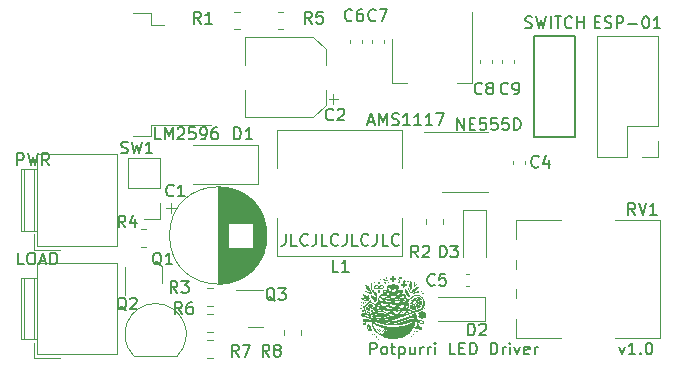
<source format=gbr>
%TF.GenerationSoftware,KiCad,Pcbnew,7.0.8*%
%TF.CreationDate,2024-04-14T20:32:09+02:00*%
%TF.ProjectId,LED_Driver,4c45445f-4472-4697-9665-722e6b696361,rev?*%
%TF.SameCoordinates,Original*%
%TF.FileFunction,Legend,Top*%
%TF.FilePolarity,Positive*%
%FSLAX46Y46*%
G04 Gerber Fmt 4.6, Leading zero omitted, Abs format (unit mm)*
G04 Created by KiCad (PCBNEW 7.0.8) date 2024-04-14 20:32:09*
%MOMM*%
%LPD*%
G01*
G04 APERTURE LIST*
%ADD10C,0.150000*%
%ADD11C,0.120000*%
%ADD12C,0.200000*%
G04 APERTURE END LIST*
D10*
X123022493Y-119269819D02*
X123022493Y-119984104D01*
X123022493Y-119984104D02*
X122974874Y-120126961D01*
X122974874Y-120126961D02*
X122879636Y-120222200D01*
X122879636Y-120222200D02*
X122736779Y-120269819D01*
X122736779Y-120269819D02*
X122641541Y-120269819D01*
X123974874Y-120269819D02*
X123498684Y-120269819D01*
X123498684Y-120269819D02*
X123498684Y-119269819D01*
X124879636Y-120174580D02*
X124832017Y-120222200D01*
X124832017Y-120222200D02*
X124689160Y-120269819D01*
X124689160Y-120269819D02*
X124593922Y-120269819D01*
X124593922Y-120269819D02*
X124451065Y-120222200D01*
X124451065Y-120222200D02*
X124355827Y-120126961D01*
X124355827Y-120126961D02*
X124308208Y-120031723D01*
X124308208Y-120031723D02*
X124260589Y-119841247D01*
X124260589Y-119841247D02*
X124260589Y-119698390D01*
X124260589Y-119698390D02*
X124308208Y-119507914D01*
X124308208Y-119507914D02*
X124355827Y-119412676D01*
X124355827Y-119412676D02*
X124451065Y-119317438D01*
X124451065Y-119317438D02*
X124593922Y-119269819D01*
X124593922Y-119269819D02*
X124689160Y-119269819D01*
X124689160Y-119269819D02*
X124832017Y-119317438D01*
X124832017Y-119317438D02*
X124879636Y-119365057D01*
X125593922Y-119269819D02*
X125593922Y-119984104D01*
X125593922Y-119984104D02*
X125546303Y-120126961D01*
X125546303Y-120126961D02*
X125451065Y-120222200D01*
X125451065Y-120222200D02*
X125308208Y-120269819D01*
X125308208Y-120269819D02*
X125212970Y-120269819D01*
X126546303Y-120269819D02*
X126070113Y-120269819D01*
X126070113Y-120269819D02*
X126070113Y-119269819D01*
X127451065Y-120174580D02*
X127403446Y-120222200D01*
X127403446Y-120222200D02*
X127260589Y-120269819D01*
X127260589Y-120269819D02*
X127165351Y-120269819D01*
X127165351Y-120269819D02*
X127022494Y-120222200D01*
X127022494Y-120222200D02*
X126927256Y-120126961D01*
X126927256Y-120126961D02*
X126879637Y-120031723D01*
X126879637Y-120031723D02*
X126832018Y-119841247D01*
X126832018Y-119841247D02*
X126832018Y-119698390D01*
X126832018Y-119698390D02*
X126879637Y-119507914D01*
X126879637Y-119507914D02*
X126927256Y-119412676D01*
X126927256Y-119412676D02*
X127022494Y-119317438D01*
X127022494Y-119317438D02*
X127165351Y-119269819D01*
X127165351Y-119269819D02*
X127260589Y-119269819D01*
X127260589Y-119269819D02*
X127403446Y-119317438D01*
X127403446Y-119317438D02*
X127451065Y-119365057D01*
X128165351Y-119269819D02*
X128165351Y-119984104D01*
X128165351Y-119984104D02*
X128117732Y-120126961D01*
X128117732Y-120126961D02*
X128022494Y-120222200D01*
X128022494Y-120222200D02*
X127879637Y-120269819D01*
X127879637Y-120269819D02*
X127784399Y-120269819D01*
X129117732Y-120269819D02*
X128641542Y-120269819D01*
X128641542Y-120269819D02*
X128641542Y-119269819D01*
X130022494Y-120174580D02*
X129974875Y-120222200D01*
X129974875Y-120222200D02*
X129832018Y-120269819D01*
X129832018Y-120269819D02*
X129736780Y-120269819D01*
X129736780Y-120269819D02*
X129593923Y-120222200D01*
X129593923Y-120222200D02*
X129498685Y-120126961D01*
X129498685Y-120126961D02*
X129451066Y-120031723D01*
X129451066Y-120031723D02*
X129403447Y-119841247D01*
X129403447Y-119841247D02*
X129403447Y-119698390D01*
X129403447Y-119698390D02*
X129451066Y-119507914D01*
X129451066Y-119507914D02*
X129498685Y-119412676D01*
X129498685Y-119412676D02*
X129593923Y-119317438D01*
X129593923Y-119317438D02*
X129736780Y-119269819D01*
X129736780Y-119269819D02*
X129832018Y-119269819D01*
X129832018Y-119269819D02*
X129974875Y-119317438D01*
X129974875Y-119317438D02*
X130022494Y-119365057D01*
X130736780Y-119269819D02*
X130736780Y-119984104D01*
X130736780Y-119984104D02*
X130689161Y-120126961D01*
X130689161Y-120126961D02*
X130593923Y-120222200D01*
X130593923Y-120222200D02*
X130451066Y-120269819D01*
X130451066Y-120269819D02*
X130355828Y-120269819D01*
X131689161Y-120269819D02*
X131212971Y-120269819D01*
X131212971Y-120269819D02*
X131212971Y-119269819D01*
X132593923Y-120174580D02*
X132546304Y-120222200D01*
X132546304Y-120222200D02*
X132403447Y-120269819D01*
X132403447Y-120269819D02*
X132308209Y-120269819D01*
X132308209Y-120269819D02*
X132165352Y-120222200D01*
X132165352Y-120222200D02*
X132070114Y-120126961D01*
X132070114Y-120126961D02*
X132022495Y-120031723D01*
X132022495Y-120031723D02*
X131974876Y-119841247D01*
X131974876Y-119841247D02*
X131974876Y-119698390D01*
X131974876Y-119698390D02*
X132022495Y-119507914D01*
X132022495Y-119507914D02*
X132070114Y-119412676D01*
X132070114Y-119412676D02*
X132165352Y-119317438D01*
X132165352Y-119317438D02*
X132308209Y-119269819D01*
X132308209Y-119269819D02*
X132403447Y-119269819D01*
X132403447Y-119269819D02*
X132546304Y-119317438D01*
X132546304Y-119317438D02*
X132593923Y-119365057D01*
X151241541Y-128803152D02*
X151479636Y-129469819D01*
X151479636Y-129469819D02*
X151717731Y-128803152D01*
X152622493Y-129469819D02*
X152051065Y-129469819D01*
X152336779Y-129469819D02*
X152336779Y-128469819D01*
X152336779Y-128469819D02*
X152241541Y-128612676D01*
X152241541Y-128612676D02*
X152146303Y-128707914D01*
X152146303Y-128707914D02*
X152051065Y-128755533D01*
X153051065Y-129374580D02*
X153098684Y-129422200D01*
X153098684Y-129422200D02*
X153051065Y-129469819D01*
X153051065Y-129469819D02*
X153003446Y-129422200D01*
X153003446Y-129422200D02*
X153051065Y-129374580D01*
X153051065Y-129374580D02*
X153051065Y-129469819D01*
X153717731Y-128469819D02*
X153812969Y-128469819D01*
X153812969Y-128469819D02*
X153908207Y-128517438D01*
X153908207Y-128517438D02*
X153955826Y-128565057D01*
X153955826Y-128565057D02*
X154003445Y-128660295D01*
X154003445Y-128660295D02*
X154051064Y-128850771D01*
X154051064Y-128850771D02*
X154051064Y-129088866D01*
X154051064Y-129088866D02*
X154003445Y-129279342D01*
X154003445Y-129279342D02*
X153955826Y-129374580D01*
X153955826Y-129374580D02*
X153908207Y-129422200D01*
X153908207Y-129422200D02*
X153812969Y-129469819D01*
X153812969Y-129469819D02*
X153717731Y-129469819D01*
X153717731Y-129469819D02*
X153622493Y-129422200D01*
X153622493Y-129422200D02*
X153574874Y-129374580D01*
X153574874Y-129374580D02*
X153527255Y-129279342D01*
X153527255Y-129279342D02*
X153479636Y-129088866D01*
X153479636Y-129088866D02*
X153479636Y-128850771D01*
X153479636Y-128850771D02*
X153527255Y-128660295D01*
X153527255Y-128660295D02*
X153574874Y-128565057D01*
X153574874Y-128565057D02*
X153622493Y-128517438D01*
X153622493Y-128517438D02*
X153717731Y-128469819D01*
X130136779Y-129469819D02*
X130136779Y-128469819D01*
X130136779Y-128469819D02*
X130517731Y-128469819D01*
X130517731Y-128469819D02*
X130612969Y-128517438D01*
X130612969Y-128517438D02*
X130660588Y-128565057D01*
X130660588Y-128565057D02*
X130708207Y-128660295D01*
X130708207Y-128660295D02*
X130708207Y-128803152D01*
X130708207Y-128803152D02*
X130660588Y-128898390D01*
X130660588Y-128898390D02*
X130612969Y-128946009D01*
X130612969Y-128946009D02*
X130517731Y-128993628D01*
X130517731Y-128993628D02*
X130136779Y-128993628D01*
X131279636Y-129469819D02*
X131184398Y-129422200D01*
X131184398Y-129422200D02*
X131136779Y-129374580D01*
X131136779Y-129374580D02*
X131089160Y-129279342D01*
X131089160Y-129279342D02*
X131089160Y-128993628D01*
X131089160Y-128993628D02*
X131136779Y-128898390D01*
X131136779Y-128898390D02*
X131184398Y-128850771D01*
X131184398Y-128850771D02*
X131279636Y-128803152D01*
X131279636Y-128803152D02*
X131422493Y-128803152D01*
X131422493Y-128803152D02*
X131517731Y-128850771D01*
X131517731Y-128850771D02*
X131565350Y-128898390D01*
X131565350Y-128898390D02*
X131612969Y-128993628D01*
X131612969Y-128993628D02*
X131612969Y-129279342D01*
X131612969Y-129279342D02*
X131565350Y-129374580D01*
X131565350Y-129374580D02*
X131517731Y-129422200D01*
X131517731Y-129422200D02*
X131422493Y-129469819D01*
X131422493Y-129469819D02*
X131279636Y-129469819D01*
X131898684Y-128803152D02*
X132279636Y-128803152D01*
X132041541Y-128469819D02*
X132041541Y-129326961D01*
X132041541Y-129326961D02*
X132089160Y-129422200D01*
X132089160Y-129422200D02*
X132184398Y-129469819D01*
X132184398Y-129469819D02*
X132279636Y-129469819D01*
X132612970Y-128803152D02*
X132612970Y-129803152D01*
X132612970Y-128850771D02*
X132708208Y-128803152D01*
X132708208Y-128803152D02*
X132898684Y-128803152D01*
X132898684Y-128803152D02*
X132993922Y-128850771D01*
X132993922Y-128850771D02*
X133041541Y-128898390D01*
X133041541Y-128898390D02*
X133089160Y-128993628D01*
X133089160Y-128993628D02*
X133089160Y-129279342D01*
X133089160Y-129279342D02*
X133041541Y-129374580D01*
X133041541Y-129374580D02*
X132993922Y-129422200D01*
X132993922Y-129422200D02*
X132898684Y-129469819D01*
X132898684Y-129469819D02*
X132708208Y-129469819D01*
X132708208Y-129469819D02*
X132612970Y-129422200D01*
X133946303Y-128803152D02*
X133946303Y-129469819D01*
X133517732Y-128803152D02*
X133517732Y-129326961D01*
X133517732Y-129326961D02*
X133565351Y-129422200D01*
X133565351Y-129422200D02*
X133660589Y-129469819D01*
X133660589Y-129469819D02*
X133803446Y-129469819D01*
X133803446Y-129469819D02*
X133898684Y-129422200D01*
X133898684Y-129422200D02*
X133946303Y-129374580D01*
X134422494Y-129469819D02*
X134422494Y-128803152D01*
X134422494Y-128993628D02*
X134470113Y-128898390D01*
X134470113Y-128898390D02*
X134517732Y-128850771D01*
X134517732Y-128850771D02*
X134612970Y-128803152D01*
X134612970Y-128803152D02*
X134708208Y-128803152D01*
X135041542Y-129469819D02*
X135041542Y-128803152D01*
X135041542Y-128993628D02*
X135089161Y-128898390D01*
X135089161Y-128898390D02*
X135136780Y-128850771D01*
X135136780Y-128850771D02*
X135232018Y-128803152D01*
X135232018Y-128803152D02*
X135327256Y-128803152D01*
X135660590Y-129469819D02*
X135660590Y-128803152D01*
X135660590Y-128469819D02*
X135612971Y-128517438D01*
X135612971Y-128517438D02*
X135660590Y-128565057D01*
X135660590Y-128565057D02*
X135708209Y-128517438D01*
X135708209Y-128517438D02*
X135660590Y-128469819D01*
X135660590Y-128469819D02*
X135660590Y-128565057D01*
X137374875Y-129469819D02*
X136898685Y-129469819D01*
X136898685Y-129469819D02*
X136898685Y-128469819D01*
X137708209Y-128946009D02*
X138041542Y-128946009D01*
X138184399Y-129469819D02*
X137708209Y-129469819D01*
X137708209Y-129469819D02*
X137708209Y-128469819D01*
X137708209Y-128469819D02*
X138184399Y-128469819D01*
X138612971Y-129469819D02*
X138612971Y-128469819D01*
X138612971Y-128469819D02*
X138851066Y-128469819D01*
X138851066Y-128469819D02*
X138993923Y-128517438D01*
X138993923Y-128517438D02*
X139089161Y-128612676D01*
X139089161Y-128612676D02*
X139136780Y-128707914D01*
X139136780Y-128707914D02*
X139184399Y-128898390D01*
X139184399Y-128898390D02*
X139184399Y-129041247D01*
X139184399Y-129041247D02*
X139136780Y-129231723D01*
X139136780Y-129231723D02*
X139089161Y-129326961D01*
X139089161Y-129326961D02*
X138993923Y-129422200D01*
X138993923Y-129422200D02*
X138851066Y-129469819D01*
X138851066Y-129469819D02*
X138612971Y-129469819D01*
X140374876Y-129469819D02*
X140374876Y-128469819D01*
X140374876Y-128469819D02*
X140612971Y-128469819D01*
X140612971Y-128469819D02*
X140755828Y-128517438D01*
X140755828Y-128517438D02*
X140851066Y-128612676D01*
X140851066Y-128612676D02*
X140898685Y-128707914D01*
X140898685Y-128707914D02*
X140946304Y-128898390D01*
X140946304Y-128898390D02*
X140946304Y-129041247D01*
X140946304Y-129041247D02*
X140898685Y-129231723D01*
X140898685Y-129231723D02*
X140851066Y-129326961D01*
X140851066Y-129326961D02*
X140755828Y-129422200D01*
X140755828Y-129422200D02*
X140612971Y-129469819D01*
X140612971Y-129469819D02*
X140374876Y-129469819D01*
X141374876Y-129469819D02*
X141374876Y-128803152D01*
X141374876Y-128993628D02*
X141422495Y-128898390D01*
X141422495Y-128898390D02*
X141470114Y-128850771D01*
X141470114Y-128850771D02*
X141565352Y-128803152D01*
X141565352Y-128803152D02*
X141660590Y-128803152D01*
X141993924Y-129469819D02*
X141993924Y-128803152D01*
X141993924Y-128469819D02*
X141946305Y-128517438D01*
X141946305Y-128517438D02*
X141993924Y-128565057D01*
X141993924Y-128565057D02*
X142041543Y-128517438D01*
X142041543Y-128517438D02*
X141993924Y-128469819D01*
X141993924Y-128469819D02*
X141993924Y-128565057D01*
X142374876Y-128803152D02*
X142612971Y-129469819D01*
X142612971Y-129469819D02*
X142851066Y-128803152D01*
X143612971Y-129422200D02*
X143517733Y-129469819D01*
X143517733Y-129469819D02*
X143327257Y-129469819D01*
X143327257Y-129469819D02*
X143232019Y-129422200D01*
X143232019Y-129422200D02*
X143184400Y-129326961D01*
X143184400Y-129326961D02*
X143184400Y-128946009D01*
X143184400Y-128946009D02*
X143232019Y-128850771D01*
X143232019Y-128850771D02*
X143327257Y-128803152D01*
X143327257Y-128803152D02*
X143517733Y-128803152D01*
X143517733Y-128803152D02*
X143612971Y-128850771D01*
X143612971Y-128850771D02*
X143660590Y-128946009D01*
X143660590Y-128946009D02*
X143660590Y-129041247D01*
X143660590Y-129041247D02*
X143184400Y-129136485D01*
X144089162Y-129469819D02*
X144089162Y-128803152D01*
X144089162Y-128993628D02*
X144136781Y-128898390D01*
X144136781Y-128898390D02*
X144184400Y-128850771D01*
X144184400Y-128850771D02*
X144279638Y-128803152D01*
X144279638Y-128803152D02*
X144374876Y-128803152D01*
X127483333Y-122454819D02*
X127007143Y-122454819D01*
X127007143Y-122454819D02*
X127007143Y-121454819D01*
X128340476Y-122454819D02*
X127769048Y-122454819D01*
X128054762Y-122454819D02*
X128054762Y-121454819D01*
X128054762Y-121454819D02*
X127959524Y-121597676D01*
X127959524Y-121597676D02*
X127864286Y-121692914D01*
X127864286Y-121692914D02*
X127769048Y-121740533D01*
X143300000Y-101807200D02*
X143442857Y-101854819D01*
X143442857Y-101854819D02*
X143680952Y-101854819D01*
X143680952Y-101854819D02*
X143776190Y-101807200D01*
X143776190Y-101807200D02*
X143823809Y-101759580D01*
X143823809Y-101759580D02*
X143871428Y-101664342D01*
X143871428Y-101664342D02*
X143871428Y-101569104D01*
X143871428Y-101569104D02*
X143823809Y-101473866D01*
X143823809Y-101473866D02*
X143776190Y-101426247D01*
X143776190Y-101426247D02*
X143680952Y-101378628D01*
X143680952Y-101378628D02*
X143490476Y-101331009D01*
X143490476Y-101331009D02*
X143395238Y-101283390D01*
X143395238Y-101283390D02*
X143347619Y-101235771D01*
X143347619Y-101235771D02*
X143300000Y-101140533D01*
X143300000Y-101140533D02*
X143300000Y-101045295D01*
X143300000Y-101045295D02*
X143347619Y-100950057D01*
X143347619Y-100950057D02*
X143395238Y-100902438D01*
X143395238Y-100902438D02*
X143490476Y-100854819D01*
X143490476Y-100854819D02*
X143728571Y-100854819D01*
X143728571Y-100854819D02*
X143871428Y-100902438D01*
X144204762Y-100854819D02*
X144442857Y-101854819D01*
X144442857Y-101854819D02*
X144633333Y-101140533D01*
X144633333Y-101140533D02*
X144823809Y-101854819D01*
X144823809Y-101854819D02*
X145061905Y-100854819D01*
X145442857Y-101854819D02*
X145442857Y-100854819D01*
X145776190Y-100854819D02*
X146347618Y-100854819D01*
X146061904Y-101854819D02*
X146061904Y-100854819D01*
X147252380Y-101759580D02*
X147204761Y-101807200D01*
X147204761Y-101807200D02*
X147061904Y-101854819D01*
X147061904Y-101854819D02*
X146966666Y-101854819D01*
X146966666Y-101854819D02*
X146823809Y-101807200D01*
X146823809Y-101807200D02*
X146728571Y-101711961D01*
X146728571Y-101711961D02*
X146680952Y-101616723D01*
X146680952Y-101616723D02*
X146633333Y-101426247D01*
X146633333Y-101426247D02*
X146633333Y-101283390D01*
X146633333Y-101283390D02*
X146680952Y-101092914D01*
X146680952Y-101092914D02*
X146728571Y-100997676D01*
X146728571Y-100997676D02*
X146823809Y-100902438D01*
X146823809Y-100902438D02*
X146966666Y-100854819D01*
X146966666Y-100854819D02*
X147061904Y-100854819D01*
X147061904Y-100854819D02*
X147204761Y-100902438D01*
X147204761Y-100902438D02*
X147252380Y-100950057D01*
X147680952Y-101854819D02*
X147680952Y-100854819D01*
X147680952Y-101331009D02*
X148252380Y-101331009D01*
X148252380Y-101854819D02*
X148252380Y-100854819D01*
X109433333Y-118714819D02*
X109100000Y-118238628D01*
X108861905Y-118714819D02*
X108861905Y-117714819D01*
X108861905Y-117714819D02*
X109242857Y-117714819D01*
X109242857Y-117714819D02*
X109338095Y-117762438D01*
X109338095Y-117762438D02*
X109385714Y-117810057D01*
X109385714Y-117810057D02*
X109433333Y-117905295D01*
X109433333Y-117905295D02*
X109433333Y-118048152D01*
X109433333Y-118048152D02*
X109385714Y-118143390D01*
X109385714Y-118143390D02*
X109338095Y-118191009D01*
X109338095Y-118191009D02*
X109242857Y-118238628D01*
X109242857Y-118238628D02*
X108861905Y-118238628D01*
X110290476Y-118048152D02*
X110290476Y-118714819D01*
X110052381Y-117667200D02*
X109814286Y-118381485D01*
X109814286Y-118381485D02*
X110433333Y-118381485D01*
X109504761Y-125750057D02*
X109409523Y-125702438D01*
X109409523Y-125702438D02*
X109314285Y-125607200D01*
X109314285Y-125607200D02*
X109171428Y-125464342D01*
X109171428Y-125464342D02*
X109076190Y-125416723D01*
X109076190Y-125416723D02*
X108980952Y-125416723D01*
X109028571Y-125654819D02*
X108933333Y-125607200D01*
X108933333Y-125607200D02*
X108838095Y-125511961D01*
X108838095Y-125511961D02*
X108790476Y-125321485D01*
X108790476Y-125321485D02*
X108790476Y-124988152D01*
X108790476Y-124988152D02*
X108838095Y-124797676D01*
X108838095Y-124797676D02*
X108933333Y-124702438D01*
X108933333Y-124702438D02*
X109028571Y-124654819D01*
X109028571Y-124654819D02*
X109219047Y-124654819D01*
X109219047Y-124654819D02*
X109314285Y-124702438D01*
X109314285Y-124702438D02*
X109409523Y-124797676D01*
X109409523Y-124797676D02*
X109457142Y-124988152D01*
X109457142Y-124988152D02*
X109457142Y-125321485D01*
X109457142Y-125321485D02*
X109409523Y-125511961D01*
X109409523Y-125511961D02*
X109314285Y-125607200D01*
X109314285Y-125607200D02*
X109219047Y-125654819D01*
X109219047Y-125654819D02*
X109028571Y-125654819D01*
X109838095Y-124750057D02*
X109885714Y-124702438D01*
X109885714Y-124702438D02*
X109980952Y-124654819D01*
X109980952Y-124654819D02*
X110219047Y-124654819D01*
X110219047Y-124654819D02*
X110314285Y-124702438D01*
X110314285Y-124702438D02*
X110361904Y-124750057D01*
X110361904Y-124750057D02*
X110409523Y-124845295D01*
X110409523Y-124845295D02*
X110409523Y-124940533D01*
X110409523Y-124940533D02*
X110361904Y-125083390D01*
X110361904Y-125083390D02*
X109790476Y-125654819D01*
X109790476Y-125654819D02*
X110409523Y-125654819D01*
X114233333Y-126054819D02*
X113900000Y-125578628D01*
X113661905Y-126054819D02*
X113661905Y-125054819D01*
X113661905Y-125054819D02*
X114042857Y-125054819D01*
X114042857Y-125054819D02*
X114138095Y-125102438D01*
X114138095Y-125102438D02*
X114185714Y-125150057D01*
X114185714Y-125150057D02*
X114233333Y-125245295D01*
X114233333Y-125245295D02*
X114233333Y-125388152D01*
X114233333Y-125388152D02*
X114185714Y-125483390D01*
X114185714Y-125483390D02*
X114138095Y-125531009D01*
X114138095Y-125531009D02*
X114042857Y-125578628D01*
X114042857Y-125578628D02*
X113661905Y-125578628D01*
X115090476Y-125054819D02*
X114900000Y-125054819D01*
X114900000Y-125054819D02*
X114804762Y-125102438D01*
X114804762Y-125102438D02*
X114757143Y-125150057D01*
X114757143Y-125150057D02*
X114661905Y-125292914D01*
X114661905Y-125292914D02*
X114614286Y-125483390D01*
X114614286Y-125483390D02*
X114614286Y-125864342D01*
X114614286Y-125864342D02*
X114661905Y-125959580D01*
X114661905Y-125959580D02*
X114709524Y-126007200D01*
X114709524Y-126007200D02*
X114804762Y-126054819D01*
X114804762Y-126054819D02*
X114995238Y-126054819D01*
X114995238Y-126054819D02*
X115090476Y-126007200D01*
X115090476Y-126007200D02*
X115138095Y-125959580D01*
X115138095Y-125959580D02*
X115185714Y-125864342D01*
X115185714Y-125864342D02*
X115185714Y-125626247D01*
X115185714Y-125626247D02*
X115138095Y-125531009D01*
X115138095Y-125531009D02*
X115090476Y-125483390D01*
X115090476Y-125483390D02*
X114995238Y-125435771D01*
X114995238Y-125435771D02*
X114804762Y-125435771D01*
X114804762Y-125435771D02*
X114709524Y-125483390D01*
X114709524Y-125483390D02*
X114661905Y-125531009D01*
X114661905Y-125531009D02*
X114614286Y-125626247D01*
X112504761Y-121950057D02*
X112409523Y-121902438D01*
X112409523Y-121902438D02*
X112314285Y-121807200D01*
X112314285Y-121807200D02*
X112171428Y-121664342D01*
X112171428Y-121664342D02*
X112076190Y-121616723D01*
X112076190Y-121616723D02*
X111980952Y-121616723D01*
X112028571Y-121854819D02*
X111933333Y-121807200D01*
X111933333Y-121807200D02*
X111838095Y-121711961D01*
X111838095Y-121711961D02*
X111790476Y-121521485D01*
X111790476Y-121521485D02*
X111790476Y-121188152D01*
X111790476Y-121188152D02*
X111838095Y-120997676D01*
X111838095Y-120997676D02*
X111933333Y-120902438D01*
X111933333Y-120902438D02*
X112028571Y-120854819D01*
X112028571Y-120854819D02*
X112219047Y-120854819D01*
X112219047Y-120854819D02*
X112314285Y-120902438D01*
X112314285Y-120902438D02*
X112409523Y-120997676D01*
X112409523Y-120997676D02*
X112457142Y-121188152D01*
X112457142Y-121188152D02*
X112457142Y-121521485D01*
X112457142Y-121521485D02*
X112409523Y-121711961D01*
X112409523Y-121711961D02*
X112314285Y-121807200D01*
X112314285Y-121807200D02*
X112219047Y-121854819D01*
X112219047Y-121854819D02*
X112028571Y-121854819D01*
X113409523Y-121854819D02*
X112838095Y-121854819D01*
X113123809Y-121854819D02*
X113123809Y-120854819D01*
X113123809Y-120854819D02*
X113028571Y-120997676D01*
X113028571Y-120997676D02*
X112933333Y-121092914D01*
X112933333Y-121092914D02*
X112838095Y-121140533D01*
X121633333Y-129654819D02*
X121300000Y-129178628D01*
X121061905Y-129654819D02*
X121061905Y-128654819D01*
X121061905Y-128654819D02*
X121442857Y-128654819D01*
X121442857Y-128654819D02*
X121538095Y-128702438D01*
X121538095Y-128702438D02*
X121585714Y-128750057D01*
X121585714Y-128750057D02*
X121633333Y-128845295D01*
X121633333Y-128845295D02*
X121633333Y-128988152D01*
X121633333Y-128988152D02*
X121585714Y-129083390D01*
X121585714Y-129083390D02*
X121538095Y-129131009D01*
X121538095Y-129131009D02*
X121442857Y-129178628D01*
X121442857Y-129178628D02*
X121061905Y-129178628D01*
X122204762Y-129083390D02*
X122109524Y-129035771D01*
X122109524Y-129035771D02*
X122061905Y-128988152D01*
X122061905Y-128988152D02*
X122014286Y-128892914D01*
X122014286Y-128892914D02*
X122014286Y-128845295D01*
X122014286Y-128845295D02*
X122061905Y-128750057D01*
X122061905Y-128750057D02*
X122109524Y-128702438D01*
X122109524Y-128702438D02*
X122204762Y-128654819D01*
X122204762Y-128654819D02*
X122395238Y-128654819D01*
X122395238Y-128654819D02*
X122490476Y-128702438D01*
X122490476Y-128702438D02*
X122538095Y-128750057D01*
X122538095Y-128750057D02*
X122585714Y-128845295D01*
X122585714Y-128845295D02*
X122585714Y-128892914D01*
X122585714Y-128892914D02*
X122538095Y-128988152D01*
X122538095Y-128988152D02*
X122490476Y-129035771D01*
X122490476Y-129035771D02*
X122395238Y-129083390D01*
X122395238Y-129083390D02*
X122204762Y-129083390D01*
X122204762Y-129083390D02*
X122109524Y-129131009D01*
X122109524Y-129131009D02*
X122061905Y-129178628D01*
X122061905Y-129178628D02*
X122014286Y-129273866D01*
X122014286Y-129273866D02*
X122014286Y-129464342D01*
X122014286Y-129464342D02*
X122061905Y-129559580D01*
X122061905Y-129559580D02*
X122109524Y-129607200D01*
X122109524Y-129607200D02*
X122204762Y-129654819D01*
X122204762Y-129654819D02*
X122395238Y-129654819D01*
X122395238Y-129654819D02*
X122490476Y-129607200D01*
X122490476Y-129607200D02*
X122538095Y-129559580D01*
X122538095Y-129559580D02*
X122585714Y-129464342D01*
X122585714Y-129464342D02*
X122585714Y-129273866D01*
X122585714Y-129273866D02*
X122538095Y-129178628D01*
X122538095Y-129178628D02*
X122490476Y-129131009D01*
X122490476Y-129131009D02*
X122395238Y-129083390D01*
X127033333Y-109559580D02*
X126985714Y-109607200D01*
X126985714Y-109607200D02*
X126842857Y-109654819D01*
X126842857Y-109654819D02*
X126747619Y-109654819D01*
X126747619Y-109654819D02*
X126604762Y-109607200D01*
X126604762Y-109607200D02*
X126509524Y-109511961D01*
X126509524Y-109511961D02*
X126461905Y-109416723D01*
X126461905Y-109416723D02*
X126414286Y-109226247D01*
X126414286Y-109226247D02*
X126414286Y-109083390D01*
X126414286Y-109083390D02*
X126461905Y-108892914D01*
X126461905Y-108892914D02*
X126509524Y-108797676D01*
X126509524Y-108797676D02*
X126604762Y-108702438D01*
X126604762Y-108702438D02*
X126747619Y-108654819D01*
X126747619Y-108654819D02*
X126842857Y-108654819D01*
X126842857Y-108654819D02*
X126985714Y-108702438D01*
X126985714Y-108702438D02*
X127033333Y-108750057D01*
X127414286Y-108750057D02*
X127461905Y-108702438D01*
X127461905Y-108702438D02*
X127557143Y-108654819D01*
X127557143Y-108654819D02*
X127795238Y-108654819D01*
X127795238Y-108654819D02*
X127890476Y-108702438D01*
X127890476Y-108702438D02*
X127938095Y-108750057D01*
X127938095Y-108750057D02*
X127985714Y-108845295D01*
X127985714Y-108845295D02*
X127985714Y-108940533D01*
X127985714Y-108940533D02*
X127938095Y-109083390D01*
X127938095Y-109083390D02*
X127366667Y-109654819D01*
X127366667Y-109654819D02*
X127985714Y-109654819D01*
X113523333Y-115999580D02*
X113475714Y-116047200D01*
X113475714Y-116047200D02*
X113332857Y-116094819D01*
X113332857Y-116094819D02*
X113237619Y-116094819D01*
X113237619Y-116094819D02*
X113094762Y-116047200D01*
X113094762Y-116047200D02*
X112999524Y-115951961D01*
X112999524Y-115951961D02*
X112951905Y-115856723D01*
X112951905Y-115856723D02*
X112904286Y-115666247D01*
X112904286Y-115666247D02*
X112904286Y-115523390D01*
X112904286Y-115523390D02*
X112951905Y-115332914D01*
X112951905Y-115332914D02*
X112999524Y-115237676D01*
X112999524Y-115237676D02*
X113094762Y-115142438D01*
X113094762Y-115142438D02*
X113237619Y-115094819D01*
X113237619Y-115094819D02*
X113332857Y-115094819D01*
X113332857Y-115094819D02*
X113475714Y-115142438D01*
X113475714Y-115142438D02*
X113523333Y-115190057D01*
X114475714Y-116094819D02*
X113904286Y-116094819D01*
X114190000Y-116094819D02*
X114190000Y-115094819D01*
X114190000Y-115094819D02*
X114094762Y-115237676D01*
X114094762Y-115237676D02*
X113999524Y-115332914D01*
X113999524Y-115332914D02*
X113904286Y-115380533D01*
X144433333Y-113559580D02*
X144385714Y-113607200D01*
X144385714Y-113607200D02*
X144242857Y-113654819D01*
X144242857Y-113654819D02*
X144147619Y-113654819D01*
X144147619Y-113654819D02*
X144004762Y-113607200D01*
X144004762Y-113607200D02*
X143909524Y-113511961D01*
X143909524Y-113511961D02*
X143861905Y-113416723D01*
X143861905Y-113416723D02*
X143814286Y-113226247D01*
X143814286Y-113226247D02*
X143814286Y-113083390D01*
X143814286Y-113083390D02*
X143861905Y-112892914D01*
X143861905Y-112892914D02*
X143909524Y-112797676D01*
X143909524Y-112797676D02*
X144004762Y-112702438D01*
X144004762Y-112702438D02*
X144147619Y-112654819D01*
X144147619Y-112654819D02*
X144242857Y-112654819D01*
X144242857Y-112654819D02*
X144385714Y-112702438D01*
X144385714Y-112702438D02*
X144433333Y-112750057D01*
X145290476Y-112988152D02*
X145290476Y-113654819D01*
X145052381Y-112607200D02*
X144814286Y-113321485D01*
X144814286Y-113321485D02*
X145433333Y-113321485D01*
X125233333Y-101454819D02*
X124900000Y-100978628D01*
X124661905Y-101454819D02*
X124661905Y-100454819D01*
X124661905Y-100454819D02*
X125042857Y-100454819D01*
X125042857Y-100454819D02*
X125138095Y-100502438D01*
X125138095Y-100502438D02*
X125185714Y-100550057D01*
X125185714Y-100550057D02*
X125233333Y-100645295D01*
X125233333Y-100645295D02*
X125233333Y-100788152D01*
X125233333Y-100788152D02*
X125185714Y-100883390D01*
X125185714Y-100883390D02*
X125138095Y-100931009D01*
X125138095Y-100931009D02*
X125042857Y-100978628D01*
X125042857Y-100978628D02*
X124661905Y-100978628D01*
X126138095Y-100454819D02*
X125661905Y-100454819D01*
X125661905Y-100454819D02*
X125614286Y-100931009D01*
X125614286Y-100931009D02*
X125661905Y-100883390D01*
X125661905Y-100883390D02*
X125757143Y-100835771D01*
X125757143Y-100835771D02*
X125995238Y-100835771D01*
X125995238Y-100835771D02*
X126090476Y-100883390D01*
X126090476Y-100883390D02*
X126138095Y-100931009D01*
X126138095Y-100931009D02*
X126185714Y-101026247D01*
X126185714Y-101026247D02*
X126185714Y-101264342D01*
X126185714Y-101264342D02*
X126138095Y-101359580D01*
X126138095Y-101359580D02*
X126090476Y-101407200D01*
X126090476Y-101407200D02*
X125995238Y-101454819D01*
X125995238Y-101454819D02*
X125757143Y-101454819D01*
X125757143Y-101454819D02*
X125661905Y-101407200D01*
X125661905Y-101407200D02*
X125614286Y-101359580D01*
X130633333Y-101159580D02*
X130585714Y-101207200D01*
X130585714Y-101207200D02*
X130442857Y-101254819D01*
X130442857Y-101254819D02*
X130347619Y-101254819D01*
X130347619Y-101254819D02*
X130204762Y-101207200D01*
X130204762Y-101207200D02*
X130109524Y-101111961D01*
X130109524Y-101111961D02*
X130061905Y-101016723D01*
X130061905Y-101016723D02*
X130014286Y-100826247D01*
X130014286Y-100826247D02*
X130014286Y-100683390D01*
X130014286Y-100683390D02*
X130061905Y-100492914D01*
X130061905Y-100492914D02*
X130109524Y-100397676D01*
X130109524Y-100397676D02*
X130204762Y-100302438D01*
X130204762Y-100302438D02*
X130347619Y-100254819D01*
X130347619Y-100254819D02*
X130442857Y-100254819D01*
X130442857Y-100254819D02*
X130585714Y-100302438D01*
X130585714Y-100302438D02*
X130633333Y-100350057D01*
X130966667Y-100254819D02*
X131633333Y-100254819D01*
X131633333Y-100254819D02*
X131204762Y-101254819D01*
X115833333Y-101454819D02*
X115500000Y-100978628D01*
X115261905Y-101454819D02*
X115261905Y-100454819D01*
X115261905Y-100454819D02*
X115642857Y-100454819D01*
X115642857Y-100454819D02*
X115738095Y-100502438D01*
X115738095Y-100502438D02*
X115785714Y-100550057D01*
X115785714Y-100550057D02*
X115833333Y-100645295D01*
X115833333Y-100645295D02*
X115833333Y-100788152D01*
X115833333Y-100788152D02*
X115785714Y-100883390D01*
X115785714Y-100883390D02*
X115738095Y-100931009D01*
X115738095Y-100931009D02*
X115642857Y-100978628D01*
X115642857Y-100978628D02*
X115261905Y-100978628D01*
X116785714Y-101454819D02*
X116214286Y-101454819D01*
X116500000Y-101454819D02*
X116500000Y-100454819D01*
X116500000Y-100454819D02*
X116404762Y-100597676D01*
X116404762Y-100597676D02*
X116309524Y-100692914D01*
X116309524Y-100692914D02*
X116214286Y-100740533D01*
X109066667Y-112407200D02*
X109209524Y-112454819D01*
X109209524Y-112454819D02*
X109447619Y-112454819D01*
X109447619Y-112454819D02*
X109542857Y-112407200D01*
X109542857Y-112407200D02*
X109590476Y-112359580D01*
X109590476Y-112359580D02*
X109638095Y-112264342D01*
X109638095Y-112264342D02*
X109638095Y-112169104D01*
X109638095Y-112169104D02*
X109590476Y-112073866D01*
X109590476Y-112073866D02*
X109542857Y-112026247D01*
X109542857Y-112026247D02*
X109447619Y-111978628D01*
X109447619Y-111978628D02*
X109257143Y-111931009D01*
X109257143Y-111931009D02*
X109161905Y-111883390D01*
X109161905Y-111883390D02*
X109114286Y-111835771D01*
X109114286Y-111835771D02*
X109066667Y-111740533D01*
X109066667Y-111740533D02*
X109066667Y-111645295D01*
X109066667Y-111645295D02*
X109114286Y-111550057D01*
X109114286Y-111550057D02*
X109161905Y-111502438D01*
X109161905Y-111502438D02*
X109257143Y-111454819D01*
X109257143Y-111454819D02*
X109495238Y-111454819D01*
X109495238Y-111454819D02*
X109638095Y-111502438D01*
X109971429Y-111454819D02*
X110209524Y-112454819D01*
X110209524Y-112454819D02*
X110400000Y-111740533D01*
X110400000Y-111740533D02*
X110590476Y-112454819D01*
X110590476Y-112454819D02*
X110828572Y-111454819D01*
X111733333Y-112454819D02*
X111161905Y-112454819D01*
X111447619Y-112454819D02*
X111447619Y-111454819D01*
X111447619Y-111454819D02*
X111352381Y-111597676D01*
X111352381Y-111597676D02*
X111257143Y-111692914D01*
X111257143Y-111692914D02*
X111161905Y-111740533D01*
X100266667Y-113454819D02*
X100266667Y-112454819D01*
X100266667Y-112454819D02*
X100647619Y-112454819D01*
X100647619Y-112454819D02*
X100742857Y-112502438D01*
X100742857Y-112502438D02*
X100790476Y-112550057D01*
X100790476Y-112550057D02*
X100838095Y-112645295D01*
X100838095Y-112645295D02*
X100838095Y-112788152D01*
X100838095Y-112788152D02*
X100790476Y-112883390D01*
X100790476Y-112883390D02*
X100742857Y-112931009D01*
X100742857Y-112931009D02*
X100647619Y-112978628D01*
X100647619Y-112978628D02*
X100266667Y-112978628D01*
X101171429Y-112454819D02*
X101409524Y-113454819D01*
X101409524Y-113454819D02*
X101600000Y-112740533D01*
X101600000Y-112740533D02*
X101790476Y-113454819D01*
X101790476Y-113454819D02*
X102028572Y-112454819D01*
X102980952Y-113454819D02*
X102647619Y-112978628D01*
X102409524Y-113454819D02*
X102409524Y-112454819D01*
X102409524Y-112454819D02*
X102790476Y-112454819D01*
X102790476Y-112454819D02*
X102885714Y-112502438D01*
X102885714Y-112502438D02*
X102933333Y-112550057D01*
X102933333Y-112550057D02*
X102980952Y-112645295D01*
X102980952Y-112645295D02*
X102980952Y-112788152D01*
X102980952Y-112788152D02*
X102933333Y-112883390D01*
X102933333Y-112883390D02*
X102885714Y-112931009D01*
X102885714Y-112931009D02*
X102790476Y-112978628D01*
X102790476Y-112978628D02*
X102409524Y-112978628D01*
X130009524Y-109769104D02*
X130485714Y-109769104D01*
X129914286Y-110054819D02*
X130247619Y-109054819D01*
X130247619Y-109054819D02*
X130580952Y-110054819D01*
X130914286Y-110054819D02*
X130914286Y-109054819D01*
X130914286Y-109054819D02*
X131247619Y-109769104D01*
X131247619Y-109769104D02*
X131580952Y-109054819D01*
X131580952Y-109054819D02*
X131580952Y-110054819D01*
X132009524Y-110007200D02*
X132152381Y-110054819D01*
X132152381Y-110054819D02*
X132390476Y-110054819D01*
X132390476Y-110054819D02*
X132485714Y-110007200D01*
X132485714Y-110007200D02*
X132533333Y-109959580D01*
X132533333Y-109959580D02*
X132580952Y-109864342D01*
X132580952Y-109864342D02*
X132580952Y-109769104D01*
X132580952Y-109769104D02*
X132533333Y-109673866D01*
X132533333Y-109673866D02*
X132485714Y-109626247D01*
X132485714Y-109626247D02*
X132390476Y-109578628D01*
X132390476Y-109578628D02*
X132200000Y-109531009D01*
X132200000Y-109531009D02*
X132104762Y-109483390D01*
X132104762Y-109483390D02*
X132057143Y-109435771D01*
X132057143Y-109435771D02*
X132009524Y-109340533D01*
X132009524Y-109340533D02*
X132009524Y-109245295D01*
X132009524Y-109245295D02*
X132057143Y-109150057D01*
X132057143Y-109150057D02*
X132104762Y-109102438D01*
X132104762Y-109102438D02*
X132200000Y-109054819D01*
X132200000Y-109054819D02*
X132438095Y-109054819D01*
X132438095Y-109054819D02*
X132580952Y-109102438D01*
X133533333Y-110054819D02*
X132961905Y-110054819D01*
X133247619Y-110054819D02*
X133247619Y-109054819D01*
X133247619Y-109054819D02*
X133152381Y-109197676D01*
X133152381Y-109197676D02*
X133057143Y-109292914D01*
X133057143Y-109292914D02*
X132961905Y-109340533D01*
X134485714Y-110054819D02*
X133914286Y-110054819D01*
X134200000Y-110054819D02*
X134200000Y-109054819D01*
X134200000Y-109054819D02*
X134104762Y-109197676D01*
X134104762Y-109197676D02*
X134009524Y-109292914D01*
X134009524Y-109292914D02*
X133914286Y-109340533D01*
X135438095Y-110054819D02*
X134866667Y-110054819D01*
X135152381Y-110054819D02*
X135152381Y-109054819D01*
X135152381Y-109054819D02*
X135057143Y-109197676D01*
X135057143Y-109197676D02*
X134961905Y-109292914D01*
X134961905Y-109292914D02*
X134866667Y-109340533D01*
X135771429Y-109054819D02*
X136438095Y-109054819D01*
X136438095Y-109054819D02*
X136009524Y-110054819D01*
X135633333Y-123559580D02*
X135585714Y-123607200D01*
X135585714Y-123607200D02*
X135442857Y-123654819D01*
X135442857Y-123654819D02*
X135347619Y-123654819D01*
X135347619Y-123654819D02*
X135204762Y-123607200D01*
X135204762Y-123607200D02*
X135109524Y-123511961D01*
X135109524Y-123511961D02*
X135061905Y-123416723D01*
X135061905Y-123416723D02*
X135014286Y-123226247D01*
X135014286Y-123226247D02*
X135014286Y-123083390D01*
X135014286Y-123083390D02*
X135061905Y-122892914D01*
X135061905Y-122892914D02*
X135109524Y-122797676D01*
X135109524Y-122797676D02*
X135204762Y-122702438D01*
X135204762Y-122702438D02*
X135347619Y-122654819D01*
X135347619Y-122654819D02*
X135442857Y-122654819D01*
X135442857Y-122654819D02*
X135585714Y-122702438D01*
X135585714Y-122702438D02*
X135633333Y-122750057D01*
X136538095Y-122654819D02*
X136061905Y-122654819D01*
X136061905Y-122654819D02*
X136014286Y-123131009D01*
X136014286Y-123131009D02*
X136061905Y-123083390D01*
X136061905Y-123083390D02*
X136157143Y-123035771D01*
X136157143Y-123035771D02*
X136395238Y-123035771D01*
X136395238Y-123035771D02*
X136490476Y-123083390D01*
X136490476Y-123083390D02*
X136538095Y-123131009D01*
X136538095Y-123131009D02*
X136585714Y-123226247D01*
X136585714Y-123226247D02*
X136585714Y-123464342D01*
X136585714Y-123464342D02*
X136538095Y-123559580D01*
X136538095Y-123559580D02*
X136490476Y-123607200D01*
X136490476Y-123607200D02*
X136395238Y-123654819D01*
X136395238Y-123654819D02*
X136157143Y-123654819D01*
X136157143Y-123654819D02*
X136061905Y-123607200D01*
X136061905Y-123607200D02*
X136014286Y-123559580D01*
X118661905Y-111254819D02*
X118661905Y-110254819D01*
X118661905Y-110254819D02*
X118900000Y-110254819D01*
X118900000Y-110254819D02*
X119042857Y-110302438D01*
X119042857Y-110302438D02*
X119138095Y-110397676D01*
X119138095Y-110397676D02*
X119185714Y-110492914D01*
X119185714Y-110492914D02*
X119233333Y-110683390D01*
X119233333Y-110683390D02*
X119233333Y-110826247D01*
X119233333Y-110826247D02*
X119185714Y-111016723D01*
X119185714Y-111016723D02*
X119138095Y-111111961D01*
X119138095Y-111111961D02*
X119042857Y-111207200D01*
X119042857Y-111207200D02*
X118900000Y-111254819D01*
X118900000Y-111254819D02*
X118661905Y-111254819D01*
X120185714Y-111254819D02*
X119614286Y-111254819D01*
X119900000Y-111254819D02*
X119900000Y-110254819D01*
X119900000Y-110254819D02*
X119804762Y-110397676D01*
X119804762Y-110397676D02*
X119709524Y-110492914D01*
X119709524Y-110492914D02*
X119614286Y-110540533D01*
X136061905Y-121254819D02*
X136061905Y-120254819D01*
X136061905Y-120254819D02*
X136300000Y-120254819D01*
X136300000Y-120254819D02*
X136442857Y-120302438D01*
X136442857Y-120302438D02*
X136538095Y-120397676D01*
X136538095Y-120397676D02*
X136585714Y-120492914D01*
X136585714Y-120492914D02*
X136633333Y-120683390D01*
X136633333Y-120683390D02*
X136633333Y-120826247D01*
X136633333Y-120826247D02*
X136585714Y-121016723D01*
X136585714Y-121016723D02*
X136538095Y-121111961D01*
X136538095Y-121111961D02*
X136442857Y-121207200D01*
X136442857Y-121207200D02*
X136300000Y-121254819D01*
X136300000Y-121254819D02*
X136061905Y-121254819D01*
X136966667Y-120254819D02*
X137585714Y-120254819D01*
X137585714Y-120254819D02*
X137252381Y-120635771D01*
X137252381Y-120635771D02*
X137395238Y-120635771D01*
X137395238Y-120635771D02*
X137490476Y-120683390D01*
X137490476Y-120683390D02*
X137538095Y-120731009D01*
X137538095Y-120731009D02*
X137585714Y-120826247D01*
X137585714Y-120826247D02*
X137585714Y-121064342D01*
X137585714Y-121064342D02*
X137538095Y-121159580D01*
X137538095Y-121159580D02*
X137490476Y-121207200D01*
X137490476Y-121207200D02*
X137395238Y-121254819D01*
X137395238Y-121254819D02*
X137109524Y-121254819D01*
X137109524Y-121254819D02*
X137014286Y-121207200D01*
X137014286Y-121207200D02*
X136966667Y-121159580D01*
X149168095Y-101331009D02*
X149501428Y-101331009D01*
X149644285Y-101854819D02*
X149168095Y-101854819D01*
X149168095Y-101854819D02*
X149168095Y-100854819D01*
X149168095Y-100854819D02*
X149644285Y-100854819D01*
X150025238Y-101807200D02*
X150168095Y-101854819D01*
X150168095Y-101854819D02*
X150406190Y-101854819D01*
X150406190Y-101854819D02*
X150501428Y-101807200D01*
X150501428Y-101807200D02*
X150549047Y-101759580D01*
X150549047Y-101759580D02*
X150596666Y-101664342D01*
X150596666Y-101664342D02*
X150596666Y-101569104D01*
X150596666Y-101569104D02*
X150549047Y-101473866D01*
X150549047Y-101473866D02*
X150501428Y-101426247D01*
X150501428Y-101426247D02*
X150406190Y-101378628D01*
X150406190Y-101378628D02*
X150215714Y-101331009D01*
X150215714Y-101331009D02*
X150120476Y-101283390D01*
X150120476Y-101283390D02*
X150072857Y-101235771D01*
X150072857Y-101235771D02*
X150025238Y-101140533D01*
X150025238Y-101140533D02*
X150025238Y-101045295D01*
X150025238Y-101045295D02*
X150072857Y-100950057D01*
X150072857Y-100950057D02*
X150120476Y-100902438D01*
X150120476Y-100902438D02*
X150215714Y-100854819D01*
X150215714Y-100854819D02*
X150453809Y-100854819D01*
X150453809Y-100854819D02*
X150596666Y-100902438D01*
X151025238Y-101854819D02*
X151025238Y-100854819D01*
X151025238Y-100854819D02*
X151406190Y-100854819D01*
X151406190Y-100854819D02*
X151501428Y-100902438D01*
X151501428Y-100902438D02*
X151549047Y-100950057D01*
X151549047Y-100950057D02*
X151596666Y-101045295D01*
X151596666Y-101045295D02*
X151596666Y-101188152D01*
X151596666Y-101188152D02*
X151549047Y-101283390D01*
X151549047Y-101283390D02*
X151501428Y-101331009D01*
X151501428Y-101331009D02*
X151406190Y-101378628D01*
X151406190Y-101378628D02*
X151025238Y-101378628D01*
X152025238Y-101473866D02*
X152787143Y-101473866D01*
X153453809Y-100854819D02*
X153549047Y-100854819D01*
X153549047Y-100854819D02*
X153644285Y-100902438D01*
X153644285Y-100902438D02*
X153691904Y-100950057D01*
X153691904Y-100950057D02*
X153739523Y-101045295D01*
X153739523Y-101045295D02*
X153787142Y-101235771D01*
X153787142Y-101235771D02*
X153787142Y-101473866D01*
X153787142Y-101473866D02*
X153739523Y-101664342D01*
X153739523Y-101664342D02*
X153691904Y-101759580D01*
X153691904Y-101759580D02*
X153644285Y-101807200D01*
X153644285Y-101807200D02*
X153549047Y-101854819D01*
X153549047Y-101854819D02*
X153453809Y-101854819D01*
X153453809Y-101854819D02*
X153358571Y-101807200D01*
X153358571Y-101807200D02*
X153310952Y-101759580D01*
X153310952Y-101759580D02*
X153263333Y-101664342D01*
X153263333Y-101664342D02*
X153215714Y-101473866D01*
X153215714Y-101473866D02*
X153215714Y-101235771D01*
X153215714Y-101235771D02*
X153263333Y-101045295D01*
X153263333Y-101045295D02*
X153310952Y-100950057D01*
X153310952Y-100950057D02*
X153358571Y-100902438D01*
X153358571Y-100902438D02*
X153453809Y-100854819D01*
X154739523Y-101854819D02*
X154168095Y-101854819D01*
X154453809Y-101854819D02*
X154453809Y-100854819D01*
X154453809Y-100854819D02*
X154358571Y-100997676D01*
X154358571Y-100997676D02*
X154263333Y-101092914D01*
X154263333Y-101092914D02*
X154168095Y-101140533D01*
X137533333Y-110454819D02*
X137533333Y-109454819D01*
X137533333Y-109454819D02*
X138104761Y-110454819D01*
X138104761Y-110454819D02*
X138104761Y-109454819D01*
X138580952Y-109931009D02*
X138914285Y-109931009D01*
X139057142Y-110454819D02*
X138580952Y-110454819D01*
X138580952Y-110454819D02*
X138580952Y-109454819D01*
X138580952Y-109454819D02*
X139057142Y-109454819D01*
X139961904Y-109454819D02*
X139485714Y-109454819D01*
X139485714Y-109454819D02*
X139438095Y-109931009D01*
X139438095Y-109931009D02*
X139485714Y-109883390D01*
X139485714Y-109883390D02*
X139580952Y-109835771D01*
X139580952Y-109835771D02*
X139819047Y-109835771D01*
X139819047Y-109835771D02*
X139914285Y-109883390D01*
X139914285Y-109883390D02*
X139961904Y-109931009D01*
X139961904Y-109931009D02*
X140009523Y-110026247D01*
X140009523Y-110026247D02*
X140009523Y-110264342D01*
X140009523Y-110264342D02*
X139961904Y-110359580D01*
X139961904Y-110359580D02*
X139914285Y-110407200D01*
X139914285Y-110407200D02*
X139819047Y-110454819D01*
X139819047Y-110454819D02*
X139580952Y-110454819D01*
X139580952Y-110454819D02*
X139485714Y-110407200D01*
X139485714Y-110407200D02*
X139438095Y-110359580D01*
X140914285Y-109454819D02*
X140438095Y-109454819D01*
X140438095Y-109454819D02*
X140390476Y-109931009D01*
X140390476Y-109931009D02*
X140438095Y-109883390D01*
X140438095Y-109883390D02*
X140533333Y-109835771D01*
X140533333Y-109835771D02*
X140771428Y-109835771D01*
X140771428Y-109835771D02*
X140866666Y-109883390D01*
X140866666Y-109883390D02*
X140914285Y-109931009D01*
X140914285Y-109931009D02*
X140961904Y-110026247D01*
X140961904Y-110026247D02*
X140961904Y-110264342D01*
X140961904Y-110264342D02*
X140914285Y-110359580D01*
X140914285Y-110359580D02*
X140866666Y-110407200D01*
X140866666Y-110407200D02*
X140771428Y-110454819D01*
X140771428Y-110454819D02*
X140533333Y-110454819D01*
X140533333Y-110454819D02*
X140438095Y-110407200D01*
X140438095Y-110407200D02*
X140390476Y-110359580D01*
X141866666Y-109454819D02*
X141390476Y-109454819D01*
X141390476Y-109454819D02*
X141342857Y-109931009D01*
X141342857Y-109931009D02*
X141390476Y-109883390D01*
X141390476Y-109883390D02*
X141485714Y-109835771D01*
X141485714Y-109835771D02*
X141723809Y-109835771D01*
X141723809Y-109835771D02*
X141819047Y-109883390D01*
X141819047Y-109883390D02*
X141866666Y-109931009D01*
X141866666Y-109931009D02*
X141914285Y-110026247D01*
X141914285Y-110026247D02*
X141914285Y-110264342D01*
X141914285Y-110264342D02*
X141866666Y-110359580D01*
X141866666Y-110359580D02*
X141819047Y-110407200D01*
X141819047Y-110407200D02*
X141723809Y-110454819D01*
X141723809Y-110454819D02*
X141485714Y-110454819D01*
X141485714Y-110454819D02*
X141390476Y-110407200D01*
X141390476Y-110407200D02*
X141342857Y-110359580D01*
X142342857Y-110454819D02*
X142342857Y-109454819D01*
X142342857Y-109454819D02*
X142580952Y-109454819D01*
X142580952Y-109454819D02*
X142723809Y-109502438D01*
X142723809Y-109502438D02*
X142819047Y-109597676D01*
X142819047Y-109597676D02*
X142866666Y-109692914D01*
X142866666Y-109692914D02*
X142914285Y-109883390D01*
X142914285Y-109883390D02*
X142914285Y-110026247D01*
X142914285Y-110026247D02*
X142866666Y-110216723D01*
X142866666Y-110216723D02*
X142819047Y-110311961D01*
X142819047Y-110311961D02*
X142723809Y-110407200D01*
X142723809Y-110407200D02*
X142580952Y-110454819D01*
X142580952Y-110454819D02*
X142342857Y-110454819D01*
X139633333Y-107359580D02*
X139585714Y-107407200D01*
X139585714Y-107407200D02*
X139442857Y-107454819D01*
X139442857Y-107454819D02*
X139347619Y-107454819D01*
X139347619Y-107454819D02*
X139204762Y-107407200D01*
X139204762Y-107407200D02*
X139109524Y-107311961D01*
X139109524Y-107311961D02*
X139061905Y-107216723D01*
X139061905Y-107216723D02*
X139014286Y-107026247D01*
X139014286Y-107026247D02*
X139014286Y-106883390D01*
X139014286Y-106883390D02*
X139061905Y-106692914D01*
X139061905Y-106692914D02*
X139109524Y-106597676D01*
X139109524Y-106597676D02*
X139204762Y-106502438D01*
X139204762Y-106502438D02*
X139347619Y-106454819D01*
X139347619Y-106454819D02*
X139442857Y-106454819D01*
X139442857Y-106454819D02*
X139585714Y-106502438D01*
X139585714Y-106502438D02*
X139633333Y-106550057D01*
X140204762Y-106883390D02*
X140109524Y-106835771D01*
X140109524Y-106835771D02*
X140061905Y-106788152D01*
X140061905Y-106788152D02*
X140014286Y-106692914D01*
X140014286Y-106692914D02*
X140014286Y-106645295D01*
X140014286Y-106645295D02*
X140061905Y-106550057D01*
X140061905Y-106550057D02*
X140109524Y-106502438D01*
X140109524Y-106502438D02*
X140204762Y-106454819D01*
X140204762Y-106454819D02*
X140395238Y-106454819D01*
X140395238Y-106454819D02*
X140490476Y-106502438D01*
X140490476Y-106502438D02*
X140538095Y-106550057D01*
X140538095Y-106550057D02*
X140585714Y-106645295D01*
X140585714Y-106645295D02*
X140585714Y-106692914D01*
X140585714Y-106692914D02*
X140538095Y-106788152D01*
X140538095Y-106788152D02*
X140490476Y-106835771D01*
X140490476Y-106835771D02*
X140395238Y-106883390D01*
X140395238Y-106883390D02*
X140204762Y-106883390D01*
X140204762Y-106883390D02*
X140109524Y-106931009D01*
X140109524Y-106931009D02*
X140061905Y-106978628D01*
X140061905Y-106978628D02*
X140014286Y-107073866D01*
X140014286Y-107073866D02*
X140014286Y-107264342D01*
X140014286Y-107264342D02*
X140061905Y-107359580D01*
X140061905Y-107359580D02*
X140109524Y-107407200D01*
X140109524Y-107407200D02*
X140204762Y-107454819D01*
X140204762Y-107454819D02*
X140395238Y-107454819D01*
X140395238Y-107454819D02*
X140490476Y-107407200D01*
X140490476Y-107407200D02*
X140538095Y-107359580D01*
X140538095Y-107359580D02*
X140585714Y-107264342D01*
X140585714Y-107264342D02*
X140585714Y-107073866D01*
X140585714Y-107073866D02*
X140538095Y-106978628D01*
X140538095Y-106978628D02*
X140490476Y-106931009D01*
X140490476Y-106931009D02*
X140395238Y-106883390D01*
X128633333Y-101159580D02*
X128585714Y-101207200D01*
X128585714Y-101207200D02*
X128442857Y-101254819D01*
X128442857Y-101254819D02*
X128347619Y-101254819D01*
X128347619Y-101254819D02*
X128204762Y-101207200D01*
X128204762Y-101207200D02*
X128109524Y-101111961D01*
X128109524Y-101111961D02*
X128061905Y-101016723D01*
X128061905Y-101016723D02*
X128014286Y-100826247D01*
X128014286Y-100826247D02*
X128014286Y-100683390D01*
X128014286Y-100683390D02*
X128061905Y-100492914D01*
X128061905Y-100492914D02*
X128109524Y-100397676D01*
X128109524Y-100397676D02*
X128204762Y-100302438D01*
X128204762Y-100302438D02*
X128347619Y-100254819D01*
X128347619Y-100254819D02*
X128442857Y-100254819D01*
X128442857Y-100254819D02*
X128585714Y-100302438D01*
X128585714Y-100302438D02*
X128633333Y-100350057D01*
X129490476Y-100254819D02*
X129300000Y-100254819D01*
X129300000Y-100254819D02*
X129204762Y-100302438D01*
X129204762Y-100302438D02*
X129157143Y-100350057D01*
X129157143Y-100350057D02*
X129061905Y-100492914D01*
X129061905Y-100492914D02*
X129014286Y-100683390D01*
X129014286Y-100683390D02*
X129014286Y-101064342D01*
X129014286Y-101064342D02*
X129061905Y-101159580D01*
X129061905Y-101159580D02*
X129109524Y-101207200D01*
X129109524Y-101207200D02*
X129204762Y-101254819D01*
X129204762Y-101254819D02*
X129395238Y-101254819D01*
X129395238Y-101254819D02*
X129490476Y-101207200D01*
X129490476Y-101207200D02*
X129538095Y-101159580D01*
X129538095Y-101159580D02*
X129585714Y-101064342D01*
X129585714Y-101064342D02*
X129585714Y-100826247D01*
X129585714Y-100826247D02*
X129538095Y-100731009D01*
X129538095Y-100731009D02*
X129490476Y-100683390D01*
X129490476Y-100683390D02*
X129395238Y-100635771D01*
X129395238Y-100635771D02*
X129204762Y-100635771D01*
X129204762Y-100635771D02*
X129109524Y-100683390D01*
X129109524Y-100683390D02*
X129061905Y-100731009D01*
X129061905Y-100731009D02*
X129014286Y-100826247D01*
X122104761Y-124950057D02*
X122009523Y-124902438D01*
X122009523Y-124902438D02*
X121914285Y-124807200D01*
X121914285Y-124807200D02*
X121771428Y-124664342D01*
X121771428Y-124664342D02*
X121676190Y-124616723D01*
X121676190Y-124616723D02*
X121580952Y-124616723D01*
X121628571Y-124854819D02*
X121533333Y-124807200D01*
X121533333Y-124807200D02*
X121438095Y-124711961D01*
X121438095Y-124711961D02*
X121390476Y-124521485D01*
X121390476Y-124521485D02*
X121390476Y-124188152D01*
X121390476Y-124188152D02*
X121438095Y-123997676D01*
X121438095Y-123997676D02*
X121533333Y-123902438D01*
X121533333Y-123902438D02*
X121628571Y-123854819D01*
X121628571Y-123854819D02*
X121819047Y-123854819D01*
X121819047Y-123854819D02*
X121914285Y-123902438D01*
X121914285Y-123902438D02*
X122009523Y-123997676D01*
X122009523Y-123997676D02*
X122057142Y-124188152D01*
X122057142Y-124188152D02*
X122057142Y-124521485D01*
X122057142Y-124521485D02*
X122009523Y-124711961D01*
X122009523Y-124711961D02*
X121914285Y-124807200D01*
X121914285Y-124807200D02*
X121819047Y-124854819D01*
X121819047Y-124854819D02*
X121628571Y-124854819D01*
X122390476Y-123854819D02*
X123009523Y-123854819D01*
X123009523Y-123854819D02*
X122676190Y-124235771D01*
X122676190Y-124235771D02*
X122819047Y-124235771D01*
X122819047Y-124235771D02*
X122914285Y-124283390D01*
X122914285Y-124283390D02*
X122961904Y-124331009D01*
X122961904Y-124331009D02*
X123009523Y-124426247D01*
X123009523Y-124426247D02*
X123009523Y-124664342D01*
X123009523Y-124664342D02*
X122961904Y-124759580D01*
X122961904Y-124759580D02*
X122914285Y-124807200D01*
X122914285Y-124807200D02*
X122819047Y-124854819D01*
X122819047Y-124854819D02*
X122533333Y-124854819D01*
X122533333Y-124854819D02*
X122438095Y-124807200D01*
X122438095Y-124807200D02*
X122390476Y-124759580D01*
X141833333Y-107359580D02*
X141785714Y-107407200D01*
X141785714Y-107407200D02*
X141642857Y-107454819D01*
X141642857Y-107454819D02*
X141547619Y-107454819D01*
X141547619Y-107454819D02*
X141404762Y-107407200D01*
X141404762Y-107407200D02*
X141309524Y-107311961D01*
X141309524Y-107311961D02*
X141261905Y-107216723D01*
X141261905Y-107216723D02*
X141214286Y-107026247D01*
X141214286Y-107026247D02*
X141214286Y-106883390D01*
X141214286Y-106883390D02*
X141261905Y-106692914D01*
X141261905Y-106692914D02*
X141309524Y-106597676D01*
X141309524Y-106597676D02*
X141404762Y-106502438D01*
X141404762Y-106502438D02*
X141547619Y-106454819D01*
X141547619Y-106454819D02*
X141642857Y-106454819D01*
X141642857Y-106454819D02*
X141785714Y-106502438D01*
X141785714Y-106502438D02*
X141833333Y-106550057D01*
X142309524Y-107454819D02*
X142500000Y-107454819D01*
X142500000Y-107454819D02*
X142595238Y-107407200D01*
X142595238Y-107407200D02*
X142642857Y-107359580D01*
X142642857Y-107359580D02*
X142738095Y-107216723D01*
X142738095Y-107216723D02*
X142785714Y-107026247D01*
X142785714Y-107026247D02*
X142785714Y-106645295D01*
X142785714Y-106645295D02*
X142738095Y-106550057D01*
X142738095Y-106550057D02*
X142690476Y-106502438D01*
X142690476Y-106502438D02*
X142595238Y-106454819D01*
X142595238Y-106454819D02*
X142404762Y-106454819D01*
X142404762Y-106454819D02*
X142309524Y-106502438D01*
X142309524Y-106502438D02*
X142261905Y-106550057D01*
X142261905Y-106550057D02*
X142214286Y-106645295D01*
X142214286Y-106645295D02*
X142214286Y-106883390D01*
X142214286Y-106883390D02*
X142261905Y-106978628D01*
X142261905Y-106978628D02*
X142309524Y-107026247D01*
X142309524Y-107026247D02*
X142404762Y-107073866D01*
X142404762Y-107073866D02*
X142595238Y-107073866D01*
X142595238Y-107073866D02*
X142690476Y-107026247D01*
X142690476Y-107026247D02*
X142738095Y-106978628D01*
X142738095Y-106978628D02*
X142785714Y-106883390D01*
X119033333Y-129654819D02*
X118700000Y-129178628D01*
X118461905Y-129654819D02*
X118461905Y-128654819D01*
X118461905Y-128654819D02*
X118842857Y-128654819D01*
X118842857Y-128654819D02*
X118938095Y-128702438D01*
X118938095Y-128702438D02*
X118985714Y-128750057D01*
X118985714Y-128750057D02*
X119033333Y-128845295D01*
X119033333Y-128845295D02*
X119033333Y-128988152D01*
X119033333Y-128988152D02*
X118985714Y-129083390D01*
X118985714Y-129083390D02*
X118938095Y-129131009D01*
X118938095Y-129131009D02*
X118842857Y-129178628D01*
X118842857Y-129178628D02*
X118461905Y-129178628D01*
X119366667Y-128654819D02*
X120033333Y-128654819D01*
X120033333Y-128654819D02*
X119604762Y-129654819D01*
X138461905Y-127854819D02*
X138461905Y-126854819D01*
X138461905Y-126854819D02*
X138700000Y-126854819D01*
X138700000Y-126854819D02*
X138842857Y-126902438D01*
X138842857Y-126902438D02*
X138938095Y-126997676D01*
X138938095Y-126997676D02*
X138985714Y-127092914D01*
X138985714Y-127092914D02*
X139033333Y-127283390D01*
X139033333Y-127283390D02*
X139033333Y-127426247D01*
X139033333Y-127426247D02*
X138985714Y-127616723D01*
X138985714Y-127616723D02*
X138938095Y-127711961D01*
X138938095Y-127711961D02*
X138842857Y-127807200D01*
X138842857Y-127807200D02*
X138700000Y-127854819D01*
X138700000Y-127854819D02*
X138461905Y-127854819D01*
X139414286Y-126950057D02*
X139461905Y-126902438D01*
X139461905Y-126902438D02*
X139557143Y-126854819D01*
X139557143Y-126854819D02*
X139795238Y-126854819D01*
X139795238Y-126854819D02*
X139890476Y-126902438D01*
X139890476Y-126902438D02*
X139938095Y-126950057D01*
X139938095Y-126950057D02*
X139985714Y-127045295D01*
X139985714Y-127045295D02*
X139985714Y-127140533D01*
X139985714Y-127140533D02*
X139938095Y-127283390D01*
X139938095Y-127283390D02*
X139366667Y-127854819D01*
X139366667Y-127854819D02*
X139985714Y-127854819D01*
X100857142Y-121854819D02*
X100380952Y-121854819D01*
X100380952Y-121854819D02*
X100380952Y-120854819D01*
X101380952Y-120854819D02*
X101571428Y-120854819D01*
X101571428Y-120854819D02*
X101666666Y-120902438D01*
X101666666Y-120902438D02*
X101761904Y-120997676D01*
X101761904Y-120997676D02*
X101809523Y-121188152D01*
X101809523Y-121188152D02*
X101809523Y-121521485D01*
X101809523Y-121521485D02*
X101761904Y-121711961D01*
X101761904Y-121711961D02*
X101666666Y-121807200D01*
X101666666Y-121807200D02*
X101571428Y-121854819D01*
X101571428Y-121854819D02*
X101380952Y-121854819D01*
X101380952Y-121854819D02*
X101285714Y-121807200D01*
X101285714Y-121807200D02*
X101190476Y-121711961D01*
X101190476Y-121711961D02*
X101142857Y-121521485D01*
X101142857Y-121521485D02*
X101142857Y-121188152D01*
X101142857Y-121188152D02*
X101190476Y-120997676D01*
X101190476Y-120997676D02*
X101285714Y-120902438D01*
X101285714Y-120902438D02*
X101380952Y-120854819D01*
X102190476Y-121569104D02*
X102666666Y-121569104D01*
X102095238Y-121854819D02*
X102428571Y-120854819D01*
X102428571Y-120854819D02*
X102761904Y-121854819D01*
X103095238Y-121854819D02*
X103095238Y-120854819D01*
X103095238Y-120854819D02*
X103333333Y-120854819D01*
X103333333Y-120854819D02*
X103476190Y-120902438D01*
X103476190Y-120902438D02*
X103571428Y-120997676D01*
X103571428Y-120997676D02*
X103619047Y-121092914D01*
X103619047Y-121092914D02*
X103666666Y-121283390D01*
X103666666Y-121283390D02*
X103666666Y-121426247D01*
X103666666Y-121426247D02*
X103619047Y-121616723D01*
X103619047Y-121616723D02*
X103571428Y-121711961D01*
X103571428Y-121711961D02*
X103476190Y-121807200D01*
X103476190Y-121807200D02*
X103333333Y-121854819D01*
X103333333Y-121854819D02*
X103095238Y-121854819D01*
X112433333Y-111254819D02*
X111957143Y-111254819D01*
X111957143Y-111254819D02*
X111957143Y-110254819D01*
X112766667Y-111254819D02*
X112766667Y-110254819D01*
X112766667Y-110254819D02*
X113100000Y-110969104D01*
X113100000Y-110969104D02*
X113433333Y-110254819D01*
X113433333Y-110254819D02*
X113433333Y-111254819D01*
X113861905Y-110350057D02*
X113909524Y-110302438D01*
X113909524Y-110302438D02*
X114004762Y-110254819D01*
X114004762Y-110254819D02*
X114242857Y-110254819D01*
X114242857Y-110254819D02*
X114338095Y-110302438D01*
X114338095Y-110302438D02*
X114385714Y-110350057D01*
X114385714Y-110350057D02*
X114433333Y-110445295D01*
X114433333Y-110445295D02*
X114433333Y-110540533D01*
X114433333Y-110540533D02*
X114385714Y-110683390D01*
X114385714Y-110683390D02*
X113814286Y-111254819D01*
X113814286Y-111254819D02*
X114433333Y-111254819D01*
X115338095Y-110254819D02*
X114861905Y-110254819D01*
X114861905Y-110254819D02*
X114814286Y-110731009D01*
X114814286Y-110731009D02*
X114861905Y-110683390D01*
X114861905Y-110683390D02*
X114957143Y-110635771D01*
X114957143Y-110635771D02*
X115195238Y-110635771D01*
X115195238Y-110635771D02*
X115290476Y-110683390D01*
X115290476Y-110683390D02*
X115338095Y-110731009D01*
X115338095Y-110731009D02*
X115385714Y-110826247D01*
X115385714Y-110826247D02*
X115385714Y-111064342D01*
X115385714Y-111064342D02*
X115338095Y-111159580D01*
X115338095Y-111159580D02*
X115290476Y-111207200D01*
X115290476Y-111207200D02*
X115195238Y-111254819D01*
X115195238Y-111254819D02*
X114957143Y-111254819D01*
X114957143Y-111254819D02*
X114861905Y-111207200D01*
X114861905Y-111207200D02*
X114814286Y-111159580D01*
X115861905Y-111254819D02*
X116052381Y-111254819D01*
X116052381Y-111254819D02*
X116147619Y-111207200D01*
X116147619Y-111207200D02*
X116195238Y-111159580D01*
X116195238Y-111159580D02*
X116290476Y-111016723D01*
X116290476Y-111016723D02*
X116338095Y-110826247D01*
X116338095Y-110826247D02*
X116338095Y-110445295D01*
X116338095Y-110445295D02*
X116290476Y-110350057D01*
X116290476Y-110350057D02*
X116242857Y-110302438D01*
X116242857Y-110302438D02*
X116147619Y-110254819D01*
X116147619Y-110254819D02*
X115957143Y-110254819D01*
X115957143Y-110254819D02*
X115861905Y-110302438D01*
X115861905Y-110302438D02*
X115814286Y-110350057D01*
X115814286Y-110350057D02*
X115766667Y-110445295D01*
X115766667Y-110445295D02*
X115766667Y-110683390D01*
X115766667Y-110683390D02*
X115814286Y-110778628D01*
X115814286Y-110778628D02*
X115861905Y-110826247D01*
X115861905Y-110826247D02*
X115957143Y-110873866D01*
X115957143Y-110873866D02*
X116147619Y-110873866D01*
X116147619Y-110873866D02*
X116242857Y-110826247D01*
X116242857Y-110826247D02*
X116290476Y-110778628D01*
X116290476Y-110778628D02*
X116338095Y-110683390D01*
X117195238Y-110254819D02*
X117004762Y-110254819D01*
X117004762Y-110254819D02*
X116909524Y-110302438D01*
X116909524Y-110302438D02*
X116861905Y-110350057D01*
X116861905Y-110350057D02*
X116766667Y-110492914D01*
X116766667Y-110492914D02*
X116719048Y-110683390D01*
X116719048Y-110683390D02*
X116719048Y-111064342D01*
X116719048Y-111064342D02*
X116766667Y-111159580D01*
X116766667Y-111159580D02*
X116814286Y-111207200D01*
X116814286Y-111207200D02*
X116909524Y-111254819D01*
X116909524Y-111254819D02*
X117100000Y-111254819D01*
X117100000Y-111254819D02*
X117195238Y-111207200D01*
X117195238Y-111207200D02*
X117242857Y-111159580D01*
X117242857Y-111159580D02*
X117290476Y-111064342D01*
X117290476Y-111064342D02*
X117290476Y-110826247D01*
X117290476Y-110826247D02*
X117242857Y-110731009D01*
X117242857Y-110731009D02*
X117195238Y-110683390D01*
X117195238Y-110683390D02*
X117100000Y-110635771D01*
X117100000Y-110635771D02*
X116909524Y-110635771D01*
X116909524Y-110635771D02*
X116814286Y-110683390D01*
X116814286Y-110683390D02*
X116766667Y-110731009D01*
X116766667Y-110731009D02*
X116719048Y-110826247D01*
X134233333Y-121254819D02*
X133900000Y-120778628D01*
X133661905Y-121254819D02*
X133661905Y-120254819D01*
X133661905Y-120254819D02*
X134042857Y-120254819D01*
X134042857Y-120254819D02*
X134138095Y-120302438D01*
X134138095Y-120302438D02*
X134185714Y-120350057D01*
X134185714Y-120350057D02*
X134233333Y-120445295D01*
X134233333Y-120445295D02*
X134233333Y-120588152D01*
X134233333Y-120588152D02*
X134185714Y-120683390D01*
X134185714Y-120683390D02*
X134138095Y-120731009D01*
X134138095Y-120731009D02*
X134042857Y-120778628D01*
X134042857Y-120778628D02*
X133661905Y-120778628D01*
X134614286Y-120350057D02*
X134661905Y-120302438D01*
X134661905Y-120302438D02*
X134757143Y-120254819D01*
X134757143Y-120254819D02*
X134995238Y-120254819D01*
X134995238Y-120254819D02*
X135090476Y-120302438D01*
X135090476Y-120302438D02*
X135138095Y-120350057D01*
X135138095Y-120350057D02*
X135185714Y-120445295D01*
X135185714Y-120445295D02*
X135185714Y-120540533D01*
X135185714Y-120540533D02*
X135138095Y-120683390D01*
X135138095Y-120683390D02*
X134566667Y-121254819D01*
X134566667Y-121254819D02*
X135185714Y-121254819D01*
X152604761Y-117654819D02*
X152271428Y-117178628D01*
X152033333Y-117654819D02*
X152033333Y-116654819D01*
X152033333Y-116654819D02*
X152414285Y-116654819D01*
X152414285Y-116654819D02*
X152509523Y-116702438D01*
X152509523Y-116702438D02*
X152557142Y-116750057D01*
X152557142Y-116750057D02*
X152604761Y-116845295D01*
X152604761Y-116845295D02*
X152604761Y-116988152D01*
X152604761Y-116988152D02*
X152557142Y-117083390D01*
X152557142Y-117083390D02*
X152509523Y-117131009D01*
X152509523Y-117131009D02*
X152414285Y-117178628D01*
X152414285Y-117178628D02*
X152033333Y-117178628D01*
X152890476Y-116654819D02*
X153223809Y-117654819D01*
X153223809Y-117654819D02*
X153557142Y-116654819D01*
X154414285Y-117654819D02*
X153842857Y-117654819D01*
X154128571Y-117654819D02*
X154128571Y-116654819D01*
X154128571Y-116654819D02*
X154033333Y-116797676D01*
X154033333Y-116797676D02*
X153938095Y-116892914D01*
X153938095Y-116892914D02*
X153842857Y-116940533D01*
X113833333Y-124254819D02*
X113500000Y-123778628D01*
X113261905Y-124254819D02*
X113261905Y-123254819D01*
X113261905Y-123254819D02*
X113642857Y-123254819D01*
X113642857Y-123254819D02*
X113738095Y-123302438D01*
X113738095Y-123302438D02*
X113785714Y-123350057D01*
X113785714Y-123350057D02*
X113833333Y-123445295D01*
X113833333Y-123445295D02*
X113833333Y-123588152D01*
X113833333Y-123588152D02*
X113785714Y-123683390D01*
X113785714Y-123683390D02*
X113738095Y-123731009D01*
X113738095Y-123731009D02*
X113642857Y-123778628D01*
X113642857Y-123778628D02*
X113261905Y-123778628D01*
X114166667Y-123254819D02*
X114785714Y-123254819D01*
X114785714Y-123254819D02*
X114452381Y-123635771D01*
X114452381Y-123635771D02*
X114595238Y-123635771D01*
X114595238Y-123635771D02*
X114690476Y-123683390D01*
X114690476Y-123683390D02*
X114738095Y-123731009D01*
X114738095Y-123731009D02*
X114785714Y-123826247D01*
X114785714Y-123826247D02*
X114785714Y-124064342D01*
X114785714Y-124064342D02*
X114738095Y-124159580D01*
X114738095Y-124159580D02*
X114690476Y-124207200D01*
X114690476Y-124207200D02*
X114595238Y-124254819D01*
X114595238Y-124254819D02*
X114309524Y-124254819D01*
X114309524Y-124254819D02*
X114214286Y-124207200D01*
X114214286Y-124207200D02*
X114166667Y-124159580D01*
%TO.C,G\u002A\u002A\u002A*%
G36*
X131234641Y-128314753D02*
G01*
X131248215Y-128324146D01*
X131252984Y-128338699D01*
X131249753Y-128348362D01*
X131234639Y-128362189D01*
X131217718Y-128362304D01*
X131209542Y-128356647D01*
X131200537Y-128339678D01*
X131204033Y-128323610D01*
X131216435Y-128314734D01*
X131234641Y-128314753D01*
G37*
G36*
X130885127Y-128149682D02*
G01*
X130904541Y-128161006D01*
X130916622Y-128181822D01*
X130918671Y-128197048D01*
X130912571Y-128224423D01*
X130896529Y-128241895D01*
X130873927Y-128247719D01*
X130848149Y-128240150D01*
X130842279Y-128236438D01*
X130828335Y-128218191D01*
X130825479Y-128194467D01*
X130833844Y-128170930D01*
X130840541Y-128162657D01*
X130862439Y-128149636D01*
X130885127Y-128149682D01*
G37*
G36*
X132209244Y-123496736D02*
G01*
X132250301Y-123520316D01*
X132281500Y-123555986D01*
X132299797Y-123594133D01*
X132309506Y-123616965D01*
X132318134Y-123626553D01*
X132324929Y-123626326D01*
X132352961Y-123617158D01*
X132389575Y-123608818D01*
X132427733Y-123602655D01*
X132460400Y-123600016D01*
X132462296Y-123599999D01*
X132517844Y-123606365D01*
X132564733Y-123624765D01*
X132601937Y-123653599D01*
X132628433Y-123691267D01*
X132643197Y-123736170D01*
X132645205Y-123786708D01*
X132633433Y-123841282D01*
X132627266Y-123857705D01*
X132611699Y-123889911D01*
X132589783Y-123928279D01*
X132564964Y-123967307D01*
X132540689Y-124001496D01*
X132525694Y-124019793D01*
X132514558Y-124034828D01*
X132516167Y-124041024D01*
X132530370Y-124038369D01*
X132557018Y-124026851D01*
X132564874Y-124022956D01*
X132640804Y-123991586D01*
X132715892Y-123974934D01*
X132763203Y-123971740D01*
X132797244Y-123972323D01*
X132822630Y-123975933D01*
X132846257Y-123984070D01*
X132867839Y-123994492D01*
X132909490Y-124024034D01*
X132939581Y-124062529D01*
X132957520Y-124107803D01*
X132962718Y-124157682D01*
X132954584Y-124209990D01*
X132937902Y-124252480D01*
X132922289Y-124278171D01*
X132899225Y-124309818D01*
X132872449Y-124342472D01*
X132856997Y-124359597D01*
X132831819Y-124386964D01*
X132816935Y-124404806D01*
X132811423Y-124414477D01*
X132814359Y-124417330D01*
X132817932Y-124416810D01*
X132886480Y-124401212D01*
X132940737Y-124389429D01*
X132981524Y-124381288D01*
X133006062Y-124377126D01*
X133059374Y-124375279D01*
X133103984Y-124386256D01*
X133139340Y-124409552D01*
X133164889Y-124444658D01*
X133180077Y-124491068D01*
X133184435Y-124540898D01*
X133184435Y-124599675D01*
X133222183Y-124618803D01*
X133273430Y-124653273D01*
X133315411Y-124699056D01*
X133339828Y-124740572D01*
X133350154Y-124765498D01*
X133356292Y-124789336D01*
X133359254Y-124817747D01*
X133360045Y-124853860D01*
X133359420Y-124891134D01*
X133356635Y-124918502D01*
X133350671Y-124941642D01*
X133340506Y-124966233D01*
X133339441Y-124968517D01*
X133321839Y-125000043D01*
X133299620Y-125032037D01*
X133286704Y-125047520D01*
X133269797Y-125066416D01*
X133258215Y-125080420D01*
X133254752Y-125085817D01*
X133261420Y-125087521D01*
X133276238Y-125086483D01*
X133296403Y-125087028D01*
X133323136Y-125091783D01*
X133336424Y-125095362D01*
X133359044Y-125101335D01*
X133374940Y-125103763D01*
X133379250Y-125103082D01*
X133381628Y-125093649D01*
X133383590Y-125073384D01*
X133384534Y-125052223D01*
X133385905Y-125026532D01*
X133386984Y-125017933D01*
X133395386Y-125017933D01*
X133399292Y-125021839D01*
X133403199Y-125017933D01*
X133399292Y-125014026D01*
X133395386Y-125017933D01*
X133386984Y-125017933D01*
X133388277Y-125007624D01*
X133390539Y-125000643D01*
X133395580Y-124990006D01*
X133393575Y-124980762D01*
X133386117Y-124979624D01*
X133385619Y-124979906D01*
X133379927Y-124982130D01*
X133384926Y-124974573D01*
X133385754Y-124973545D01*
X133391901Y-124957828D01*
X133390961Y-124949083D01*
X133388540Y-124924392D01*
X133395414Y-124891180D01*
X133410474Y-124852583D01*
X133432611Y-124811738D01*
X133447387Y-124789472D01*
X133519239Y-124700692D01*
X133600928Y-124621775D01*
X133690663Y-124554012D01*
X133786656Y-124498690D01*
X133887117Y-124457099D01*
X133924965Y-124445476D01*
X133955430Y-124437388D01*
X133981863Y-124431664D01*
X134008121Y-124427906D01*
X134038062Y-124425722D01*
X134075544Y-124424715D01*
X134124423Y-124424490D01*
X134129806Y-124424495D01*
X134181498Y-124424864D01*
X134221175Y-124426048D01*
X134252439Y-124428381D01*
X134278894Y-124432197D01*
X134304141Y-124437829D01*
X134319655Y-124442060D01*
X134413923Y-124476751D01*
X134500167Y-124524437D01*
X134577309Y-124584464D01*
X134614919Y-124621907D01*
X134677055Y-124700591D01*
X134727191Y-124787765D01*
X134764881Y-124881403D01*
X134789684Y-124979478D01*
X134801154Y-125079963D01*
X134798849Y-125180831D01*
X134782325Y-125280056D01*
X134769199Y-125326545D01*
X134730473Y-125424413D01*
X134679936Y-125516317D01*
X134619143Y-125600152D01*
X134549646Y-125673816D01*
X134473000Y-125735206D01*
X134461857Y-125742655D01*
X134423234Y-125765945D01*
X134376841Y-125790935D01*
X134326488Y-125815851D01*
X134275981Y-125838922D01*
X134229129Y-125858375D01*
X134189740Y-125872438D01*
X134172777Y-125877200D01*
X134137727Y-125884117D01*
X134095364Y-125890291D01*
X134049905Y-125895343D01*
X134005566Y-125898893D01*
X133966565Y-125900564D01*
X133937119Y-125899976D01*
X133929304Y-125899080D01*
X133909717Y-125898216D01*
X133904126Y-125903059D01*
X133912794Y-125911859D01*
X133926320Y-125918925D01*
X133950454Y-125934256D01*
X133979289Y-125959644D01*
X134009601Y-125991681D01*
X134038161Y-126026958D01*
X134061642Y-126061893D01*
X134099016Y-126136617D01*
X134122492Y-126212457D01*
X134133263Y-126293672D01*
X134134211Y-126320707D01*
X134135066Y-126358809D01*
X134136817Y-126385185D01*
X134140225Y-126403737D01*
X134146054Y-126418363D01*
X134155065Y-126432964D01*
X134156587Y-126435175D01*
X134179636Y-126464204D01*
X134209686Y-126496148D01*
X134243154Y-126527746D01*
X134276462Y-126555740D01*
X134306026Y-126576870D01*
X134321700Y-126585451D01*
X134337903Y-126592011D01*
X134353558Y-126596283D01*
X134372069Y-126598527D01*
X134396846Y-126599005D01*
X134431296Y-126597976D01*
X134464849Y-126596407D01*
X134520906Y-126594627D01*
X134564483Y-126596032D01*
X134598516Y-126601274D01*
X134625945Y-126611004D01*
X134649707Y-126625877D01*
X134667530Y-126641412D01*
X134696959Y-126678673D01*
X134712538Y-126721493D01*
X134715779Y-126757586D01*
X134708808Y-126805762D01*
X134688883Y-126846608D01*
X134657493Y-126878768D01*
X134616123Y-126900885D01*
X134566261Y-126911603D01*
X134546098Y-126912409D01*
X134514504Y-126910210D01*
X134484726Y-126903097D01*
X134455278Y-126889919D01*
X134424674Y-126869528D01*
X134391429Y-126840772D01*
X134354056Y-126802502D01*
X134311070Y-126753568D01*
X134260986Y-126692820D01*
X134258638Y-126689910D01*
X134252266Y-126682097D01*
X134361138Y-126682097D01*
X134408958Y-126737635D01*
X134451007Y-126780477D01*
X134491148Y-126809465D01*
X134528703Y-126824333D01*
X134562995Y-126824819D01*
X134593345Y-126810656D01*
X134594208Y-126809986D01*
X134617160Y-126785615D01*
X134624969Y-126759600D01*
X134618119Y-126730178D01*
X134616826Y-126727359D01*
X134605266Y-126708418D01*
X134589728Y-126694881D01*
X134567771Y-126686027D01*
X134536956Y-126681137D01*
X134494843Y-126679488D01*
X134456104Y-126679906D01*
X134361138Y-126682097D01*
X134252266Y-126682097D01*
X134228312Y-126652728D01*
X134199495Y-126618180D01*
X134174347Y-126588802D01*
X134155032Y-126567125D01*
X134145294Y-126557090D01*
X134129860Y-126543026D01*
X134123412Y-126539152D01*
X134123528Y-126544981D01*
X134125811Y-126553183D01*
X134132900Y-126574890D01*
X134144847Y-126608485D01*
X134160655Y-126651369D01*
X134179328Y-126700945D01*
X134199868Y-126754612D01*
X134221277Y-126809773D01*
X134242560Y-126863827D01*
X134262719Y-126914177D01*
X134280757Y-126958224D01*
X134286177Y-126971178D01*
X134304721Y-127015805D01*
X134322140Y-127058836D01*
X134337056Y-127096783D01*
X134348090Y-127126159D01*
X134352576Y-127139157D01*
X134365188Y-127176506D01*
X134375781Y-127201169D01*
X134386176Y-127215605D01*
X134398192Y-127222274D01*
X134413649Y-127223638D01*
X134415056Y-127223593D01*
X134433113Y-127221070D01*
X134442101Y-127216200D01*
X134442325Y-127215257D01*
X134436970Y-127206661D01*
X134422908Y-127191044D01*
X134403140Y-127171731D01*
X134402415Y-127171059D01*
X134377545Y-127143758D01*
X134366865Y-127122181D01*
X134369619Y-127107491D01*
X134385051Y-127100853D01*
X134412404Y-127103430D01*
X134440629Y-127112240D01*
X134487284Y-127137283D01*
X134523320Y-127171699D01*
X134547365Y-127213432D01*
X134558051Y-127260424D01*
X134557712Y-127288044D01*
X134547222Y-127329978D01*
X134526311Y-127363509D01*
X134497614Y-127387661D01*
X134463766Y-127401457D01*
X134427399Y-127403921D01*
X134391149Y-127394077D01*
X134357650Y-127370947D01*
X134351404Y-127364522D01*
X134331997Y-127338076D01*
X134313561Y-127301699D01*
X134295150Y-127253308D01*
X134281847Y-127211427D01*
X134269671Y-127173052D01*
X134260502Y-127149613D01*
X134254101Y-127140759D01*
X134250227Y-127146141D01*
X134248697Y-127163109D01*
X134241601Y-127215706D01*
X134224551Y-127261667D01*
X134199178Y-127299361D01*
X134167118Y-127327153D01*
X134130003Y-127343410D01*
X134089466Y-127346499D01*
X134069060Y-127342768D01*
X134032516Y-127325361D01*
X134001521Y-127296314D01*
X133978777Y-127259350D01*
X133966989Y-127218192D01*
X133965953Y-127200754D01*
X133972375Y-127171340D01*
X133988613Y-127139672D01*
X134011061Y-127111496D01*
X134032721Y-127094361D01*
X134062110Y-127082014D01*
X134091718Y-127076742D01*
X134117287Y-127078652D01*
X134134562Y-127087848D01*
X134137344Y-127091765D01*
X134144024Y-127107728D01*
X134141529Y-127118539D01*
X134127675Y-127127670D01*
X134110260Y-127134840D01*
X134077248Y-127152597D01*
X134057400Y-127175061D01*
X134051796Y-127197539D01*
X134055429Y-127219649D01*
X134066639Y-127228364D01*
X134086546Y-127224521D01*
X134087483Y-127224141D01*
X134105164Y-127217927D01*
X134116046Y-127216008D01*
X134116133Y-127216025D01*
X134120853Y-127212059D01*
X134120752Y-127211427D01*
X134123077Y-127195436D01*
X134133600Y-127183954D01*
X134145930Y-127182286D01*
X134155418Y-127181253D01*
X134162579Y-127170502D01*
X134167635Y-127148769D01*
X134170804Y-127114792D01*
X134172308Y-127067306D01*
X134172499Y-127029775D01*
X134172309Y-126932113D01*
X134118940Y-126791479D01*
X134092242Y-126722290D01*
X134070073Y-126667447D01*
X134052186Y-126626420D01*
X134038333Y-126598675D01*
X134028266Y-126583683D01*
X134021737Y-126580911D01*
X134021034Y-126581532D01*
X134017917Y-126591621D01*
X134013956Y-126613892D01*
X134009680Y-126644959D01*
X134005944Y-126678191D01*
X133991604Y-126784585D01*
X133970989Y-126886324D01*
X133945150Y-126978228D01*
X133944899Y-126978991D01*
X133887567Y-127128188D01*
X133817138Y-127269306D01*
X133734158Y-127401883D01*
X133639173Y-127525459D01*
X133532729Y-127639571D01*
X133415372Y-127743760D01*
X133287647Y-127837562D01*
X133150102Y-127920518D01*
X133003282Y-127992165D01*
X132847734Y-128052043D01*
X132684002Y-128099691D01*
X132594555Y-128119734D01*
X132465446Y-128141799D01*
X132331568Y-128157280D01*
X132197669Y-128165857D01*
X132068498Y-128167205D01*
X131965610Y-128162401D01*
X131792245Y-128142553D01*
X131622854Y-128110408D01*
X131458860Y-128066470D01*
X131301685Y-128011242D01*
X131152754Y-127945229D01*
X131013488Y-127868933D01*
X130949298Y-127825829D01*
X131223405Y-127825829D01*
X131226073Y-127838082D01*
X131234344Y-127848643D01*
X131238824Y-127850138D01*
X131242119Y-127844929D01*
X131239378Y-127839070D01*
X131364011Y-127839070D01*
X131368565Y-127847626D01*
X131377936Y-127846261D01*
X131385659Y-127835977D01*
X131382259Y-127828007D01*
X131376381Y-127826699D01*
X131365618Y-127832990D01*
X131364011Y-127839070D01*
X131239378Y-127839070D01*
X131237412Y-127834867D01*
X131227849Y-127823793D01*
X131223405Y-127825829D01*
X130949298Y-127825829D01*
X130885310Y-127782860D01*
X130877862Y-127777289D01*
X130773579Y-127690242D01*
X130674393Y-127590629D01*
X130582596Y-127481256D01*
X130500478Y-127364928D01*
X130430333Y-127244451D01*
X130410831Y-127205567D01*
X130355446Y-127075047D01*
X130312341Y-126939856D01*
X130282168Y-126802745D01*
X130280692Y-126790619D01*
X130389626Y-126790619D01*
X130389672Y-126799477D01*
X130393218Y-126820208D01*
X130399501Y-126849651D01*
X130407760Y-126884643D01*
X130417233Y-126922025D01*
X130427159Y-126958634D01*
X130436777Y-126991310D01*
X130441531Y-127006081D01*
X130494864Y-127140635D01*
X130562315Y-127269395D01*
X130643139Y-127391392D01*
X130736592Y-127505654D01*
X130841929Y-127611212D01*
X130958406Y-127707095D01*
X131005563Y-127740883D01*
X131032594Y-127759276D01*
X131049699Y-127769704D01*
X131059762Y-127773149D01*
X131065667Y-127770591D01*
X131070300Y-127763014D01*
X131070344Y-127762928D01*
X131086024Y-127741632D01*
X131103373Y-127735383D01*
X131121351Y-127744249D01*
X131134429Y-127758542D01*
X131135107Y-127770206D01*
X131123212Y-127784604D01*
X131119960Y-127787679D01*
X131108851Y-127799975D01*
X131109334Y-127807498D01*
X131113727Y-127810907D01*
X131128710Y-127814544D01*
X131136748Y-127804687D01*
X131137434Y-127797981D01*
X131142722Y-127789187D01*
X131151107Y-127789677D01*
X131173058Y-127795430D01*
X131183649Y-127795609D01*
X131186510Y-127789057D01*
X131185721Y-127778632D01*
X131190405Y-127758084D01*
X131202132Y-127745699D01*
X131270940Y-127745699D01*
X131272399Y-127752234D01*
X131276115Y-127754196D01*
X131284531Y-127763961D01*
X131285881Y-127771357D01*
X131289069Y-127786314D01*
X131296083Y-127795112D01*
X131297692Y-127795447D01*
X131303290Y-127790415D01*
X131312493Y-127780632D01*
X131320343Y-127770315D01*
X131320254Y-127770020D01*
X131426583Y-127770020D01*
X131433218Y-127780292D01*
X131449776Y-127786841D01*
X131451071Y-127787017D01*
X131457763Y-127781412D01*
X131460837Y-127775276D01*
X131464855Y-127761765D01*
X131459688Y-127756970D01*
X131446047Y-127756382D01*
X131430612Y-127760545D01*
X131426583Y-127770020D01*
X131320254Y-127770020D01*
X131318209Y-127763275D01*
X131304137Y-127754968D01*
X131300716Y-127753252D01*
X131283019Y-127746235D01*
X131271838Y-127745118D01*
X131270940Y-127745699D01*
X131202132Y-127745699D01*
X131206134Y-127741473D01*
X131228335Y-127733207D01*
X131233122Y-127732943D01*
X131246440Y-127726404D01*
X131254053Y-127714925D01*
X131264609Y-127698636D01*
X131282207Y-127680809D01*
X131285367Y-127678252D01*
X131339688Y-127678252D01*
X131353534Y-127701691D01*
X131365778Y-127719536D01*
X131375413Y-127723606D01*
X131385971Y-127714493D01*
X131390793Y-127707938D01*
X131396163Y-127694945D01*
X131505490Y-127694945D01*
X131512523Y-127701897D01*
X131530292Y-127708942D01*
X131541507Y-127705178D01*
X131543709Y-127697540D01*
X131539434Y-127688670D01*
X131663508Y-127688670D01*
X131664581Y-127693315D01*
X131668717Y-127693878D01*
X131675148Y-127691020D01*
X131673926Y-127688670D01*
X131664653Y-127687735D01*
X131663508Y-127688670D01*
X131539434Y-127688670D01*
X131537553Y-127684767D01*
X131523909Y-127679840D01*
X131510044Y-127685353D01*
X131505490Y-127694945D01*
X131396163Y-127694945D01*
X131397297Y-127692201D01*
X131390005Y-127682551D01*
X131368478Y-127678542D01*
X131361616Y-127678372D01*
X131339688Y-127678252D01*
X131285367Y-127678252D01*
X131287065Y-127676878D01*
X131296433Y-127669559D01*
X131306181Y-127661487D01*
X131317674Y-127651372D01*
X131332275Y-127637924D01*
X131351347Y-127619853D01*
X131352707Y-127618543D01*
X131423469Y-127618543D01*
X131423845Y-127632441D01*
X131429266Y-127642427D01*
X131439312Y-127656538D01*
X131445232Y-127662621D01*
X131445300Y-127662626D01*
X131451271Y-127657018D01*
X131463051Y-127642878D01*
X131468956Y-127635281D01*
X131476781Y-127625022D01*
X131580776Y-127625022D01*
X131584157Y-127637432D01*
X131584523Y-127637811D01*
X131597341Y-127646318D01*
X131608863Y-127641000D01*
X131613742Y-127635623D01*
X131619043Y-127620990D01*
X131612143Y-127610194D01*
X131602802Y-127607936D01*
X131588208Y-127613201D01*
X131580776Y-127625022D01*
X131476781Y-127625022D01*
X131489814Y-127607936D01*
X131464024Y-127608055D01*
X131436631Y-127610643D01*
X131423469Y-127618543D01*
X131352707Y-127618543D01*
X131376254Y-127595866D01*
X131405119Y-127567824D01*
X131500446Y-127567824D01*
X131504412Y-127576249D01*
X131514072Y-127594300D01*
X131538657Y-127569636D01*
X131553201Y-127553682D01*
X131557151Y-127544227D01*
X131556183Y-127543032D01*
X131654402Y-127543032D01*
X131654765Y-127555460D01*
X131662467Y-127567308D01*
X131675777Y-127576100D01*
X131684755Y-127570362D01*
X131686803Y-127565916D01*
X131685535Y-127553245D01*
X131809351Y-127553245D01*
X131812209Y-127559676D01*
X131814559Y-127558453D01*
X131815494Y-127549181D01*
X131814559Y-127548036D01*
X131809914Y-127549109D01*
X131809351Y-127553245D01*
X131685535Y-127553245D01*
X131685359Y-127551488D01*
X131673812Y-127540247D01*
X131663248Y-127537619D01*
X131654402Y-127543032D01*
X131556183Y-127543032D01*
X131551914Y-127537761D01*
X131551522Y-127537508D01*
X131538574Y-127531012D01*
X131527616Y-127532917D01*
X131512283Y-127544002D01*
X131500517Y-127556088D01*
X131500446Y-127567824D01*
X131405119Y-127567824D01*
X131408359Y-127564676D01*
X131449026Y-127524989D01*
X131489629Y-127485287D01*
X131574961Y-127485287D01*
X131579070Y-127506396D01*
X131590048Y-127514328D01*
X131605870Y-127508756D01*
X131621833Y-127492881D01*
X131629333Y-127483346D01*
X131719447Y-127483346D01*
X131721020Y-127490464D01*
X131728394Y-127496403D01*
X131741400Y-127502449D01*
X131752712Y-127496023D01*
X131753633Y-127495116D01*
X131758112Y-127488098D01*
X131867569Y-127488098D01*
X131873448Y-127496845D01*
X131879667Y-127498554D01*
X131889855Y-127492929D01*
X131891053Y-127491281D01*
X131890810Y-127486834D01*
X132012488Y-127486834D01*
X132016395Y-127490741D01*
X132020301Y-127486834D01*
X132016395Y-127482928D01*
X132012488Y-127486834D01*
X131890810Y-127486834D01*
X131890546Y-127482019D01*
X131881153Y-127477071D01*
X131871727Y-127479100D01*
X131867569Y-127488098D01*
X131758112Y-127488098D01*
X131760935Y-127483676D01*
X131755147Y-127471798D01*
X131754822Y-127471403D01*
X131745940Y-127463510D01*
X131736785Y-127466574D01*
X131729583Y-127472691D01*
X131719447Y-127483346D01*
X131629333Y-127483346D01*
X131638586Y-127471582D01*
X131618235Y-127464799D01*
X131593966Y-127461168D01*
X131579244Y-127469113D01*
X131574961Y-127485287D01*
X131489629Y-127485287D01*
X131494039Y-127480975D01*
X131521694Y-127454245D01*
X131639329Y-127454245D01*
X131645196Y-127458671D01*
X131659161Y-127451208D01*
X131681656Y-127431639D01*
X131705541Y-127407548D01*
X131791712Y-127407548D01*
X131796837Y-127424510D01*
X131798907Y-127427688D01*
X131808846Y-127439428D01*
X131816909Y-127438916D01*
X131823302Y-127433260D01*
X131831090Y-127421534D01*
X131831071Y-127421490D01*
X131927391Y-127421490D01*
X131934424Y-127428435D01*
X131951398Y-127433470D01*
X131962583Y-127424927D01*
X131963818Y-127421893D01*
X131961104Y-127412011D01*
X131949703Y-127406942D01*
X131936319Y-127408788D01*
X131931945Y-127411899D01*
X131927391Y-127421490D01*
X131831071Y-127421490D01*
X131826061Y-127410025D01*
X131825302Y-127409097D01*
X131809772Y-127397145D01*
X131797299Y-127397528D01*
X131791712Y-127407548D01*
X131705541Y-127407548D01*
X131709316Y-127403741D01*
X131737115Y-127373808D01*
X131754291Y-127353218D01*
X131757085Y-127348504D01*
X131858288Y-127348504D01*
X131864325Y-127362169D01*
X131876984Y-127372526D01*
X131888856Y-127368547D01*
X131895788Y-127361231D01*
X131898739Y-127355932D01*
X132006247Y-127355932D01*
X132009884Y-127360525D01*
X132022397Y-127365783D01*
X132033303Y-127361264D01*
X132035927Y-127354014D01*
X132029413Y-127344469D01*
X132020301Y-127342294D01*
X132006690Y-127346204D01*
X132006247Y-127355932D01*
X131898739Y-127355932D01*
X131901959Y-127350151D01*
X131895574Y-127342322D01*
X131894791Y-127341818D01*
X131876873Y-127335405D01*
X131863464Y-127338463D01*
X131858288Y-127348504D01*
X131757085Y-127348504D01*
X131761701Y-127340715D01*
X131760203Y-127335041D01*
X131756613Y-127334375D01*
X131745092Y-127332446D01*
X131733174Y-127329557D01*
X131721504Y-127328122D01*
X131716586Y-127334884D01*
X131715595Y-127352866D01*
X131714324Y-127370699D01*
X131707738Y-127380838D01*
X131691674Y-127388061D01*
X131682390Y-127390982D01*
X131662007Y-127398712D01*
X131649506Y-127406374D01*
X131647834Y-127408944D01*
X131645049Y-127421886D01*
X131641127Y-127438149D01*
X131639329Y-127454245D01*
X131521694Y-127454245D01*
X131528235Y-127447923D01*
X131558951Y-127418993D01*
X131584349Y-127395854D01*
X131602588Y-127380179D01*
X131611830Y-127373638D01*
X131612274Y-127373546D01*
X131619627Y-127367755D01*
X131629612Y-127354135D01*
X131638799Y-127338313D01*
X131643759Y-127325920D01*
X131643359Y-127322530D01*
X131635162Y-127320249D01*
X131617339Y-127316603D01*
X131612073Y-127315631D01*
X131592425Y-127313375D01*
X131583986Y-127316720D01*
X131582774Y-127322136D01*
X131577201Y-127336982D01*
X131563415Y-127355716D01*
X131545817Y-127373667D01*
X131528804Y-127386167D01*
X131519610Y-127389172D01*
X131506207Y-127382774D01*
X131499353Y-127367411D01*
X131500331Y-127348832D01*
X131507625Y-127335505D01*
X131518870Y-127318495D01*
X131515659Y-127306976D01*
X131497531Y-127299485D01*
X131496153Y-127299174D01*
X131476984Y-127297645D01*
X131464199Y-127305786D01*
X131459260Y-127312226D01*
X131439069Y-127338337D01*
X131416704Y-127362799D01*
X131395319Y-127382588D01*
X131378069Y-127394679D01*
X131370829Y-127396985D01*
X131358399Y-127403055D01*
X131356198Y-127411746D01*
X131349379Y-127433805D01*
X131332493Y-127452086D01*
X131310889Y-127461193D01*
X131306894Y-127461442D01*
X131290675Y-127464725D01*
X131285881Y-127476010D01*
X131285881Y-127476206D01*
X131280663Y-127492233D01*
X131267623Y-127510938D01*
X131250679Y-127528320D01*
X131233751Y-127540373D01*
X131220759Y-127543094D01*
X131220495Y-127543000D01*
X131207472Y-127535568D01*
X131203177Y-127525343D01*
X131208358Y-127510693D01*
X131223762Y-127489990D01*
X131250134Y-127461604D01*
X131264334Y-127447323D01*
X131290867Y-127421662D01*
X131313910Y-127400663D01*
X131330981Y-127386503D01*
X131339565Y-127381359D01*
X131347810Y-127375243D01*
X131348385Y-127371889D01*
X131353512Y-127361597D01*
X131366803Y-127344619D01*
X131381208Y-127328974D01*
X131399089Y-127310240D01*
X131407239Y-127298980D01*
X131407035Y-127291677D01*
X131399851Y-127284811D01*
X131398787Y-127284002D01*
X131379506Y-127273774D01*
X131361673Y-127275926D01*
X131341020Y-127291106D01*
X131338937Y-127293076D01*
X131324083Y-127306151D01*
X131314791Y-127309091D01*
X131305885Y-127303111D01*
X131304023Y-127301281D01*
X131295622Y-127289215D01*
X131299717Y-127278097D01*
X131301074Y-127276406D01*
X131305853Y-127267119D01*
X131299039Y-127260325D01*
X131288988Y-127256048D01*
X131266936Y-127251286D01*
X131249553Y-127252040D01*
X131234241Y-127252754D01*
X131227746Y-127249287D01*
X131218978Y-127244323D01*
X131198292Y-127235997D01*
X131168733Y-127225450D01*
X131133348Y-127213823D01*
X131131558Y-127213258D01*
X130987099Y-127163060D01*
X130855301Y-127107108D01*
X130733870Y-127044173D01*
X130620512Y-126973023D01*
X130512931Y-126892431D01*
X130477237Y-126862639D01*
X130446720Y-126836696D01*
X130420740Y-126814984D01*
X130401426Y-126799252D01*
X130390909Y-126791252D01*
X130389626Y-126790619D01*
X130280692Y-126790619D01*
X130265576Y-126666462D01*
X130263595Y-126611548D01*
X130412362Y-126611548D01*
X130414923Y-126619271D01*
X130427727Y-126634623D01*
X130448641Y-126655694D01*
X130475531Y-126680578D01*
X130506263Y-126707363D01*
X130538704Y-126734142D01*
X130570718Y-126759005D01*
X130600172Y-126780045D01*
X130602386Y-126781527D01*
X130723773Y-126853878D01*
X130858394Y-126918159D01*
X131006274Y-126974376D01*
X131167439Y-127022536D01*
X131341913Y-127062646D01*
X131529721Y-127094712D01*
X131730887Y-127118740D01*
X131942171Y-127134559D01*
X131981986Y-127135847D01*
X132034191Y-127136203D01*
X132095584Y-127135717D01*
X132162963Y-127134476D01*
X132233124Y-127132569D01*
X132302867Y-127130085D01*
X132368988Y-127127110D01*
X132428285Y-127123733D01*
X132477556Y-127120044D01*
X132481267Y-127119710D01*
X132549815Y-127113172D01*
X132610833Y-127106611D01*
X132667327Y-127099532D01*
X132722304Y-127091438D01*
X132778771Y-127081833D01*
X132839735Y-127070220D01*
X132908203Y-127056104D01*
X132987181Y-127038989D01*
X133035989Y-127028162D01*
X133172706Y-126993082D01*
X133306257Y-126949899D01*
X133433849Y-126899745D01*
X133552690Y-126843753D01*
X133659988Y-126783056D01*
X133693808Y-126761238D01*
X133734904Y-126733177D01*
X133770085Y-126708017D01*
X133798035Y-126686817D01*
X133817439Y-126670638D01*
X133826980Y-126660539D01*
X133825343Y-126657579D01*
X133821193Y-126658656D01*
X133809884Y-126662533D01*
X133785884Y-126670777D01*
X133751276Y-126682670D01*
X133708147Y-126697498D01*
X133658580Y-126714542D01*
X133604661Y-126733086D01*
X133602430Y-126733854D01*
X133456442Y-126782842D01*
X133321852Y-126825281D01*
X133196162Y-126861769D01*
X133076873Y-126892906D01*
X132961487Y-126919288D01*
X132847505Y-126941514D01*
X132732430Y-126960182D01*
X132613764Y-126975891D01*
X132571116Y-126980779D01*
X132533403Y-126984562D01*
X132494307Y-126987627D01*
X132451761Y-126990038D01*
X132403699Y-126991860D01*
X132348052Y-126993155D01*
X132282754Y-126993987D01*
X132205737Y-126994421D01*
X132125776Y-126994523D01*
X132005261Y-126994013D01*
X131897959Y-126992403D01*
X131801485Y-126989504D01*
X131713453Y-126985128D01*
X131631478Y-126979085D01*
X131553174Y-126971187D01*
X131476156Y-126961245D01*
X131398037Y-126949072D01*
X131316432Y-126934477D01*
X131281516Y-126927770D01*
X131124016Y-126892503D01*
X130971320Y-126848850D01*
X130820246Y-126795672D01*
X130667612Y-126731832D01*
X130510237Y-126656191D01*
X130482636Y-126642000D01*
X130453772Y-126627611D01*
X130430381Y-126617050D01*
X130415666Y-126611704D01*
X130412362Y-126611548D01*
X130263595Y-126611548D01*
X130262380Y-126577850D01*
X130262380Y-126501748D01*
X130219236Y-126480587D01*
X130195261Y-126469392D01*
X130176642Y-126461721D01*
X130168569Y-126459427D01*
X130158315Y-126463258D01*
X130139450Y-126473186D01*
X130121262Y-126483907D01*
X130081478Y-126508386D01*
X130105866Y-126530661D01*
X130135312Y-126566963D01*
X130150076Y-126607751D01*
X130149839Y-126651359D01*
X130136622Y-126691461D01*
X130113330Y-126724185D01*
X130081720Y-126747535D01*
X130045065Y-126761075D01*
X130006642Y-126764372D01*
X129969724Y-126756991D01*
X129937588Y-126738498D01*
X129920657Y-126720093D01*
X129903770Y-126688333D01*
X129893535Y-126652798D01*
X129891777Y-126620360D01*
X129892231Y-126617370D01*
X129949861Y-126617370D01*
X129956715Y-126621336D01*
X129973723Y-126622345D01*
X129979160Y-126622018D01*
X129999473Y-126618389D01*
X130008793Y-126610125D01*
X130010955Y-126602014D01*
X130009551Y-126588364D01*
X129997368Y-126584450D01*
X129995944Y-126584435D01*
X129978185Y-126589101D01*
X129961055Y-126600158D01*
X129950727Y-126613194D01*
X129949861Y-126617370D01*
X129892231Y-126617370D01*
X129892646Y-126614634D01*
X129894121Y-126598760D01*
X129888912Y-126594783D01*
X129886409Y-126595362D01*
X129870782Y-126599567D01*
X129854832Y-126603293D01*
X129835946Y-126613783D01*
X129817410Y-126637808D01*
X129813651Y-126644287D01*
X129802127Y-126665613D01*
X129797782Y-126678252D01*
X129800152Y-126687147D01*
X129808691Y-126697153D01*
X129830275Y-126729778D01*
X129844090Y-126770910D01*
X129848121Y-126808807D01*
X129841003Y-126856552D01*
X129821676Y-126898227D01*
X129792489Y-126932311D01*
X129755788Y-126957279D01*
X129713923Y-126971611D01*
X129669242Y-126973782D01*
X129624092Y-126962270D01*
X129616664Y-126958904D01*
X129584531Y-126935875D01*
X129560736Y-126904011D01*
X129547381Y-126867439D01*
X129546562Y-126830289D01*
X129547939Y-126823734D01*
X129554302Y-126807999D01*
X129563735Y-126804870D01*
X129578304Y-126814530D01*
X129591358Y-126827594D01*
X129604040Y-126839920D01*
X129610149Y-126843290D01*
X129609982Y-126841136D01*
X129612062Y-126828966D01*
X129622217Y-126811197D01*
X129627875Y-126803859D01*
X129649933Y-126777437D01*
X129702453Y-126789218D01*
X129729135Y-126794280D01*
X129749271Y-126796369D01*
X129758635Y-126795057D01*
X129758717Y-126794942D01*
X129759215Y-126781417D01*
X129751488Y-126763011D01*
X129738589Y-126745659D01*
X129729493Y-126738132D01*
X129710990Y-126730445D01*
X129684949Y-126723955D01*
X129672791Y-126722019D01*
X129632456Y-126709296D01*
X129598091Y-126682240D01*
X129569951Y-126641058D01*
X129566940Y-126635044D01*
X129553657Y-126591700D01*
X129554445Y-126552841D01*
X129656663Y-126552841D01*
X129668282Y-126559123D01*
X129687701Y-126560744D01*
X129707887Y-126557958D01*
X129721806Y-126551020D01*
X129722300Y-126550463D01*
X129724684Y-126538105D01*
X129716344Y-126525892D01*
X129701712Y-126517776D01*
X129685485Y-126517623D01*
X129667508Y-126527404D01*
X129656704Y-126540781D01*
X129656663Y-126552841D01*
X129554445Y-126552841D01*
X129554516Y-126549356D01*
X129568105Y-126510484D01*
X129593011Y-126477555D01*
X129627818Y-126453039D01*
X129671115Y-126439408D01*
X129679483Y-126438323D01*
X129719520Y-126437825D01*
X129751904Y-126447021D01*
X129781435Y-126467864D01*
X129800545Y-126487640D01*
X129830391Y-126521547D01*
X129896836Y-126510791D01*
X129941599Y-126502070D01*
X129977593Y-126490787D01*
X130011673Y-126474278D01*
X130046469Y-126452691D01*
X130064030Y-126440263D01*
X130069712Y-126432971D01*
X130065151Y-126428099D01*
X130062095Y-126426731D01*
X130050047Y-126421776D01*
X130026428Y-126412062D01*
X129994117Y-126398772D01*
X129955995Y-126383092D01*
X129934235Y-126374141D01*
X129880747Y-126352921D01*
X129835213Y-126336994D01*
X129791649Y-126324585D01*
X129744071Y-126313922D01*
X129707659Y-126306997D01*
X129637889Y-126293909D01*
X129581637Y-126282200D01*
X129536929Y-126271207D01*
X129501788Y-126260267D01*
X129474242Y-126248718D01*
X129452315Y-126235895D01*
X129434034Y-126221138D01*
X129424935Y-126212081D01*
X129408920Y-126188385D01*
X129601323Y-126188385D01*
X129611748Y-126194971D01*
X129634806Y-126202546D01*
X129639295Y-126203875D01*
X129667495Y-126211971D01*
X129683714Y-126215944D01*
X129690865Y-126216404D01*
X129692033Y-126214973D01*
X129686551Y-126209195D01*
X129672322Y-126196484D01*
X129656373Y-126182913D01*
X129636303Y-126166666D01*
X129624317Y-126159481D01*
X129616728Y-126160146D01*
X129609847Y-126167450D01*
X129609744Y-126167586D01*
X129601374Y-126180139D01*
X129601323Y-126188385D01*
X129408920Y-126188385D01*
X129399593Y-126174585D01*
X129387948Y-126132045D01*
X129390455Y-126087714D01*
X129396591Y-126070657D01*
X129443778Y-126070657D01*
X129445655Y-126097801D01*
X129454180Y-126113918D01*
X129466324Y-126128565D01*
X129472238Y-126129036D01*
X129472175Y-126117610D01*
X129474532Y-126088119D01*
X129488969Y-126063934D01*
X129512449Y-126048709D01*
X129532234Y-126045339D01*
X129542098Y-126040556D01*
X129542271Y-126030229D01*
X129533557Y-126020393D01*
X129528625Y-126018205D01*
X129501332Y-126017028D01*
X129474198Y-126028136D01*
X129457520Y-126043365D01*
X129443778Y-126070657D01*
X129396591Y-126070657D01*
X129402735Y-126053580D01*
X129430002Y-126015731D01*
X129466583Y-125990270D01*
X129511913Y-125977481D01*
X129556505Y-125976751D01*
X129592755Y-125983390D01*
X129622138Y-125998270D01*
X129648889Y-126024053D01*
X129664687Y-126044798D01*
X129699096Y-126088793D01*
X129740499Y-126134423D01*
X129783815Y-126176392D01*
X129819526Y-126206128D01*
X129844711Y-126223198D01*
X129877448Y-126242646D01*
X129915504Y-126263436D01*
X129956648Y-126284532D01*
X129998647Y-126304897D01*
X130039270Y-126323494D01*
X130076283Y-126339287D01*
X130107455Y-126351238D01*
X130130554Y-126358312D01*
X130143347Y-126359472D01*
X130145186Y-126357361D01*
X130140425Y-126340509D01*
X130127524Y-126314945D01*
X130108553Y-126283786D01*
X130085584Y-126250149D01*
X130084491Y-126248700D01*
X130238941Y-126248700D01*
X130240846Y-126274446D01*
X130245811Y-126303058D01*
X130252710Y-126330370D01*
X130260421Y-126352213D01*
X130267819Y-126364420D01*
X130270496Y-126365672D01*
X130277790Y-126359717D01*
X130278006Y-126357859D01*
X130283952Y-126350273D01*
X130285819Y-126350046D01*
X130293001Y-126356257D01*
X130293632Y-126360272D01*
X130298080Y-126374107D01*
X130305254Y-126385664D01*
X130314031Y-126395497D01*
X130321062Y-126394343D01*
X130331446Y-126382236D01*
X130346015Y-126363642D01*
X130358889Y-126382021D01*
X130369699Y-126400494D01*
X130368350Y-126409847D01*
X130353768Y-126411784D01*
X130340936Y-126410472D01*
X130310111Y-126406338D01*
X130328156Y-126425799D01*
X130341791Y-126438384D01*
X130352439Y-126440087D01*
X130362693Y-126434960D01*
X130380294Y-126429854D01*
X130392305Y-126438897D01*
X130397276Y-126458455D01*
X130402022Y-126470838D01*
X130408893Y-126471471D01*
X130420091Y-126473970D01*
X130423807Y-126479429D01*
X130429071Y-126490497D01*
X130430840Y-126488034D01*
X130429255Y-126473704D01*
X130424458Y-126449173D01*
X130419434Y-126427526D01*
X130403567Y-126341255D01*
X130399976Y-126282809D01*
X130502215Y-126282809D01*
X130511485Y-126359096D01*
X130534252Y-126438288D01*
X130551647Y-126480624D01*
X130571098Y-126520703D01*
X130589325Y-126549781D01*
X130609898Y-126571730D01*
X130636387Y-126590423D01*
X130669214Y-126608155D01*
X130704221Y-126625287D01*
X130727020Y-126635043D01*
X130739032Y-126637691D01*
X130741678Y-126633499D01*
X130736378Y-126622733D01*
X130734962Y-126620532D01*
X130727965Y-126607870D01*
X130730021Y-126599470D01*
X130743225Y-126590140D01*
X130748455Y-126587087D01*
X130766414Y-126577732D01*
X130794410Y-126564324D01*
X130828092Y-126548913D01*
X130852260Y-126538230D01*
X130902178Y-126515983D01*
X130949504Y-126493929D01*
X130992055Y-126473170D01*
X131027652Y-126454811D01*
X131054113Y-126439957D01*
X131069257Y-126429711D01*
X131071649Y-126427164D01*
X131070040Y-126421133D01*
X131055688Y-126420145D01*
X131030464Y-126423713D01*
X130996239Y-126431350D01*
X130954884Y-126442567D01*
X130908271Y-126456879D01*
X130858270Y-126473797D01*
X130806753Y-126492834D01*
X130781856Y-126502653D01*
X130749530Y-126514764D01*
X130720310Y-126524080D01*
X130698819Y-126529191D01*
X130693118Y-126529744D01*
X130668542Y-126522090D01*
X130644161Y-126499732D01*
X130620838Y-126463580D01*
X130611253Y-126443801D01*
X130596674Y-126410076D01*
X130588511Y-126387220D01*
X130587639Y-126381556D01*
X131128164Y-126381556D01*
X131141142Y-126402878D01*
X131147773Y-126410596D01*
X131168892Y-126425266D01*
X131191079Y-126426338D01*
X131209522Y-126414503D01*
X131225365Y-126389537D01*
X131226120Y-126367036D01*
X131212498Y-126346269D01*
X131189011Y-126329917D01*
X131166163Y-126329103D01*
X131142999Y-126343818D01*
X131141064Y-126345705D01*
X131128255Y-126363629D01*
X131128164Y-126381556D01*
X130587639Y-126381556D01*
X130586187Y-126372128D01*
X130589127Y-126361697D01*
X130594725Y-126354775D01*
X130602459Y-126349174D01*
X130613939Y-126345347D01*
X130631058Y-126343287D01*
X130655705Y-126342987D01*
X130689774Y-126344439D01*
X130735155Y-126347636D01*
X130793739Y-126352571D01*
X130809289Y-126353952D01*
X130890104Y-126360507D01*
X130955855Y-126364375D01*
X131006473Y-126365558D01*
X131041890Y-126364054D01*
X131062038Y-126359864D01*
X131067117Y-126354479D01*
X131060672Y-126342969D01*
X131053445Y-126339002D01*
X131037588Y-126335291D01*
X131009537Y-126329947D01*
X130972574Y-126323503D01*
X130929979Y-126316492D01*
X130885034Y-126309450D01*
X130843643Y-126303299D01*
X131309320Y-126303299D01*
X131310364Y-126308872D01*
X131315342Y-126309715D01*
X131327022Y-126304916D01*
X131348174Y-126293558D01*
X131361568Y-126286037D01*
X131382655Y-126273086D01*
X131395467Y-126263103D01*
X131397230Y-126258248D01*
X131397226Y-126258247D01*
X131385692Y-126259890D01*
X131366577Y-126267272D01*
X131344690Y-126277926D01*
X131324840Y-126289388D01*
X131311836Y-126299194D01*
X131309320Y-126303299D01*
X130843643Y-126303299D01*
X130841019Y-126302909D01*
X130801216Y-126297405D01*
X130785850Y-126295446D01*
X130745378Y-126290452D01*
X130703258Y-126285244D01*
X130666961Y-126280745D01*
X130658432Y-126279685D01*
X130629785Y-126275009D01*
X130606500Y-126269201D01*
X130593974Y-126263723D01*
X130584395Y-126246489D01*
X130582788Y-126220691D01*
X130587966Y-126190424D01*
X130598737Y-126159783D01*
X130613914Y-126132862D01*
X130632305Y-126113755D01*
X130638639Y-126109978D01*
X130655198Y-126104992D01*
X130674664Y-126106031D01*
X130699368Y-126113874D01*
X130731643Y-126129296D01*
X130773819Y-126153075D01*
X130781336Y-126157525D01*
X130826949Y-126183916D01*
X130871613Y-126208416D01*
X130912933Y-126229833D01*
X130948513Y-126246973D01*
X130975958Y-126258644D01*
X130992872Y-126263652D01*
X130994674Y-126263753D01*
X130998165Y-126259435D01*
X130989946Y-126247761D01*
X130971396Y-126229908D01*
X130943896Y-126207051D01*
X130908825Y-126180369D01*
X130867565Y-126151036D01*
X130842499Y-126134043D01*
X130801057Y-126105457D01*
X130772212Y-126082798D01*
X130754857Y-126064488D01*
X130747883Y-126048951D01*
X130750182Y-126034609D01*
X130760645Y-126019885D01*
X130761570Y-126018889D01*
X130784781Y-126000094D01*
X130814998Y-125983201D01*
X130845903Y-125971244D01*
X130869234Y-125967210D01*
X130885394Y-125969965D01*
X130901503Y-125979363D01*
X130919143Y-125997102D01*
X130939896Y-126024882D01*
X130965343Y-126064399D01*
X130975938Y-126081794D01*
X131010272Y-126137027D01*
X131041061Y-126183171D01*
X131067694Y-126219552D01*
X131089560Y-126245499D01*
X131106047Y-126260340D01*
X131116545Y-126263404D01*
X131120441Y-126254018D01*
X131118725Y-126238711D01*
X131113554Y-126223236D01*
X131102520Y-126196875D01*
X131086960Y-126162608D01*
X131080210Y-126148497D01*
X131161121Y-126148497D01*
X131161950Y-126173273D01*
X131165721Y-126200441D01*
X131165882Y-126201253D01*
X131171011Y-126216116D01*
X131176600Y-126217169D01*
X131181361Y-126206131D01*
X131184006Y-126184719D01*
X131184192Y-126176846D01*
X131182049Y-126147137D01*
X131175786Y-126128663D01*
X131167850Y-126123469D01*
X131163124Y-126130449D01*
X131161121Y-126148497D01*
X131080210Y-126148497D01*
X131068213Y-126123415D01*
X131055244Y-126097291D01*
X131035669Y-126057623D01*
X131018881Y-126022065D01*
X131006072Y-125993267D01*
X130998433Y-125973877D01*
X130996801Y-125967380D01*
X130999823Y-125952353D01*
X131010306Y-125942733D01*
X131030370Y-125937890D01*
X131062137Y-125937193D01*
X131092728Y-125938853D01*
X131153381Y-125945302D01*
X131208226Y-125955195D01*
X131255263Y-125967891D01*
X131292489Y-125982746D01*
X131317903Y-125999118D01*
X131329042Y-126014687D01*
X131327109Y-126026704D01*
X131318375Y-126050163D01*
X131303751Y-126082916D01*
X131284151Y-126122817D01*
X131278343Y-126134113D01*
X131259143Y-126172142D01*
X131242866Y-126206300D01*
X131230795Y-126233746D01*
X131224211Y-126251636D01*
X131223377Y-126256006D01*
X131226804Y-126269489D01*
X131237213Y-126270342D01*
X131254792Y-126258399D01*
X131279731Y-126233496D01*
X131312219Y-126195466D01*
X131352446Y-126144146D01*
X131353910Y-126142220D01*
X131385414Y-126103524D01*
X131412657Y-126077932D01*
X131437916Y-126065386D01*
X131463467Y-126065827D01*
X131491588Y-126079196D01*
X131524557Y-126105436D01*
X131557268Y-126136981D01*
X131590561Y-126172862D01*
X131611387Y-126201005D01*
X131620243Y-126222401D01*
X131617624Y-126238039D01*
X131611155Y-126244779D01*
X131599905Y-126250251D01*
X131576417Y-126259762D01*
X131543253Y-126272342D01*
X131502976Y-126287019D01*
X131458148Y-126302821D01*
X131457650Y-126302993D01*
X131413850Y-126318586D01*
X131375622Y-126332974D01*
X131345245Y-126345234D01*
X131324998Y-126354445D01*
X131317159Y-126359685D01*
X131317133Y-126359852D01*
X131324298Y-126364395D01*
X131344038Y-126365667D01*
X131373717Y-126363978D01*
X131410699Y-126359638D01*
X131452349Y-126352958D01*
X131496030Y-126344247D01*
X131539108Y-126333816D01*
X131539803Y-126333630D01*
X131592545Y-126319875D01*
X131632716Y-126310576D01*
X131662683Y-126305608D01*
X131684815Y-126304846D01*
X131701480Y-126308164D01*
X131715045Y-126315437D01*
X131725040Y-126323815D01*
X131742580Y-126344851D01*
X131760742Y-126373848D01*
X131777001Y-126405810D01*
X131788829Y-126435741D01*
X131793702Y-126458646D01*
X131793718Y-126459642D01*
X131787105Y-126486808D01*
X131769789Y-126508058D01*
X131751477Y-126517145D01*
X131736571Y-126518298D01*
X131713438Y-126515912D01*
X131680696Y-126509695D01*
X131636962Y-126499356D01*
X131580853Y-126484602D01*
X131528083Y-126469976D01*
X131460855Y-126451809D01*
X131405374Y-126438439D01*
X131362361Y-126430007D01*
X131332539Y-126426652D01*
X131316627Y-126428514D01*
X131316129Y-126428796D01*
X131310050Y-126433296D01*
X131310152Y-126437724D01*
X131318646Y-126444111D01*
X131337745Y-126454485D01*
X131352291Y-126461970D01*
X131414142Y-126490329D01*
X131487836Y-126518494D01*
X131569632Y-126545147D01*
X131655788Y-126568970D01*
X131656997Y-126569275D01*
X131699052Y-126580298D01*
X131728545Y-126589404D01*
X131748220Y-126597819D01*
X131760822Y-126606769D01*
X131769095Y-126617480D01*
X131770489Y-126619973D01*
X131775877Y-126634196D01*
X131774603Y-126649181D01*
X131766086Y-126671202D01*
X131765674Y-126672125D01*
X131739935Y-126715831D01*
X131706939Y-126750936D01*
X131669377Y-126775333D01*
X131629936Y-126786913D01*
X131618402Y-126787573D01*
X131598555Y-126786506D01*
X131579915Y-126782493D01*
X131560834Y-126774314D01*
X131539666Y-126760751D01*
X131514762Y-126740585D01*
X131484475Y-126712597D01*
X131447156Y-126675568D01*
X131401158Y-126628279D01*
X131396412Y-126623348D01*
X131351819Y-126577294D01*
X131316592Y-126541737D01*
X131289522Y-126515671D01*
X131269402Y-126498090D01*
X131255023Y-126487987D01*
X131245175Y-126484357D01*
X131238650Y-126486192D01*
X131235762Y-126489602D01*
X131237193Y-126500749D01*
X131247451Y-126521768D01*
X131265210Y-126550654D01*
X131289141Y-126585403D01*
X131317918Y-126624009D01*
X131350214Y-126664470D01*
X131356769Y-126672357D01*
X131386946Y-126708525D01*
X131408312Y-126734686D01*
X131422099Y-126752807D01*
X131429538Y-126764851D01*
X131431862Y-126772784D01*
X131430303Y-126778569D01*
X131426548Y-126783625D01*
X131408665Y-126794083D01*
X131377119Y-126799761D01*
X131333152Y-126800569D01*
X131278007Y-126796414D01*
X131268332Y-126795295D01*
X131203701Y-126785596D01*
X131146367Y-126773243D01*
X131097889Y-126758816D01*
X131059823Y-126742893D01*
X131033726Y-126726054D01*
X131021156Y-126708879D01*
X131020240Y-126702989D01*
X131023962Y-126691310D01*
X131033896Y-126670085D01*
X131048187Y-126643155D01*
X131054458Y-126632081D01*
X131079045Y-126589278D01*
X131096830Y-126557804D01*
X131100716Y-126550622D01*
X131177125Y-126550622D01*
X131181076Y-126580209D01*
X131188386Y-126614344D01*
X131199331Y-126654996D01*
X131209629Y-126680870D01*
X131219642Y-126692780D01*
X131223652Y-126693817D01*
X131228675Y-126686992D01*
X131230804Y-126670366D01*
X131230796Y-126668425D01*
X131228206Y-126647016D01*
X131221876Y-126619452D01*
X131213182Y-126589944D01*
X131203500Y-126562706D01*
X131194206Y-126541950D01*
X131186674Y-126531889D01*
X131186137Y-126531655D01*
X131178817Y-126534618D01*
X131177125Y-126550622D01*
X131100716Y-126550622D01*
X131108898Y-126535499D01*
X131116336Y-126520205D01*
X131120231Y-126509761D01*
X131121670Y-126502008D01*
X131121808Y-126498255D01*
X131119235Y-126485547D01*
X131111021Y-126482426D01*
X131096426Y-126489421D01*
X131074713Y-126507065D01*
X131045139Y-126535889D01*
X131006967Y-126576425D01*
X130995478Y-126589018D01*
X130964724Y-126623096D01*
X130937778Y-126653314D01*
X130916345Y-126677733D01*
X130902130Y-126694413D01*
X130896860Y-126701328D01*
X130901970Y-126708878D01*
X130920810Y-126718780D01*
X130951739Y-126730593D01*
X130993112Y-126743879D01*
X131043286Y-126758197D01*
X131100619Y-126773108D01*
X131163466Y-126788172D01*
X131230184Y-126802950D01*
X131299129Y-126817001D01*
X131368660Y-126829885D01*
X131392808Y-126834034D01*
X131468804Y-126846458D01*
X131531236Y-126855750D01*
X131581836Y-126861977D01*
X131622336Y-126865206D01*
X131654466Y-126865504D01*
X131679958Y-126862940D01*
X131700543Y-126857579D01*
X131717953Y-126849491D01*
X131722334Y-126846848D01*
X131755332Y-126820841D01*
X131790202Y-126784683D01*
X131823202Y-126742803D01*
X131850593Y-126699633D01*
X131857124Y-126687161D01*
X131870253Y-126658459D01*
X131875271Y-126643032D01*
X132004675Y-126643032D01*
X132008582Y-126646939D01*
X132012488Y-126643032D01*
X132008582Y-126639126D01*
X132004675Y-126643032D01*
X131875271Y-126643032D01*
X131878457Y-126633235D01*
X131883166Y-126605370D01*
X131884155Y-126591683D01*
X132043740Y-126591683D01*
X132049911Y-126599139D01*
X132065958Y-126611454D01*
X132084758Y-126623682D01*
X132109724Y-126639667D01*
X132131284Y-126654831D01*
X132141592Y-126663122D01*
X132150306Y-126670235D01*
X132159348Y-126673447D01*
X132172745Y-126672736D01*
X132194526Y-126668083D01*
X132215815Y-126662751D01*
X132238352Y-126656376D01*
X132273171Y-126645703D01*
X132317786Y-126631531D01*
X132369710Y-126614664D01*
X132426455Y-126595901D01*
X132485534Y-126576045D01*
X132496893Y-126572189D01*
X132555425Y-126552351D01*
X132611429Y-126533487D01*
X132662561Y-126516380D01*
X132706474Y-126501810D01*
X132740824Y-126490557D01*
X132763263Y-126483404D01*
X132766441Y-126482436D01*
X132785637Y-126476357D01*
X132817319Y-126465935D01*
X132859203Y-126451939D01*
X132909008Y-126435136D01*
X132964452Y-126416294D01*
X133023253Y-126396180D01*
X133043801Y-126389121D01*
X133106002Y-126367736D01*
X133168094Y-126346404D01*
X133227259Y-126326092D01*
X133280678Y-126307768D01*
X133325530Y-126292399D01*
X133358997Y-126280953D01*
X133364134Y-126279200D01*
X133403342Y-126265811D01*
X133452334Y-126249060D01*
X133506116Y-126230655D01*
X133559692Y-126212304D01*
X133586804Y-126203011D01*
X133719624Y-126157470D01*
X133724505Y-126112620D01*
X133734464Y-126072134D01*
X133753201Y-126042749D01*
X133778923Y-126025515D01*
X133809835Y-126021485D01*
X133844143Y-126031710D01*
X133853617Y-126036966D01*
X133881564Y-126060980D01*
X133909258Y-126097140D01*
X133935131Y-126142023D01*
X133957613Y-126192204D01*
X133975135Y-126244260D01*
X133986129Y-126294767D01*
X133989172Y-126332808D01*
X133985800Y-126363824D01*
X133976968Y-126394667D01*
X133964598Y-126420299D01*
X133950616Y-126435683D01*
X133949681Y-126436216D01*
X133918675Y-126444598D01*
X133886111Y-126437812D01*
X133852606Y-126416166D01*
X133818778Y-126379966D01*
X133808412Y-126365966D01*
X133788030Y-126339271D01*
X133773313Y-126325423D01*
X133763014Y-126323255D01*
X133762875Y-126323310D01*
X133751514Y-126327366D01*
X133728213Y-126335271D01*
X133695890Y-126346049D01*
X133657466Y-126358722D01*
X133637588Y-126365233D01*
X133600202Y-126377569D01*
X133551180Y-126393923D01*
X133493665Y-126413237D01*
X133430799Y-126434454D01*
X133365725Y-126456514D01*
X133301584Y-126478359D01*
X133293817Y-126481012D01*
X133243608Y-126498065D01*
X133180722Y-126519253D01*
X133107333Y-126543852D01*
X133025617Y-126571139D01*
X132937747Y-126600389D01*
X132845897Y-126630878D01*
X132752243Y-126661883D01*
X132658959Y-126692679D01*
X132584789Y-126717096D01*
X132501991Y-126744368D01*
X132423733Y-126770246D01*
X132351251Y-126794315D01*
X132285785Y-126816157D01*
X132228573Y-126835357D01*
X132180853Y-126851499D01*
X132143864Y-126864167D01*
X132118845Y-126872945D01*
X132107032Y-126877416D01*
X132106244Y-126877874D01*
X132113482Y-126880285D01*
X132133044Y-126881295D01*
X132161698Y-126881001D01*
X132196213Y-126879502D01*
X132233359Y-126876897D01*
X132269905Y-126873282D01*
X132274223Y-126872770D01*
X132313668Y-126866147D01*
X132360943Y-126855417D01*
X132409337Y-126842191D01*
X132434389Y-126834307D01*
X132493990Y-126814659D01*
X132554269Y-126795180D01*
X132612978Y-126776563D01*
X132667871Y-126759499D01*
X132716701Y-126744680D01*
X132757223Y-126732796D01*
X132787188Y-126724539D01*
X132803274Y-126720781D01*
X132824819Y-126714596D01*
X132839991Y-126706116D01*
X132841342Y-126704719D01*
X132855886Y-126696049D01*
X132868966Y-126693817D01*
X132884033Y-126697406D01*
X132887003Y-126705796D01*
X132879601Y-126713428D01*
X132874070Y-126721434D01*
X132879444Y-126727289D01*
X132891117Y-126726963D01*
X132893764Y-126725820D01*
X132910694Y-126717520D01*
X132928652Y-126708985D01*
X132944217Y-126697907D01*
X132945856Y-126685110D01*
X132947658Y-126671034D01*
X132958627Y-126661579D01*
X132972616Y-126660253D01*
X132980409Y-126665401D01*
X132984933Y-126677255D01*
X132983183Y-126681899D01*
X132986429Y-126684179D01*
X133000479Y-126683615D01*
X133020886Y-126680747D01*
X133043198Y-126676116D01*
X133053568Y-126673341D01*
X133064987Y-126664671D01*
X133065576Y-126658658D01*
X133075053Y-126658658D01*
X133078960Y-126662565D01*
X133082866Y-126658658D01*
X133078960Y-126654752D01*
X133075053Y-126658658D01*
X133065576Y-126658658D01*
X133066151Y-126652782D01*
X133057474Y-126644954D01*
X133053411Y-126638172D01*
X133058711Y-126627809D01*
X133069595Y-126618740D01*
X133080162Y-126615687D01*
X133092566Y-126621766D01*
X133095659Y-126638399D01*
X133090591Y-126658890D01*
X133085355Y-126673833D01*
X133087135Y-126676126D01*
X133096747Y-126668051D01*
X133113396Y-126657672D01*
X133125201Y-126654752D01*
X133139720Y-126648805D01*
X133141837Y-126646939D01*
X133176622Y-126646939D01*
X133179288Y-126654549D01*
X133180068Y-126654752D01*
X133186738Y-126649277D01*
X133188342Y-126646939D01*
X133188006Y-126643032D01*
X133395386Y-126643032D01*
X133399292Y-126646939D01*
X133403199Y-126643032D01*
X133399292Y-126639126D01*
X133395386Y-126643032D01*
X133188006Y-126643032D01*
X133187722Y-126639739D01*
X133184896Y-126639126D01*
X133176940Y-126644798D01*
X133176622Y-126646939D01*
X133141837Y-126646939D01*
X133155481Y-126634914D01*
X133160691Y-126627407D01*
X133223500Y-126627407D01*
X133227407Y-126631313D01*
X133231313Y-126627407D01*
X133227407Y-126623500D01*
X133223500Y-126627407D01*
X133160691Y-126627407D01*
X133166526Y-126619000D01*
X133168430Y-126611781D01*
X133167093Y-126611198D01*
X133294945Y-126611198D01*
X133296787Y-126615275D01*
X133301169Y-126615687D01*
X133311763Y-126610013D01*
X133313294Y-126607964D01*
X133312036Y-126603524D01*
X133305942Y-126604893D01*
X133294945Y-126611198D01*
X133167093Y-126611198D01*
X133165092Y-126610326D01*
X133160282Y-126615687D01*
X133154390Y-126622391D01*
X133154878Y-126616630D01*
X133163072Y-126609793D01*
X133182934Y-126599814D01*
X133211210Y-126588192D01*
X133235341Y-126579518D01*
X133281494Y-126564615D01*
X133313780Y-126555990D01*
X133332607Y-126553565D01*
X133338382Y-126557266D01*
X133337119Y-126560462D01*
X133339304Y-126569725D01*
X133349310Y-126579430D01*
X133367059Y-126586053D01*
X133378730Y-126579992D01*
X133381268Y-126563894D01*
X133379427Y-126557090D01*
X133442263Y-126557090D01*
X133446170Y-126560996D01*
X133450076Y-126557090D01*
X133446170Y-126553183D01*
X133442263Y-126557090D01*
X133379427Y-126557090D01*
X133378605Y-126554054D01*
X133374048Y-126539275D01*
X133373765Y-126533134D01*
X133381579Y-126529970D01*
X133401505Y-126522816D01*
X133430832Y-126512623D01*
X133466847Y-126500341D01*
X133481078Y-126495540D01*
X133527809Y-126480398D01*
X133561441Y-126470905D01*
X133583316Y-126466743D01*
X133594777Y-126467593D01*
X133595894Y-126468300D01*
X133608784Y-126472773D01*
X133613807Y-126471358D01*
X133621172Y-126472432D01*
X133621962Y-126476155D01*
X133624566Y-126481812D01*
X133630727Y-126477227D01*
X133644874Y-126471947D01*
X133651541Y-126473085D01*
X133659554Y-126473607D01*
X133658391Y-126469297D01*
X133659469Y-126463905D01*
X133668829Y-126464974D01*
X133681638Y-126464460D01*
X133682493Y-126462032D01*
X133718322Y-126462032D01*
X133719395Y-126466677D01*
X133723531Y-126467240D01*
X133729962Y-126464382D01*
X133728739Y-126462032D01*
X133719467Y-126461097D01*
X133718322Y-126462032D01*
X133682493Y-126462032D01*
X133684466Y-126456432D01*
X133689459Y-126445258D01*
X133705735Y-126442468D01*
X133713765Y-126443218D01*
X133722658Y-126440165D01*
X133720496Y-126429792D01*
X133714155Y-126421925D01*
X133709575Y-126414348D01*
X133718062Y-126412550D01*
X133729398Y-126417774D01*
X133731344Y-126423422D01*
X133737998Y-126433296D01*
X133750600Y-126439128D01*
X133764472Y-126445985D01*
X133765077Y-126457554D01*
X133763179Y-126466494D01*
X133769640Y-126462477D01*
X133770671Y-126461531D01*
X133780335Y-126457027D01*
X133793355Y-126461940D01*
X133805026Y-126470139D01*
X133847137Y-126497387D01*
X133884521Y-126511857D01*
X133903229Y-126514118D01*
X133940276Y-126506656D01*
X133973785Y-126485529D01*
X134001699Y-126452630D01*
X134021960Y-126409849D01*
X134024138Y-126402948D01*
X134034039Y-126344135D01*
X134031613Y-126280628D01*
X134018030Y-126215610D01*
X133994455Y-126152268D01*
X133962058Y-126093785D01*
X133922006Y-126043346D01*
X133878676Y-126006287D01*
X133860748Y-125994812D01*
X133843612Y-125986342D01*
X133825582Y-125981144D01*
X133804974Y-125979487D01*
X133780101Y-125981640D01*
X133749277Y-125987871D01*
X133710819Y-125998449D01*
X133663039Y-126013641D01*
X133604252Y-126033718D01*
X133532773Y-126058946D01*
X133520393Y-126063355D01*
X133459825Y-126084982D01*
X133400726Y-126106161D01*
X133345603Y-126125988D01*
X133296961Y-126143559D01*
X133257307Y-126157970D01*
X133229146Y-126168319D01*
X133223500Y-126170426D01*
X133196165Y-126180453D01*
X133157718Y-126194230D01*
X133110634Y-126210899D01*
X133057384Y-126229603D01*
X133000441Y-126249483D01*
X132942278Y-126269682D01*
X132885367Y-126289342D01*
X132832181Y-126307606D01*
X132785193Y-126323616D01*
X132746875Y-126336514D01*
X132719699Y-126345442D01*
X132711750Y-126347940D01*
X132693764Y-126353780D01*
X132663534Y-126363994D01*
X132623070Y-126377874D01*
X132574384Y-126394714D01*
X132519485Y-126413809D01*
X132460384Y-126434451D01*
X132399094Y-126455933D01*
X132337623Y-126477551D01*
X132277984Y-126498596D01*
X132222187Y-126518362D01*
X132172243Y-126536144D01*
X132130163Y-126551234D01*
X132097957Y-126562926D01*
X132077636Y-126570514D01*
X132073039Y-126572345D01*
X132054668Y-126581622D01*
X132044473Y-126589812D01*
X132043740Y-126591683D01*
X131884155Y-126591683D01*
X131885813Y-126568744D01*
X131886061Y-126563441D01*
X131886104Y-126512586D01*
X131880670Y-126466180D01*
X131871428Y-126432082D01*
X132012488Y-126432082D01*
X132016395Y-126435989D01*
X132020301Y-126432082D01*
X132016395Y-126428176D01*
X132012488Y-126432082D01*
X131871428Y-126432082D01*
X131868706Y-126422039D01*
X131849154Y-126377978D01*
X131820960Y-126331813D01*
X131809780Y-126316926D01*
X132406526Y-126316926D01*
X132414205Y-126318177D01*
X132424339Y-126316741D01*
X132424460Y-126314073D01*
X132414003Y-126312208D01*
X132409485Y-126313457D01*
X132406526Y-126316926D01*
X131809780Y-126316926D01*
X131783069Y-126281360D01*
X131734424Y-126224433D01*
X131708442Y-126195793D01*
X131647824Y-126132919D01*
X131591118Y-126081057D01*
X131538401Y-126040266D01*
X131710251Y-126040266D01*
X131714745Y-126046246D01*
X131728549Y-126061570D01*
X131749997Y-126084459D01*
X131777422Y-126113134D01*
X131808804Y-126145454D01*
X131909522Y-126248477D01*
X131973300Y-126248477D01*
X132022835Y-126245945D01*
X132067941Y-126237208D01*
X132096978Y-126228369D01*
X132133652Y-126214327D01*
X132171881Y-126196959D01*
X132202925Y-126180289D01*
X132212860Y-126174254D01*
X132840664Y-126174254D01*
X132844570Y-126178160D01*
X132848477Y-126174254D01*
X132844570Y-126170347D01*
X132840664Y-126174254D01*
X132212860Y-126174254D01*
X132248973Y-126152317D01*
X132200392Y-126130265D01*
X132167568Y-126113614D01*
X132133796Y-126093766D01*
X132131495Y-126092217D01*
X133100242Y-126092217D01*
X133108897Y-126089742D01*
X133128985Y-126083054D01*
X133157245Y-126073258D01*
X133181550Y-126064641D01*
X133237496Y-126044373D01*
X133279894Y-126028371D01*
X133310059Y-126016079D01*
X133329306Y-126006938D01*
X133338951Y-126000392D01*
X133340695Y-125997166D01*
X133335972Y-125981158D01*
X133324282Y-125959992D01*
X133309346Y-125939911D01*
X133302204Y-125932570D01*
X133289912Y-125922699D01*
X133282004Y-125923965D01*
X133272259Y-125936495D01*
X133225881Y-125991174D01*
X133165704Y-126042937D01*
X133150005Y-126054316D01*
X133126120Y-126071410D01*
X133108699Y-126084498D01*
X133100411Y-126091545D01*
X133100242Y-126092217D01*
X132131495Y-126092217D01*
X132113694Y-126080232D01*
X132075577Y-126052251D01*
X132028244Y-126061563D01*
X131994166Y-126065738D01*
X131950226Y-126067515D01*
X131900989Y-126067082D01*
X131851019Y-126064622D01*
X131804881Y-126060322D01*
X131767139Y-126054368D01*
X131751118Y-126050299D01*
X131728937Y-126043806D01*
X131713930Y-126040353D01*
X131710251Y-126040266D01*
X131538401Y-126040266D01*
X131534798Y-126037478D01*
X131532385Y-126035935D01*
X132656770Y-126035935D01*
X132665867Y-126038818D01*
X132685713Y-126042577D01*
X132705588Y-126045516D01*
X132766202Y-126048789D01*
X132832702Y-126044325D01*
X132897698Y-126032631D01*
X132899261Y-126032245D01*
X132959714Y-126011129D01*
X133016016Y-125979923D01*
X133066268Y-125940653D01*
X133108572Y-125895344D01*
X133141028Y-125846021D01*
X133158070Y-125803800D01*
X133301545Y-125803800D01*
X133350063Y-125828916D01*
X133388836Y-125854032D01*
X133421550Y-125884868D01*
X133445057Y-125917946D01*
X133455475Y-125945369D01*
X133461192Y-125960535D01*
X133468627Y-125965384D01*
X133468718Y-125965357D01*
X133478596Y-125962101D01*
X133500779Y-125954688D01*
X133532768Y-125943960D01*
X133572062Y-125930753D01*
X133614681Y-125916405D01*
X133751941Y-125870162D01*
X133684165Y-125853030D01*
X133592224Y-125822884D01*
X133507103Y-125781161D01*
X133448503Y-125742251D01*
X133396146Y-125702671D01*
X133348845Y-125753235D01*
X133301545Y-125803800D01*
X133158070Y-125803800D01*
X133161739Y-125794710D01*
X133168809Y-125744708D01*
X133166632Y-125718230D01*
X133160323Y-125705969D01*
X133150213Y-125708361D01*
X133145129Y-125713579D01*
X133130600Y-125725591D01*
X133104785Y-125741716D01*
X133070924Y-125760305D01*
X133032255Y-125779709D01*
X132992017Y-125798280D01*
X132953450Y-125814369D01*
X132930574Y-125822796D01*
X132897859Y-125834337D01*
X132877370Y-125842848D01*
X132866444Y-125850040D01*
X132862416Y-125857621D01*
X132862519Y-125866464D01*
X132858021Y-125887673D01*
X132842475Y-125905703D01*
X132820391Y-125915920D01*
X132813584Y-125916753D01*
X132798398Y-125922175D01*
X132777070Y-125935490D01*
X132757502Y-125951032D01*
X132730783Y-125973701D01*
X132702515Y-125996299D01*
X132686371Y-126008430D01*
X132668453Y-126022400D01*
X132657988Y-126032663D01*
X132656770Y-126035935D01*
X131532385Y-126035935D01*
X131475337Y-125999452D01*
X131409559Y-125964420D01*
X131310590Y-125920680D01*
X131217306Y-125890107D01*
X131127458Y-125872406D01*
X131038798Y-125867282D01*
X130949077Y-125874439D01*
X130860780Y-125892353D01*
X130801117Y-125911471D01*
X130739950Y-125937751D01*
X130681730Y-125968857D01*
X130630908Y-126002452D01*
X130597679Y-126030412D01*
X130554174Y-126083227D01*
X130523680Y-126143689D01*
X130506320Y-126210611D01*
X130502215Y-126282809D01*
X130399976Y-126282809D01*
X130398484Y-126258529D01*
X130404093Y-126181624D01*
X130420302Y-126112818D01*
X130433483Y-126079719D01*
X130456118Y-126031349D01*
X130432496Y-126026625D01*
X130396884Y-126022438D01*
X130361787Y-126023212D01*
X130333332Y-126028650D01*
X130325720Y-126031782D01*
X130306085Y-126048907D01*
X130286617Y-126078033D01*
X130268748Y-126115588D01*
X130253905Y-126157996D01*
X130243519Y-126201686D01*
X130239020Y-126243082D01*
X130238941Y-126248700D01*
X130084491Y-126248700D01*
X130060687Y-126217149D01*
X130035934Y-126187904D01*
X130024786Y-126176189D01*
X129999504Y-126153263D01*
X129972073Y-126131889D01*
X129956024Y-126121300D01*
X129926628Y-126107140D01*
X129887413Y-126092391D01*
X129843996Y-126078892D01*
X129801994Y-126068482D01*
X129784908Y-126065272D01*
X129764228Y-126060438D01*
X129749206Y-126052153D01*
X129738769Y-126038041D01*
X129731843Y-126015728D01*
X129727355Y-125982837D01*
X129724232Y-125936994D01*
X129723883Y-125930224D01*
X129718863Y-125830483D01*
X129674338Y-125735872D01*
X129650280Y-125682242D01*
X129632243Y-125634997D01*
X129618787Y-125588989D01*
X129608470Y-125539069D01*
X129603687Y-125506333D01*
X129707659Y-125506333D01*
X129709547Y-125539450D01*
X129715798Y-125573903D01*
X129727290Y-125612527D01*
X129744902Y-125658158D01*
X129769514Y-125713633D01*
X129776648Y-125728914D01*
X129794508Y-125767213D01*
X129806751Y-125795417D01*
X129814442Y-125817557D01*
X129818644Y-125837665D01*
X129820420Y-125859771D01*
X129820834Y-125887907D01*
X129820849Y-125896432D01*
X129820947Y-125970195D01*
X129894884Y-125988291D01*
X129957858Y-126007463D01*
X130010849Y-126032839D01*
X130059168Y-126067411D01*
X130096022Y-126101668D01*
X130140989Y-126147110D01*
X130149844Y-126121533D01*
X130158085Y-126100998D01*
X130170668Y-126073163D01*
X130182851Y-126048112D01*
X130214604Y-125999741D01*
X130255781Y-125959138D01*
X130298908Y-125931925D01*
X130318384Y-125924466D01*
X130348159Y-125915119D01*
X130383281Y-125905385D01*
X130402164Y-125900632D01*
X130447108Y-125888803D01*
X130491559Y-125875432D01*
X130532256Y-125861660D01*
X130565939Y-125848623D01*
X130589346Y-125837462D01*
X130596298Y-125832840D01*
X130602485Y-125824646D01*
X130595405Y-125817337D01*
X130592060Y-125815414D01*
X130579183Y-125806257D01*
X130578840Y-125805976D01*
X130732624Y-125805976D01*
X130737894Y-125807706D01*
X130738137Y-125807560D01*
X130744021Y-125796776D01*
X130746760Y-125777672D01*
X130746785Y-125775624D01*
X130748185Y-125766382D01*
X130859435Y-125766382D01*
X130862914Y-125771310D01*
X130878026Y-125769424D01*
X130881407Y-125768775D01*
X130898336Y-125766673D01*
X130927275Y-125764286D01*
X130964619Y-125761866D01*
X131006763Y-125759664D01*
X131021354Y-125759018D01*
X131135757Y-125754190D01*
X131117145Y-125714206D01*
X131105216Y-125683480D01*
X131096079Y-125650915D01*
X131093539Y-125637111D01*
X131090347Y-125615537D01*
X131087814Y-125602153D01*
X131087012Y-125600000D01*
X131079450Y-125602326D01*
X131060771Y-125608496D01*
X131034642Y-125617295D01*
X131027729Y-125619642D01*
X130965095Y-125646210D01*
X130916654Y-125678618D01*
X130881964Y-125717220D01*
X130864364Y-125751343D01*
X130859435Y-125766382D01*
X130748185Y-125766382D01*
X130754363Y-125725614D01*
X130776183Y-125676665D01*
X130810877Y-125630524D01*
X130852869Y-125592722D01*
X131206529Y-125592722D01*
X131208953Y-125616429D01*
X131216037Y-125647293D01*
X131226594Y-125681916D01*
X131239434Y-125716898D01*
X131253369Y-125748843D01*
X131267211Y-125774352D01*
X131279773Y-125790028D01*
X131284559Y-125792925D01*
X131319239Y-125805946D01*
X131362340Y-125823908D01*
X131409110Y-125844654D01*
X131454793Y-125866026D01*
X131494634Y-125885869D01*
X131520270Y-125899870D01*
X131547980Y-125915553D01*
X131571278Y-125927702D01*
X131586394Y-125934390D01*
X131589177Y-125935096D01*
X131600838Y-125932642D01*
X131622668Y-125925359D01*
X131650513Y-125914667D01*
X131658694Y-125911310D01*
X131693278Y-125895147D01*
X131731660Y-125874392D01*
X131769971Y-125851438D01*
X131804341Y-125828676D01*
X131830902Y-125808499D01*
X131842150Y-125797897D01*
X131846734Y-125792012D01*
X131846500Y-125787984D01*
X131839264Y-125785430D01*
X131822845Y-125783967D01*
X131795061Y-125783215D01*
X131756026Y-125782808D01*
X131646524Y-125775785D01*
X131542928Y-125756848D01*
X131530956Y-125753073D01*
X132060925Y-125753073D01*
X132064789Y-125769381D01*
X132075791Y-125798100D01*
X132091032Y-125832730D01*
X132114669Y-125873572D01*
X132147609Y-125916229D01*
X132185495Y-125955844D01*
X132223972Y-125987562D01*
X132238154Y-125996718D01*
X132295042Y-126021449D01*
X132356111Y-126032585D01*
X132417825Y-126029833D01*
X132469407Y-126015867D01*
X132526404Y-125985773D01*
X132581252Y-125940743D01*
X132603133Y-125918000D01*
X132622342Y-125895113D01*
X132642447Y-125868432D01*
X132661440Y-125841018D01*
X132677310Y-125815935D01*
X132688047Y-125796243D01*
X132691641Y-125785006D01*
X132691185Y-125783875D01*
X132682888Y-125784842D01*
X132663531Y-125790191D01*
X132636710Y-125798885D01*
X132625598Y-125802748D01*
X132533292Y-125828675D01*
X132441634Y-125840311D01*
X132365538Y-125839698D01*
X132314275Y-125834986D01*
X132267127Y-125827050D01*
X132220459Y-125814805D01*
X132170634Y-125797166D01*
X132114015Y-125773046D01*
X132064406Y-125749811D01*
X132060925Y-125753073D01*
X131530956Y-125753073D01*
X131446663Y-125726493D01*
X131373558Y-125692011D01*
X132414414Y-125692011D01*
X132432370Y-125702027D01*
X132461499Y-125709710D01*
X132497424Y-125714239D01*
X132535766Y-125714794D01*
X132535958Y-125714786D01*
X132576712Y-125710958D01*
X132611148Y-125702242D01*
X132645504Y-125687769D01*
X132674075Y-125672566D01*
X132699315Y-125656460D01*
X132715229Y-125643426D01*
X132734006Y-125623439D01*
X132703345Y-125623316D01*
X132678369Y-125621330D01*
X132646794Y-125616349D01*
X132625807Y-125611875D01*
X132596313Y-125604860D01*
X132578867Y-125601582D01*
X132570309Y-125602197D01*
X132567476Y-125606864D01*
X132567210Y-125614790D01*
X132561500Y-125629458D01*
X132554924Y-125634294D01*
X132537962Y-125634649D01*
X132521633Y-125626667D01*
X132512788Y-125614040D01*
X132512519Y-125611444D01*
X132511537Y-125602605D01*
X132505698Y-125600905D01*
X132490664Y-125605736D01*
X132485542Y-125607672D01*
X132471704Y-125613813D01*
X132471056Y-125620189D01*
X132480950Y-125630934D01*
X132491987Y-125647549D01*
X132488391Y-125661272D01*
X132469813Y-125672634D01*
X132449534Y-125679008D01*
X132428468Y-125685110D01*
X132416014Y-125690105D01*
X132414414Y-125692011D01*
X131373558Y-125692011D01*
X131359152Y-125685216D01*
X131281819Y-125633511D01*
X131250597Y-125606863D01*
X131231363Y-125590638D01*
X131216531Y-125580887D01*
X131209952Y-125579568D01*
X131206529Y-125592722D01*
X130852869Y-125592722D01*
X130857077Y-125588934D01*
X130913414Y-125553643D01*
X130925523Y-125547616D01*
X130989941Y-125516816D01*
X130958820Y-125507509D01*
X131489018Y-125507509D01*
X131494704Y-125519160D01*
X131509674Y-125537216D01*
X131530800Y-125558590D01*
X131554955Y-125580194D01*
X131579009Y-125598942D01*
X131587529Y-125604712D01*
X131644846Y-125635415D01*
X131703958Y-125653989D01*
X131769669Y-125661798D01*
X131790130Y-125662242D01*
X131828698Y-125660976D01*
X131867665Y-125657386D01*
X131899878Y-125652180D01*
X131905773Y-125650779D01*
X131932236Y-125642895D01*
X131962529Y-125632377D01*
X131993099Y-125620662D01*
X132020397Y-125609191D01*
X132040873Y-125599403D01*
X132050977Y-125592737D01*
X132051466Y-125591710D01*
X132044667Y-125587451D01*
X132027192Y-125581378D01*
X132013599Y-125577600D01*
X131977785Y-125563994D01*
X133387573Y-125563994D01*
X133393445Y-125570997D01*
X133409086Y-125584762D01*
X133431530Y-125602994D01*
X133457813Y-125623398D01*
X133484969Y-125643679D01*
X133510033Y-125661542D01*
X133530040Y-125674691D01*
X133532402Y-125676102D01*
X133616273Y-125716486D01*
X133707552Y-125744159D01*
X133804241Y-125758891D01*
X133904344Y-125760449D01*
X134005862Y-125748601D01*
X134058365Y-125737112D01*
X134166985Y-125701993D01*
X134267779Y-125654324D01*
X134359737Y-125594895D01*
X134441851Y-125524499D01*
X134513112Y-125443927D01*
X134572511Y-125353970D01*
X134590798Y-125319438D01*
X134622181Y-125250821D01*
X134643933Y-125189251D01*
X134657176Y-125130438D01*
X134663032Y-125070092D01*
X134663557Y-125041371D01*
X134659372Y-124965033D01*
X134646355Y-124896921D01*
X134623210Y-124831574D01*
X134604511Y-124792550D01*
X134573478Y-124741806D01*
X134534381Y-124691328D01*
X134491120Y-124645538D01*
X134447592Y-124608858D01*
X134434997Y-124600249D01*
X134360685Y-124561565D01*
X134278667Y-124535049D01*
X134191116Y-124520765D01*
X134100202Y-124518773D01*
X134008097Y-124529133D01*
X133916972Y-124551907D01*
X133836791Y-124583443D01*
X133761118Y-124625716D01*
X133686869Y-124679986D01*
X133616283Y-124743760D01*
X133551602Y-124814543D01*
X133495067Y-124889844D01*
X133448919Y-124967170D01*
X133415399Y-125044028D01*
X133411077Y-125056997D01*
X133403104Y-125078948D01*
X133395492Y-125095018D01*
X133393788Y-125097561D01*
X133393647Y-125108524D01*
X133405509Y-125126970D01*
X133417231Y-125140533D01*
X133449435Y-125180459D01*
X133470470Y-125219668D01*
X133482527Y-125263507D01*
X133487560Y-125312242D01*
X133487064Y-125370973D01*
X133478049Y-125420402D01*
X133459099Y-125465144D01*
X133428796Y-125509817D01*
X133425689Y-125513711D01*
X133407690Y-125536403D01*
X133394273Y-125553996D01*
X133387821Y-125563346D01*
X133387573Y-125563994D01*
X131977785Y-125563994D01*
X131974595Y-125562782D01*
X131942100Y-125544506D01*
X133053966Y-125544506D01*
X133082089Y-125547937D01*
X133135740Y-125549676D01*
X133188270Y-125542765D01*
X133228773Y-125529934D01*
X133275135Y-125502724D01*
X133313928Y-125466671D01*
X133343831Y-125424385D01*
X133363523Y-125378473D01*
X133371681Y-125331544D01*
X133366985Y-125286205D01*
X133361088Y-125268803D01*
X133348067Y-125245611D01*
X133331070Y-125225282D01*
X133314117Y-125212084D01*
X133305110Y-125209351D01*
X133297832Y-125216121D01*
X133288075Y-125233751D01*
X133279285Y-125254946D01*
X133262112Y-125291826D01*
X133235818Y-125335576D01*
X133202945Y-125382670D01*
X133166035Y-125429578D01*
X133127631Y-125472774D01*
X133108358Y-125492170D01*
X133053966Y-125544506D01*
X131942100Y-125544506D01*
X131931059Y-125538296D01*
X131887718Y-125507061D01*
X131860135Y-125482849D01*
X131828883Y-125452853D01*
X131754660Y-125467323D01*
X131714992Y-125474229D01*
X131666762Y-125481398D01*
X131616982Y-125487836D01*
X131584727Y-125491400D01*
X131548190Y-125495562D01*
X131518085Y-125499935D01*
X131497384Y-125504018D01*
X131489061Y-125507310D01*
X131489018Y-125507509D01*
X130958820Y-125507509D01*
X130956259Y-125506743D01*
X130919764Y-125493324D01*
X130878831Y-125474497D01*
X130841049Y-125453925D01*
X130823709Y-125442738D01*
X130808193Y-125432649D01*
X130798857Y-125428131D01*
X130798619Y-125428114D01*
X130792691Y-125435441D01*
X130785432Y-125455701D01*
X130777360Y-125486309D01*
X130768996Y-125524681D01*
X130760858Y-125568233D01*
X130753466Y-125614383D01*
X130747338Y-125660544D01*
X130742995Y-125704135D01*
X130742890Y-125705475D01*
X130740022Y-125738369D01*
X130736897Y-125767910D01*
X130734124Y-125788424D01*
X130733763Y-125790442D01*
X130732624Y-125805976D01*
X130578840Y-125805976D01*
X130558931Y-125789665D01*
X130535292Y-125768930D01*
X130530981Y-125765008D01*
X130502664Y-125742267D01*
X130462978Y-125714973D01*
X130414793Y-125685009D01*
X130367856Y-125658045D01*
X130320494Y-125631227D01*
X130286199Y-125610406D01*
X130263924Y-125594875D01*
X130252621Y-125583927D01*
X130250661Y-125578979D01*
X130257404Y-125570574D01*
X130262043Y-125567250D01*
X130384407Y-125567250D01*
X130386673Y-125576428D01*
X130397673Y-125589122D01*
X130412627Y-125600998D01*
X130426756Y-125607725D01*
X130429460Y-125608091D01*
X130440948Y-125611408D01*
X130461191Y-125619640D01*
X130477237Y-125626966D01*
X130500189Y-125637220D01*
X130513616Y-125640636D01*
X130521752Y-125637789D01*
X130525681Y-125633537D01*
X130531196Y-125617276D01*
X130530816Y-125597084D01*
X130523151Y-125560397D01*
X130514732Y-125537114D01*
X130504429Y-125525021D01*
X130492480Y-125521870D01*
X130475311Y-125524992D01*
X130451109Y-125532943D01*
X130424926Y-125543601D01*
X130401816Y-125554845D01*
X130386831Y-125564553D01*
X130384407Y-125567250D01*
X130262043Y-125567250D01*
X130275888Y-125557329D01*
X130303492Y-125540570D01*
X130337598Y-125521619D01*
X130375587Y-125501800D01*
X130414838Y-125482438D01*
X130452734Y-125464854D01*
X130486654Y-125450374D01*
X130513979Y-125440320D01*
X130532090Y-125436017D01*
X130533701Y-125435949D01*
X130552347Y-125439247D01*
X130567468Y-125450600D01*
X130580597Y-125472142D01*
X130593266Y-125506006D01*
X130599878Y-125528128D01*
X130610498Y-125579525D01*
X130614489Y-125632175D01*
X130611730Y-125680721D01*
X130604047Y-125714588D01*
X130597636Y-125735735D01*
X130597774Y-125749396D01*
X130605289Y-125762625D01*
X130610469Y-125769279D01*
X130628134Y-125791418D01*
X130632330Y-125764072D01*
X130635113Y-125744399D01*
X130639294Y-125712995D01*
X130644393Y-125673643D01*
X130649933Y-125630124D01*
X130655435Y-125586222D01*
X130660421Y-125545719D01*
X130664412Y-125512396D01*
X130666656Y-125492635D01*
X130667654Y-125473804D01*
X130664363Y-125458988D01*
X130654607Y-125443256D01*
X130636211Y-125421673D01*
X130634543Y-125419814D01*
X130613035Y-125394347D01*
X130587509Y-125361849D01*
X130562615Y-125328290D01*
X130556394Y-125319520D01*
X130537274Y-125292903D01*
X130521296Y-125273608D01*
X130504702Y-125258523D01*
X130483735Y-125244535D01*
X130454636Y-125228529D01*
X130433075Y-125217365D01*
X130393390Y-125196121D01*
X130351946Y-125172532D01*
X130314770Y-125150088D01*
X130296378Y-125138192D01*
X130255844Y-125113134D01*
X130224606Y-125099143D01*
X130201367Y-125095800D01*
X130185429Y-125102175D01*
X130174514Y-125107004D01*
X130171134Y-125103875D01*
X130164686Y-125088891D01*
X130163950Y-125088249D01*
X130176438Y-125088249D01*
X130180344Y-125092156D01*
X130184251Y-125088249D01*
X130180344Y-125084343D01*
X130176438Y-125088249D01*
X130163950Y-125088249D01*
X130157189Y-125082355D01*
X130146274Y-125084946D01*
X130129569Y-125097344D01*
X130104706Y-125120228D01*
X130100699Y-125124057D01*
X130068441Y-125153900D01*
X130031774Y-125186228D01*
X129997812Y-125214792D01*
X129992833Y-125218814D01*
X129963246Y-125243562D01*
X129927982Y-125274623D01*
X129892387Y-125307229D01*
X129872664Y-125325968D01*
X129840419Y-125356071D01*
X129806013Y-125386425D01*
X129774381Y-125412750D01*
X129757422Y-125425841D01*
X129707659Y-125462380D01*
X129707659Y-125506333D01*
X129603687Y-125506333D01*
X129599852Y-125480090D01*
X129597587Y-125461584D01*
X129593245Y-125421044D01*
X129592504Y-125392952D01*
X129596778Y-125374286D01*
X129607480Y-125362022D01*
X129626024Y-125353138D01*
X129652037Y-125345119D01*
X129683351Y-125334894D01*
X129710919Y-125322332D01*
X129738027Y-125305276D01*
X129767960Y-125281567D01*
X129804003Y-125249047D01*
X129817040Y-125236735D01*
X129851218Y-125205251D01*
X129892077Y-125169162D01*
X129933937Y-125133417D01*
X129963838Y-125108792D01*
X129996856Y-125080436D01*
X130192064Y-125080436D01*
X130195970Y-125084343D01*
X130199877Y-125080436D01*
X130195970Y-125076530D01*
X130192064Y-125080436D01*
X129996856Y-125080436D01*
X130014988Y-125064864D01*
X130057558Y-125021602D01*
X130097196Y-124973215D01*
X130100768Y-124968471D01*
X130129850Y-124930799D01*
X130152496Y-124905623D01*
X130170850Y-124892378D01*
X130187054Y-124890501D01*
X130203252Y-124899427D01*
X130221586Y-124918591D01*
X130233521Y-124933501D01*
X130283743Y-124992291D01*
X130336140Y-125040756D01*
X130394756Y-125082022D01*
X130463636Y-125119216D01*
X130488957Y-125130972D01*
X130526419Y-125148232D01*
X130553116Y-125162324D01*
X130572695Y-125176121D01*
X130588802Y-125192495D01*
X130605085Y-125214320D01*
X130616706Y-125231603D01*
X130637083Y-125260105D01*
X130660091Y-125288728D01*
X130683187Y-125314703D01*
X130703823Y-125335262D01*
X130719456Y-125347637D01*
X130725539Y-125349984D01*
X130729958Y-125345372D01*
X130729482Y-125344124D01*
X130709733Y-125304757D01*
X130696138Y-125275436D01*
X130687558Y-125252390D01*
X130682853Y-125231846D01*
X130680885Y-125210031D01*
X130680820Y-125205310D01*
X130789328Y-125205310D01*
X130803576Y-125250125D01*
X130831134Y-125292284D01*
X130869705Y-125329983D01*
X130916998Y-125361419D01*
X130970718Y-125384787D01*
X131028570Y-125398285D01*
X131035865Y-125399176D01*
X131057310Y-125401563D01*
X131072643Y-125403332D01*
X131073410Y-125403425D01*
X131073415Y-125399068D01*
X131064124Y-125386406D01*
X131047469Y-125367999D01*
X131043916Y-125364351D01*
X131005550Y-125317200D01*
X130974228Y-125262546D01*
X130952488Y-125205503D01*
X130943793Y-125162464D01*
X130938203Y-125111863D01*
X130933764Y-125110268D01*
X131065726Y-125110268D01*
X131065797Y-125158806D01*
X131073833Y-125205639D01*
X131082124Y-125229418D01*
X131110816Y-125276934D01*
X131151131Y-125319351D01*
X131199156Y-125353235D01*
X131246816Y-125373930D01*
X131275000Y-125378790D01*
X131313012Y-125380290D01*
X131355429Y-125378470D01*
X131396828Y-125373366D01*
X131399687Y-125372861D01*
X131436528Y-125362915D01*
X131481724Y-125345717D01*
X131531056Y-125323289D01*
X131580302Y-125297650D01*
X131625243Y-125270824D01*
X131653091Y-125251512D01*
X131703875Y-125213257D01*
X131582774Y-125208415D01*
X131489579Y-125202268D01*
X131408591Y-125191299D01*
X131392239Y-125187510D01*
X131863991Y-125187510D01*
X131866437Y-125212857D01*
X131871028Y-125241468D01*
X131877217Y-125269376D01*
X131884462Y-125292615D01*
X131886106Y-125296619D01*
X131909759Y-125337635D01*
X131942453Y-125376927D01*
X131978868Y-125408313D01*
X131986477Y-125413313D01*
X132023912Y-125432672D01*
X132063049Y-125444250D01*
X132108688Y-125449099D01*
X132149215Y-125448984D01*
X132186420Y-125446973D01*
X132213855Y-125443068D01*
X132237366Y-125435942D01*
X132262797Y-125424273D01*
X132266410Y-125422425D01*
X132297762Y-125404299D01*
X132329414Y-125382907D01*
X132347748Y-125368537D01*
X132365870Y-125351003D01*
X132379753Y-125335731D01*
X132551892Y-125335731D01*
X132563212Y-125357622D01*
X132587306Y-125391695D01*
X132622707Y-125425924D01*
X132665380Y-125457499D01*
X132711290Y-125483610D01*
X132756401Y-125501448D01*
X132776693Y-125506266D01*
X132829160Y-125509878D01*
X132881399Y-125503625D01*
X132924026Y-125489563D01*
X132961119Y-125463808D01*
X132993031Y-125423803D01*
X133013945Y-125383809D01*
X133022056Y-125362351D01*
X133026437Y-125340570D01*
X133027715Y-125313281D01*
X133026664Y-125278398D01*
X133024296Y-125246451D01*
X133020797Y-125220251D01*
X133016777Y-125203895D01*
X133015114Y-125200977D01*
X133005784Y-125200137D01*
X132987918Y-125208941D01*
X132960331Y-125228002D01*
X132954294Y-125232531D01*
X132894947Y-125273441D01*
X132838611Y-125302820D01*
X132780968Y-125322088D01*
X132717701Y-125332663D01*
X132644492Y-125335966D01*
X132639634Y-125335963D01*
X132551892Y-125335731D01*
X132379753Y-125335731D01*
X132387025Y-125327731D01*
X132408599Y-125301986D01*
X132427978Y-125277036D01*
X132442548Y-125256147D01*
X132449694Y-125242585D01*
X132450015Y-125240738D01*
X132443031Y-125239635D01*
X132424430Y-125241895D01*
X132397741Y-125247031D01*
X132387503Y-125249335D01*
X132291482Y-125267442D01*
X132204131Y-125274667D01*
X132122946Y-125271052D01*
X132045426Y-125256641D01*
X132040031Y-125255217D01*
X132005625Y-125243137D01*
X131966525Y-125225155D01*
X131929091Y-125204513D01*
X131899680Y-125184450D01*
X131897283Y-125182480D01*
X131880818Y-125169749D01*
X131869322Y-125162868D01*
X131867704Y-125162473D01*
X131864231Y-125169393D01*
X131863991Y-125187510D01*
X131392239Y-125187510D01*
X131336911Y-125174690D01*
X131271642Y-125151619D01*
X131209885Y-125121270D01*
X131155957Y-125087763D01*
X131083556Y-125038675D01*
X131073987Y-125067369D01*
X131065726Y-125110268D01*
X130933764Y-125110268D01*
X130896803Y-125096987D01*
X130871655Y-125088773D01*
X130855223Y-125086439D01*
X130841898Y-125089621D01*
X130834975Y-125092993D01*
X130814065Y-125111886D01*
X130798141Y-125140882D01*
X130789341Y-125174724D01*
X130789328Y-125205310D01*
X130680820Y-125205310D01*
X130680514Y-125183173D01*
X130680516Y-125182005D01*
X130681676Y-125145247D01*
X130685705Y-125118220D01*
X130693697Y-125095130D01*
X130698949Y-125084343D01*
X130730616Y-125035481D01*
X130767250Y-125001315D01*
X130809217Y-124981608D01*
X130856879Y-124976125D01*
X130864861Y-124976538D01*
X130889509Y-124977972D01*
X130901786Y-124976150D01*
X130902459Y-124968630D01*
X130892293Y-124952972D01*
X130878055Y-124934469D01*
X130847672Y-124883718D01*
X130830624Y-124828852D01*
X130826424Y-124772348D01*
X130827002Y-124768402D01*
X130938160Y-124768402D01*
X130940855Y-124811418D01*
X130958914Y-124853797D01*
X130968869Y-124868239D01*
X130996698Y-124897783D01*
X131031048Y-124920235D01*
X131075139Y-124937316D01*
X131117961Y-124947935D01*
X131182465Y-124960201D01*
X131236124Y-124967665D01*
X131282849Y-124970658D01*
X131326553Y-124969515D01*
X131348058Y-124967545D01*
X131346960Y-124962552D01*
X131335965Y-124950030D01*
X131317452Y-124932117D01*
X131293801Y-124910954D01*
X131267391Y-124888679D01*
X131240599Y-124867432D01*
X131219471Y-124851896D01*
X131167492Y-124814144D01*
X131426591Y-124814144D01*
X131431329Y-124861255D01*
X131445563Y-124902258D01*
X131465651Y-124937087D01*
X131492344Y-124972121D01*
X131521678Y-125002817D01*
X131549686Y-125024633D01*
X131555023Y-125027658D01*
X131613607Y-125049906D01*
X131678540Y-125059973D01*
X131745953Y-125057499D01*
X131788231Y-125049270D01*
X131821133Y-125038717D01*
X131857362Y-125024195D01*
X131877768Y-125014552D01*
X131908341Y-124997419D01*
X131937355Y-124978701D01*
X131963140Y-124959891D01*
X131984029Y-124942482D01*
X131998353Y-124927968D01*
X132004355Y-124917987D01*
X132207925Y-124917987D01*
X132209848Y-124932682D01*
X132220874Y-124959015D01*
X132231785Y-124981374D01*
X132265907Y-125033479D01*
X132309451Y-125074025D01*
X132360624Y-125102333D01*
X132417632Y-125117723D01*
X132478680Y-125119514D01*
X132541973Y-125107028D01*
X132553376Y-125103243D01*
X132606521Y-125077875D01*
X132617131Y-125070305D01*
X132814506Y-125070305D01*
X132876416Y-125065015D01*
X132914078Y-125060783D01*
X132953050Y-125054795D01*
X132984554Y-125048423D01*
X133044551Y-125027012D01*
X133104195Y-124993117D01*
X133143089Y-124963425D01*
X133168462Y-124935608D01*
X133192977Y-124898478D01*
X133213316Y-124858005D01*
X133226161Y-124820158D01*
X133227985Y-124810697D01*
X133225366Y-124778810D01*
X133209634Y-124748844D01*
X133183155Y-124724857D01*
X133175357Y-124720385D01*
X133158181Y-124712339D01*
X133148565Y-124712591D01*
X133140321Y-124722016D01*
X133137900Y-124725677D01*
X133122616Y-124747036D01*
X133099562Y-124776851D01*
X133071380Y-124811924D01*
X133040711Y-124849058D01*
X133010196Y-124885057D01*
X132982478Y-124916723D01*
X132960198Y-124940860D01*
X132959468Y-124941613D01*
X132929777Y-124970722D01*
X132895351Y-125002394D01*
X132864696Y-125028883D01*
X132814506Y-125070305D01*
X132617131Y-125070305D01*
X132658344Y-125040901D01*
X132696773Y-125003841D01*
X132716886Y-124979408D01*
X132735959Y-124952759D01*
X132751462Y-124927829D01*
X132760868Y-124908557D01*
X132762534Y-124901447D01*
X132756193Y-124902630D01*
X132739610Y-124909449D01*
X132717610Y-124919828D01*
X132629374Y-124955318D01*
X132538877Y-124975982D01*
X132492986Y-124980614D01*
X132432137Y-124980639D01*
X132375508Y-124972471D01*
X132317844Y-124954996D01*
X132264457Y-124932166D01*
X132234462Y-124918885D01*
X132215874Y-124913774D01*
X132207925Y-124917987D01*
X132004355Y-124917987D01*
X132004443Y-124917841D01*
X132000630Y-124913595D01*
X131988142Y-124915790D01*
X131974034Y-124918037D01*
X131947534Y-124920441D01*
X131911868Y-124922774D01*
X131870266Y-124924810D01*
X131848415Y-124925639D01*
X131797188Y-124927014D01*
X131758033Y-124927015D01*
X131727442Y-124925455D01*
X131701905Y-124922151D01*
X131677914Y-124916915D01*
X131676530Y-124916557D01*
X131605795Y-124891320D01*
X131541086Y-124853460D01*
X131485649Y-124807213D01*
X131462812Y-124786185D01*
X131444298Y-124770668D01*
X131432826Y-124762868D01*
X131430597Y-124762533D01*
X131428450Y-124771927D01*
X131427000Y-124792205D01*
X131426591Y-124814144D01*
X131167492Y-124814144D01*
X131166335Y-124813304D01*
X131124348Y-124779499D01*
X131090803Y-124748046D01*
X131062992Y-124716508D01*
X131050105Y-124699554D01*
X131033334Y-124677423D01*
X131019794Y-124661381D01*
X131012235Y-124654666D01*
X131011981Y-124654629D01*
X131004049Y-124659965D01*
X130989663Y-124673659D01*
X130978598Y-124685438D01*
X130950763Y-124725994D01*
X130938160Y-124768402D01*
X130827002Y-124768402D01*
X130834585Y-124716680D01*
X130854620Y-124664324D01*
X130886041Y-124617754D01*
X130928361Y-124579446D01*
X130950652Y-124565660D01*
X130974607Y-124552007D01*
X130988615Y-124540393D01*
X130989912Y-124537997D01*
X131121808Y-124537997D01*
X131123858Y-124569393D01*
X131131560Y-124593717D01*
X131143294Y-124613493D01*
X131177886Y-124654493D01*
X131221410Y-124687665D01*
X131276684Y-124715037D01*
X131292960Y-124721320D01*
X131319606Y-124729678D01*
X131337091Y-124729419D01*
X131350274Y-124718824D01*
X131351199Y-124717299D01*
X131528083Y-124717299D01*
X131534152Y-124725540D01*
X131549798Y-124739020D01*
X131571181Y-124754966D01*
X131594462Y-124770610D01*
X131615799Y-124783179D01*
X131626365Y-124788211D01*
X131675876Y-124805039D01*
X131724879Y-124814457D01*
X131777813Y-124816867D01*
X131839119Y-124812669D01*
X131863940Y-124809637D01*
X131884490Y-124806901D01*
X132307864Y-124806901D01*
X132310817Y-124813546D01*
X132325027Y-124824945D01*
X132332475Y-124830182D01*
X132367288Y-124850288D01*
X132405053Y-124863214D01*
X132449532Y-124869784D01*
X132504483Y-124870821D01*
X132516425Y-124870460D01*
X132567952Y-124866900D01*
X132608658Y-124859981D01*
X132638836Y-124850652D01*
X132670621Y-124835074D01*
X132702537Y-124814173D01*
X132716966Y-124802275D01*
X132750815Y-124770864D01*
X132629714Y-124775513D01*
X132573442Y-124778083D01*
X132516795Y-124781406D01*
X132462329Y-124785263D01*
X132412601Y-124789435D01*
X132370168Y-124793703D01*
X132337585Y-124797847D01*
X132317409Y-124801648D01*
X132314565Y-124802533D01*
X132307864Y-124806901D01*
X131884490Y-124806901D01*
X131932021Y-124800573D01*
X131899984Y-124768619D01*
X131878599Y-124746574D01*
X131859012Y-124725208D01*
X131850557Y-124715337D01*
X131834095Y-124700202D01*
X131816376Y-124696912D01*
X131811492Y-124697519D01*
X131796548Y-124698990D01*
X131769135Y-124700806D01*
X131732402Y-124702792D01*
X131689498Y-124704772D01*
X131658951Y-124706006D01*
X131615712Y-124708007D01*
X131578498Y-124710409D01*
X131549864Y-124712992D01*
X131532365Y-124715536D01*
X131528083Y-124717299D01*
X131351199Y-124717299D01*
X131364011Y-124696178D01*
X131377959Y-124672144D01*
X131392140Y-124654413D01*
X131409305Y-124641775D01*
X131432206Y-124633022D01*
X131463595Y-124626945D01*
X131506225Y-124622335D01*
X131537844Y-124619807D01*
X131649184Y-124611467D01*
X131489018Y-124566339D01*
X131434687Y-124550649D01*
X131379307Y-124533982D01*
X131326875Y-124517590D01*
X131281390Y-124502721D01*
X131246848Y-124490629D01*
X131245851Y-124490258D01*
X131211955Y-124477879D01*
X131200538Y-124473903D01*
X131879876Y-124473903D01*
X131879901Y-124491525D01*
X131883139Y-124515884D01*
X131888905Y-124542876D01*
X131896513Y-124568403D01*
X131903472Y-124585029D01*
X131935616Y-124637207D01*
X131972522Y-124675693D01*
X132016084Y-124702157D01*
X132049930Y-124713991D01*
X132075962Y-124720690D01*
X132094337Y-124723602D01*
X132111866Y-124722893D01*
X132135363Y-124718729D01*
X132146877Y-124716357D01*
X132200521Y-124699015D01*
X132245919Y-124670117D01*
X132285863Y-124627823D01*
X132290356Y-124621851D01*
X132292898Y-124617914D01*
X132598145Y-124617914D01*
X132604490Y-124621758D01*
X132622615Y-124627616D01*
X132653152Y-124636232D01*
X132693163Y-124646737D01*
X132736680Y-124657248D01*
X132774908Y-124665650D01*
X132778160Y-124666304D01*
X132809062Y-124672530D01*
X132835890Y-124678074D01*
X132853290Y-124681828D01*
X132854337Y-124682070D01*
X132867928Y-124682311D01*
X132871898Y-124672191D01*
X132871916Y-124670865D01*
X132876078Y-124654349D01*
X132887032Y-124651448D01*
X132899578Y-124659969D01*
X132908122Y-124670490D01*
X132905376Y-124678709D01*
X132896302Y-124686685D01*
X132884089Y-124698075D01*
X132879729Y-124704712D01*
X132886198Y-124709524D01*
X132903573Y-124707961D01*
X132928808Y-124700682D01*
X132958853Y-124688347D01*
X132961765Y-124686976D01*
X132995096Y-124669498D01*
X133018006Y-124652221D01*
X133034982Y-124630655D01*
X133050511Y-124600315D01*
X133052200Y-124596527D01*
X133060977Y-124568698D01*
X133065280Y-124538159D01*
X133064916Y-124510078D01*
X133059691Y-124489618D01*
X133056371Y-124484896D01*
X133047783Y-124485676D01*
X133026653Y-124490688D01*
X132995286Y-124499294D01*
X132955988Y-124510855D01*
X132911064Y-124524732D01*
X132901148Y-124527875D01*
X132821974Y-124552871D01*
X132756252Y-124573131D01*
X132702675Y-124589039D01*
X132659932Y-124600981D01*
X132626714Y-124609340D01*
X132614088Y-124612126D01*
X132601903Y-124615048D01*
X132598145Y-124617914D01*
X132292898Y-124617914D01*
X132307216Y-124595736D01*
X132322787Y-124566045D01*
X132335621Y-124536389D01*
X132344269Y-124510382D01*
X132347282Y-124491636D01*
X132345310Y-124484816D01*
X132336848Y-124485809D01*
X132326796Y-124492844D01*
X132303338Y-124508695D01*
X132269597Y-124524834D01*
X132230739Y-124539192D01*
X132191929Y-124549701D01*
X132178514Y-124552216D01*
X132109476Y-124555513D01*
X132040188Y-124543359D01*
X131970418Y-124515695D01*
X131925933Y-124490163D01*
X131904896Y-124477348D01*
X131889117Y-124468981D01*
X131883750Y-124467117D01*
X131879876Y-124473903D01*
X131200538Y-124473903D01*
X131183175Y-124467856D01*
X131162809Y-124461306D01*
X131154492Y-124459304D01*
X131140832Y-124466539D01*
X131129978Y-124486065D01*
X131123288Y-124514613D01*
X131121808Y-124537997D01*
X130989912Y-124537997D01*
X130996595Y-124525648D01*
X131002467Y-124502605D01*
X131003988Y-124495311D01*
X131020633Y-124444461D01*
X131046758Y-124402990D01*
X131080746Y-124372464D01*
X131120976Y-124354451D01*
X131154150Y-124350094D01*
X131174529Y-124351996D01*
X131204676Y-124357223D01*
X131239334Y-124364808D01*
X131253765Y-124368411D01*
X131284439Y-124375991D01*
X131308478Y-124381194D01*
X131322596Y-124383350D01*
X131324946Y-124382957D01*
X131320070Y-124375575D01*
X131307411Y-124360413D01*
X131293182Y-124344556D01*
X131257091Y-124296851D01*
X131231264Y-124244587D01*
X131217439Y-124191770D01*
X131215744Y-124168302D01*
X131324946Y-124168302D01*
X131331164Y-124199693D01*
X131348428Y-124236081D01*
X131374651Y-124273995D01*
X131407750Y-124309963D01*
X131412898Y-124314722D01*
X131434938Y-124334509D01*
X131451959Y-124349492D01*
X131461150Y-124357205D01*
X131461979Y-124357736D01*
X131461178Y-124350840D01*
X131457527Y-124332939D01*
X131452956Y-124312811D01*
X131443611Y-124253976D01*
X131443655Y-124252976D01*
X131560044Y-124252976D01*
X131563086Y-124289574D01*
X131570048Y-124319376D01*
X131594615Y-124365977D01*
X131631682Y-124406758D01*
X131678454Y-124439097D01*
X131714732Y-124455052D01*
X131742940Y-124464853D01*
X131759744Y-124430152D01*
X131773560Y-124406581D01*
X131788838Y-124387548D01*
X131794639Y-124382454D01*
X131811743Y-124371309D01*
X131819491Y-124367247D01*
X132389511Y-124367247D01*
X132391013Y-124370727D01*
X132398838Y-124372858D01*
X132401261Y-124373259D01*
X132430016Y-124384495D01*
X132455591Y-124405952D01*
X132472829Y-124432770D01*
X132476235Y-124443912D01*
X132481254Y-124460384D01*
X132489642Y-124464801D01*
X132498761Y-124462928D01*
X132515317Y-124455797D01*
X132538473Y-124443307D01*
X132553321Y-124434353D01*
X132598118Y-124400086D01*
X132632401Y-124359341D01*
X132658116Y-124309240D01*
X132675668Y-124253263D01*
X132680503Y-124230885D01*
X132682455Y-124215650D01*
X132681953Y-124212046D01*
X132674159Y-124214065D01*
X132656492Y-124222303D01*
X132632546Y-124235061D01*
X132628863Y-124237130D01*
X132602923Y-124251403D01*
X132567375Y-124270418D01*
X132526560Y-124291879D01*
X132484822Y-124313487D01*
X132477360Y-124317309D01*
X132438256Y-124337448D01*
X132411601Y-124351733D01*
X132395863Y-124361291D01*
X132389511Y-124367247D01*
X131819491Y-124367247D01*
X131823256Y-124365273D01*
X131821658Y-124359714D01*
X131808122Y-124347852D01*
X131784342Y-124331022D01*
X131760584Y-124315809D01*
X131722359Y-124290498D01*
X131681689Y-124260886D01*
X131645089Y-124231809D01*
X131631214Y-124219764D01*
X131575040Y-124169001D01*
X131567187Y-124189653D01*
X131561360Y-124217345D01*
X131560044Y-124252976D01*
X131443655Y-124252976D01*
X131445844Y-124203291D01*
X131460004Y-124158042D01*
X131476581Y-124129055D01*
X131495172Y-124101659D01*
X131477165Y-124093455D01*
X131436632Y-124081245D01*
X131399055Y-124081400D01*
X131366810Y-124092751D01*
X131342271Y-124114130D01*
X131327813Y-124144370D01*
X131324946Y-124168302D01*
X131215744Y-124168302D01*
X131215570Y-124165898D01*
X131222397Y-124111994D01*
X131241783Y-124065579D01*
X131272061Y-124027674D01*
X131311567Y-123999297D01*
X131358634Y-123981471D01*
X131411597Y-123975215D01*
X131468791Y-123981549D01*
X131501458Y-123990773D01*
X131531937Y-124002460D01*
X131559664Y-124016278D01*
X131587962Y-124034386D01*
X131620154Y-124058944D01*
X131659563Y-124092112D01*
X131666032Y-124097729D01*
X131726867Y-124150692D01*
X131696314Y-124096001D01*
X131656470Y-124024227D01*
X131623972Y-123964308D01*
X131598241Y-123914629D01*
X131578696Y-123873578D01*
X131564759Y-123839541D01*
X131555852Y-123810905D01*
X131551393Y-123786057D01*
X131550895Y-123766811D01*
X131668717Y-123766811D01*
X131673531Y-123804272D01*
X131688302Y-123849246D01*
X131713525Y-123903063D01*
X131731417Y-123935835D01*
X131750019Y-123969187D01*
X131772898Y-124011103D01*
X131797169Y-124056257D01*
X131819950Y-124099324D01*
X131820255Y-124099907D01*
X131840485Y-124137908D01*
X131854599Y-124162744D01*
X131863230Y-124175347D01*
X131867010Y-124176646D01*
X131866685Y-124168271D01*
X131865344Y-124147534D01*
X131869498Y-124139060D01*
X131870274Y-124138972D01*
X131883134Y-124144814D01*
X131896616Y-124157980D01*
X131904134Y-124171926D01*
X131904263Y-124172735D01*
X131907669Y-124196230D01*
X131911726Y-124213287D01*
X131915531Y-124224915D01*
X131921260Y-124237670D01*
X131924401Y-124236209D01*
X131925001Y-124221713D01*
X131923110Y-124195370D01*
X131918777Y-124158361D01*
X131912048Y-124111873D01*
X131910477Y-124101902D01*
X131904036Y-124058825D01*
X131898646Y-124017649D01*
X131894816Y-123982644D01*
X131893099Y-123958696D01*
X132028681Y-123958696D01*
X132029584Y-123978478D01*
X132032196Y-124007925D01*
X132036140Y-124044153D01*
X132041040Y-124084277D01*
X132046520Y-124125416D01*
X132052205Y-124164686D01*
X132057719Y-124199202D01*
X132062684Y-124226082D01*
X132066726Y-124242442D01*
X132068231Y-124245715D01*
X132086295Y-124256382D01*
X132109862Y-124255647D01*
X132130699Y-124245803D01*
X132148018Y-124236336D01*
X132162330Y-124237452D01*
X132167811Y-124240039D01*
X132179898Y-124244736D01*
X132184013Y-124238273D01*
X132184374Y-124228742D01*
X132185870Y-124215322D01*
X132193478Y-124211256D01*
X132210011Y-124213391D01*
X132225438Y-124214633D01*
X132238354Y-124210780D01*
X132249870Y-124200060D01*
X132261096Y-124180702D01*
X132273144Y-124150934D01*
X132278614Y-124134521D01*
X132584156Y-124134521D01*
X132584277Y-124135205D01*
X132592651Y-124134743D01*
X132612201Y-124130900D01*
X132639044Y-124124461D01*
X132645025Y-124122910D01*
X132700009Y-124111454D01*
X132745074Y-124108356D01*
X132778959Y-124113636D01*
X132792961Y-124120523D01*
X132802211Y-124129062D01*
X132807099Y-124140641D01*
X132807747Y-124158302D01*
X132804275Y-124185085D01*
X132797023Y-124222962D01*
X132794475Y-124241710D01*
X132797621Y-124246834D01*
X132806984Y-124238250D01*
X132820850Y-124219195D01*
X132836548Y-124185930D01*
X132841600Y-124150973D01*
X132835984Y-124118808D01*
X132821487Y-124095646D01*
X132806190Y-124083686D01*
X132787616Y-124077933D01*
X132760206Y-124076468D01*
X132716510Y-124081179D01*
X132666996Y-124094161D01*
X132617860Y-124113692D01*
X132606821Y-124119157D01*
X132591061Y-124128355D01*
X132584156Y-124134521D01*
X132278614Y-124134521D01*
X132287125Y-124108985D01*
X132298300Y-124072607D01*
X132312994Y-124023357D01*
X132323257Y-123987216D01*
X132329371Y-123962393D01*
X132331617Y-123947097D01*
X132330277Y-123939539D01*
X132325631Y-123937927D01*
X132319148Y-123939958D01*
X132261013Y-123959740D01*
X132200865Y-123971574D01*
X132142888Y-123975054D01*
X132091263Y-123969773D01*
X132070263Y-123964109D01*
X132048355Y-123956848D01*
X132033402Y-123952273D01*
X132029862Y-123951461D01*
X132028681Y-123958696D01*
X131893099Y-123958696D01*
X131893055Y-123958076D01*
X131892999Y-123955367D01*
X131892664Y-123916302D01*
X131838266Y-123881144D01*
X131806917Y-123859061D01*
X131800504Y-123854053D01*
X132218886Y-123854053D01*
X132220251Y-123857705D01*
X132229114Y-123854223D01*
X132248526Y-123844824D01*
X132275322Y-123831079D01*
X132296959Y-123819618D01*
X132328986Y-123802874D01*
X132357798Y-123788585D01*
X132379410Y-123778688D01*
X132387511Y-123775588D01*
X132405411Y-123769158D01*
X132430921Y-123758859D01*
X132450015Y-123750652D01*
X132473358Y-123739909D01*
X132484385Y-123732849D01*
X132485218Y-123727170D01*
X132477974Y-123720572D01*
X132477820Y-123720458D01*
X132451700Y-123710310D01*
X132417827Y-123710690D01*
X132379115Y-123720707D01*
X132338475Y-123739467D01*
X132298819Y-123766078D01*
X132281955Y-123780484D01*
X132259543Y-123802459D01*
X132240139Y-123823824D01*
X132225876Y-123841912D01*
X132218886Y-123854053D01*
X131800504Y-123854053D01*
X131770868Y-123830911D01*
X131736442Y-123801701D01*
X131726293Y-123792476D01*
X131668717Y-123738967D01*
X131668717Y-123766811D01*
X131550895Y-123766811D01*
X131550806Y-123763382D01*
X131553510Y-123741268D01*
X131554048Y-123738967D01*
X131556163Y-123729921D01*
X131681137Y-123729921D01*
X131685105Y-123734253D01*
X131700103Y-123739342D01*
X131727774Y-123746238D01*
X131749640Y-123751335D01*
X131784315Y-123761074D01*
X131824491Y-123774866D01*
X131861682Y-123789790D01*
X131862928Y-123790343D01*
X131890704Y-123802590D01*
X131912623Y-123812020D01*
X131925096Y-123817096D01*
X131926545Y-123817558D01*
X131923359Y-123813231D01*
X131911156Y-123801353D01*
X131895293Y-123786926D01*
X131890797Y-123783482D01*
X132114057Y-123783482D01*
X132117963Y-123787388D01*
X132121870Y-123783482D01*
X132117963Y-123779575D01*
X132114057Y-123783482D01*
X131890797Y-123783482D01*
X131848119Y-123750788D01*
X131801596Y-123726121D01*
X131757626Y-123713581D01*
X131718108Y-123713826D01*
X131699734Y-123719315D01*
X131686560Y-123725293D01*
X131681137Y-123729921D01*
X131556163Y-123729921D01*
X131558926Y-123718102D01*
X131559679Y-123715361D01*
X131578737Y-123673178D01*
X131609405Y-123641229D01*
X131651259Y-123619779D01*
X131703876Y-123609094D01*
X131731221Y-123607867D01*
X131789462Y-123613896D01*
X131843873Y-123632974D01*
X131896758Y-123666071D01*
X131924592Y-123689299D01*
X131965610Y-123726332D01*
X131965610Y-123714206D01*
X132082805Y-123714206D01*
X132087241Y-123726627D01*
X132088014Y-123727489D01*
X132096381Y-123729342D01*
X132097259Y-123728661D01*
X132096181Y-123720634D01*
X132092050Y-123715378D01*
X132084184Y-123710974D01*
X132082805Y-123714206D01*
X131965610Y-123714206D01*
X131965610Y-123656447D01*
X131965735Y-123648708D01*
X132075112Y-123648708D01*
X132081080Y-123678607D01*
X132097775Y-123699531D01*
X132122967Y-123708970D01*
X132128847Y-123709258D01*
X132147153Y-123713012D01*
X132155947Y-123720978D01*
X132164221Y-123731826D01*
X132173202Y-123728262D01*
X132179719Y-123713363D01*
X132183206Y-123694945D01*
X132187056Y-123667954D01*
X132189424Y-123647608D01*
X132194276Y-123601188D01*
X132165736Y-123593308D01*
X132137729Y-123589835D01*
X132110136Y-123593205D01*
X132088694Y-123602315D01*
X132081521Y-123609500D01*
X132077316Y-123623504D01*
X132075175Y-123645003D01*
X132075112Y-123648708D01*
X131965735Y-123648708D01*
X131966185Y-123620799D01*
X131968451Y-123596338D01*
X131973225Y-123578649D01*
X131981321Y-123563319D01*
X131983375Y-123560200D01*
X132016633Y-123524308D01*
X132059491Y-123499095D01*
X132109112Y-123485782D01*
X132158102Y-123485073D01*
X132209244Y-123496736D01*
G37*
G36*
X130726357Y-127952720D02*
G01*
X130747283Y-127970023D01*
X130757899Y-127995112D01*
X130755921Y-128022366D01*
X130755325Y-128024018D01*
X130739592Y-128046396D01*
X130716138Y-128058852D01*
X130689818Y-128060283D01*
X130665484Y-128049589D01*
X130660842Y-128045463D01*
X130647124Y-128021858D01*
X130645715Y-127994772D01*
X130656286Y-127969849D01*
X130665803Y-127960087D01*
X130686490Y-127946976D01*
X130705022Y-127945220D01*
X130726357Y-127952720D01*
G37*
G36*
X133693058Y-127911771D02*
G01*
X133710583Y-127926699D01*
X133721362Y-127947462D01*
X133723402Y-127970803D01*
X133714706Y-127993466D01*
X133702945Y-128005831D01*
X133687805Y-128017062D01*
X133676821Y-128020405D01*
X133662391Y-128016950D01*
X133651869Y-128013145D01*
X133631664Y-127998536D01*
X133620913Y-127976149D01*
X133619912Y-127950868D01*
X133628958Y-127927579D01*
X133645755Y-127912453D01*
X133670784Y-127905937D01*
X133693058Y-127911771D01*
G37*
G36*
X130451077Y-127968446D02*
G01*
X130454378Y-127979648D01*
X130448517Y-127991243D01*
X130435594Y-127997257D01*
X130422198Y-127996650D01*
X130419419Y-127986495D01*
X130419968Y-127981631D01*
X130427565Y-127966477D01*
X130438172Y-127963426D01*
X130451077Y-127968446D01*
G37*
G36*
X133874790Y-127708450D02*
G01*
X133891380Y-127720383D01*
X133907670Y-127745380D01*
X133909189Y-127771467D01*
X133897370Y-127794248D01*
X133873841Y-127811202D01*
X133845849Y-127815168D01*
X133825364Y-127809094D01*
X133809190Y-127794160D01*
X133798731Y-127773480D01*
X133797375Y-127746050D01*
X133807808Y-127723823D01*
X133826526Y-127708808D01*
X133850021Y-127703014D01*
X133874790Y-127708450D01*
G37*
G36*
X130552952Y-127708590D02*
G01*
X130572183Y-127725808D01*
X130582235Y-127748391D01*
X130582713Y-127754304D01*
X130576395Y-127774362D01*
X130560880Y-127793959D01*
X130541323Y-127807746D01*
X130528022Y-127811073D01*
X130511461Y-127805766D01*
X130493526Y-127792891D01*
X130492508Y-127791896D01*
X130476721Y-127770621D01*
X130474860Y-127749539D01*
X130482313Y-127730476D01*
X130496556Y-127710867D01*
X130515519Y-127702772D01*
X130529671Y-127701811D01*
X130552952Y-127708590D01*
G37*
G36*
X130385650Y-127713854D02*
G01*
X130399159Y-127731791D01*
X130403101Y-127755737D01*
X130397215Y-127779147D01*
X130388726Y-127790330D01*
X130366200Y-127801451D01*
X130340348Y-127801418D01*
X130322899Y-127793494D01*
X130311400Y-127778662D01*
X130305031Y-127762635D01*
X130304437Y-127744165D01*
X130314609Y-127727179D01*
X130319874Y-127721617D01*
X130342668Y-127705148D01*
X130364887Y-127703584D01*
X130385650Y-127713854D01*
G37*
G36*
X134137500Y-127483791D02*
G01*
X134159054Y-127494421D01*
X134174140Y-127512470D01*
X134180338Y-127535361D01*
X134175228Y-127560518D01*
X134163145Y-127578637D01*
X134143450Y-127590060D01*
X134118257Y-127591656D01*
X134093992Y-127583702D01*
X134083232Y-127575210D01*
X134070166Y-127552344D01*
X134067626Y-127526889D01*
X134075511Y-127504432D01*
X134084666Y-127495090D01*
X134111898Y-127483155D01*
X134137500Y-127483791D01*
G37*
G36*
X133926852Y-127453925D02*
G01*
X133947687Y-127463697D01*
X133962756Y-127481170D01*
X133967686Y-127501238D01*
X133961479Y-127527266D01*
X133945555Y-127544822D01*
X133923966Y-127552459D01*
X133900760Y-127548729D01*
X133880221Y-127532485D01*
X133868833Y-127508795D01*
X133872589Y-127484845D01*
X133885832Y-127465349D01*
X133904739Y-127453819D01*
X133926852Y-127453925D01*
G37*
G36*
X130056430Y-126911826D02*
G01*
X130072722Y-126928141D01*
X130073815Y-126929445D01*
X130100452Y-126959416D01*
X130131838Y-126991743D01*
X130164366Y-127022979D01*
X130194429Y-127049676D01*
X130218421Y-127068386D01*
X130220911Y-127070055D01*
X130252703Y-127090803D01*
X130245208Y-127132039D01*
X130242170Y-127180150D01*
X130250059Y-127233174D01*
X130269253Y-127292365D01*
X130300132Y-127358977D01*
X130330068Y-127412669D01*
X130338325Y-127429426D01*
X130337554Y-127440602D01*
X130332126Y-127448467D01*
X130310605Y-127464337D01*
X130277723Y-127476595D01*
X130237428Y-127484757D01*
X130193669Y-127488334D01*
X130150396Y-127486839D01*
X130111558Y-127479786D01*
X130102214Y-127476820D01*
X130044851Y-127448770D01*
X129991825Y-127408200D01*
X129946249Y-127358172D01*
X129911240Y-127301742D01*
X129901564Y-127279790D01*
X129889529Y-127234878D01*
X129883990Y-127182169D01*
X129884561Y-127153646D01*
X129974940Y-127153646D01*
X129979845Y-127209545D01*
X129998985Y-127261118D01*
X130031690Y-127306809D01*
X130077287Y-127345060D01*
X130098208Y-127357512D01*
X130141080Y-127380600D01*
X130160712Y-127363400D01*
X130174486Y-127351621D01*
X130181893Y-127345835D01*
X130182112Y-127345735D01*
X130180504Y-127338878D01*
X130174528Y-127321573D01*
X130167466Y-127302764D01*
X130158609Y-127273116D01*
X130150998Y-127235788D01*
X130146243Y-127198720D01*
X130146166Y-127197754D01*
X130143368Y-127166643D01*
X130140302Y-127148120D01*
X130135948Y-127139164D01*
X130129288Y-127136755D01*
X130125653Y-127136958D01*
X130104733Y-127136597D01*
X130094412Y-127130828D01*
X130096676Y-127121485D01*
X130097698Y-127112303D01*
X130089005Y-127096999D01*
X130069519Y-127073764D01*
X130065970Y-127069885D01*
X130045887Y-127048521D01*
X130033110Y-127037122D01*
X130024479Y-127034049D01*
X130016835Y-127037664D01*
X130011953Y-127041867D01*
X130000777Y-127057409D01*
X129989634Y-127081297D01*
X129984942Y-127094978D01*
X129974940Y-127153646D01*
X129884561Y-127153646D01*
X129885071Y-127128134D01*
X129892894Y-127079241D01*
X129897468Y-127063904D01*
X129919417Y-127016304D01*
X129949568Y-126972237D01*
X129984207Y-126936792D01*
X129997550Y-126926791D01*
X130023165Y-126911301D01*
X130041351Y-126906263D01*
X130056430Y-126911826D01*
G37*
G36*
X129606090Y-126814918D02*
G01*
X129602184Y-126818825D01*
X129598277Y-126814918D01*
X129602184Y-126811012D01*
X129606090Y-126814918D01*
G37*
G36*
X134599474Y-125793366D02*
G01*
X134633942Y-125810892D01*
X134662629Y-125841584D01*
X134684180Y-125884363D01*
X134686100Y-125889891D01*
X134693202Y-125894264D01*
X134710919Y-125891736D01*
X134721158Y-125888886D01*
X134763673Y-125883598D01*
X134803569Y-125892635D01*
X134838383Y-125914696D01*
X134865651Y-125948482D01*
X134876208Y-125970715D01*
X134883508Y-125994597D01*
X134884288Y-126015692D01*
X134877970Y-126039613D01*
X134866263Y-126067058D01*
X134859075Y-126085189D01*
X134859642Y-126096498D01*
X134867132Y-126106738D01*
X134878334Y-126129275D01*
X134877105Y-126154031D01*
X134864622Y-126173895D01*
X134855039Y-126183739D01*
X134854265Y-126192209D01*
X134862555Y-126205459D01*
X134866125Y-126210309D01*
X134879091Y-126238868D01*
X134883328Y-126273383D01*
X134878779Y-126307361D01*
X134867199Y-126332015D01*
X134841562Y-126360645D01*
X134814215Y-126377252D01*
X134780054Y-126384322D01*
X134758395Y-126385058D01*
X134729005Y-126383480D01*
X134707283Y-126379430D01*
X134698835Y-126375292D01*
X134686529Y-126366565D01*
X134678409Y-126371508D01*
X134673135Y-126386681D01*
X134656379Y-126423188D01*
X134627727Y-126453288D01*
X134603264Y-126467979D01*
X134567298Y-126480128D01*
X134535521Y-126480423D01*
X134508073Y-126471761D01*
X134477168Y-126450373D01*
X134454607Y-126418887D01*
X134445479Y-126391756D01*
X134440316Y-126373778D01*
X134432810Y-126368634D01*
X134427695Y-126369909D01*
X134395701Y-126381777D01*
X134372318Y-126387133D01*
X134352461Y-126386984D01*
X134346420Y-126386014D01*
X134309113Y-126372954D01*
X134277512Y-126350644D01*
X134265788Y-126335440D01*
X134524459Y-126335440D01*
X134534348Y-126360427D01*
X134540816Y-126371280D01*
X134553781Y-126383740D01*
X134567040Y-126380657D01*
X134580440Y-126362110D01*
X134586746Y-126348065D01*
X134594264Y-126326943D01*
X134595139Y-126312447D01*
X134589217Y-126296989D01*
X134585577Y-126290070D01*
X134575186Y-126273276D01*
X134567116Y-126264481D01*
X134565954Y-126264103D01*
X134558187Y-126269767D01*
X134545331Y-126284008D01*
X134539741Y-126291077D01*
X134526279Y-126313970D01*
X134524459Y-126335440D01*
X134265788Y-126335440D01*
X134258198Y-126325597D01*
X134248262Y-126294829D01*
X134246156Y-126266518D01*
X134333356Y-126266518D01*
X134341695Y-126285340D01*
X134342319Y-126285979D01*
X134352820Y-126293351D01*
X134364430Y-126293039D01*
X134379711Y-126283805D01*
X134401227Y-126264414D01*
X134414477Y-126251182D01*
X134439694Y-126224121D01*
X134453372Y-126205175D01*
X134456119Y-126192630D01*
X134454935Y-126191401D01*
X134666078Y-126191401D01*
X134668764Y-126198937D01*
X134680523Y-126214543D01*
X134699164Y-126235459D01*
X134709700Y-126246360D01*
X134740977Y-126275214D01*
X134764627Y-126290752D01*
X134781009Y-126293090D01*
X134790478Y-126282343D01*
X134792558Y-126273417D01*
X134788704Y-126248850D01*
X134772202Y-126223751D01*
X134745467Y-126201755D01*
X134744654Y-126201255D01*
X134721897Y-126191401D01*
X134697001Y-126186382D01*
X134675863Y-126186938D01*
X134666078Y-126191401D01*
X134454935Y-126191401D01*
X134448544Y-126184770D01*
X134439146Y-126181551D01*
X134415835Y-126181713D01*
X134389575Y-126194094D01*
X134358426Y-126219610D01*
X134358335Y-126219695D01*
X134339060Y-126243985D01*
X134333356Y-126266518D01*
X134246156Y-126266518D01*
X134245638Y-126259553D01*
X134250290Y-126226393D01*
X134258848Y-126206406D01*
X134267563Y-126191029D01*
X134267066Y-126180970D01*
X134259750Y-126171485D01*
X134248148Y-126149095D01*
X134251097Y-126130399D01*
X134545163Y-126130399D01*
X134547587Y-126149522D01*
X134558340Y-126159874D01*
X134573016Y-126159011D01*
X134582647Y-126151190D01*
X134590202Y-126133612D01*
X134585273Y-126118881D01*
X134569758Y-126111847D01*
X134567226Y-126111750D01*
X134551339Y-126115969D01*
X134545163Y-126130399D01*
X134251097Y-126130399D01*
X134251891Y-126125367D01*
X134263775Y-126108410D01*
X134274417Y-126095705D01*
X134276065Y-126085628D01*
X134269110Y-126071068D01*
X134266106Y-126065951D01*
X134254577Y-126035103D01*
X134251044Y-125999329D01*
X134252664Y-125986651D01*
X134341175Y-125986651D01*
X134345325Y-126005048D01*
X134361990Y-126027563D01*
X134366148Y-126031628D01*
X134394809Y-126053820D01*
X134422907Y-126067441D01*
X134447449Y-126071662D01*
X134448912Y-126071174D01*
X134668901Y-126071174D01*
X134675735Y-126074197D01*
X134692956Y-126073859D01*
X134702107Y-126072661D01*
X134732959Y-126062572D01*
X134762154Y-126040968D01*
X134765724Y-126037540D01*
X134785728Y-126013575D01*
X134791185Y-125995050D01*
X134782123Y-125981766D01*
X134773918Y-125977672D01*
X134761410Y-125980153D01*
X134741060Y-125994618D01*
X134715144Y-126018623D01*
X134693895Y-126040415D01*
X134677795Y-126058381D01*
X134669484Y-126069522D01*
X134668901Y-126071174D01*
X134448912Y-126071174D01*
X134465443Y-126065658D01*
X134470058Y-126060339D01*
X134467841Y-126050564D01*
X134456428Y-126034667D01*
X134439054Y-126015993D01*
X134418954Y-125997886D01*
X134399362Y-125983692D01*
X134392070Y-125979704D01*
X134365722Y-125971626D01*
X134348366Y-125974726D01*
X134341175Y-125986651D01*
X134252664Y-125986651D01*
X134255451Y-125964842D01*
X134267251Y-125938505D01*
X134270350Y-125935230D01*
X134532091Y-125935230D01*
X134536040Y-125949439D01*
X134547484Y-125969845D01*
X134555600Y-125982815D01*
X134570807Y-126002783D01*
X134583251Y-126008084D01*
X134594710Y-125998458D01*
X134606223Y-125975443D01*
X134610964Y-125958949D01*
X134609316Y-125942311D01*
X134600556Y-125919073D01*
X134599690Y-125917105D01*
X134585703Y-125892192D01*
X134572055Y-125882690D01*
X134557854Y-125888432D01*
X134543763Y-125906659D01*
X134534908Y-125922532D01*
X134532091Y-125935230D01*
X134270350Y-125935230D01*
X134298143Y-125905859D01*
X134332750Y-125887658D01*
X134373337Y-125882788D01*
X134379821Y-125883120D01*
X134406403Y-125885875D01*
X134427937Y-125889686D01*
X134436007Y-125892165D01*
X134445411Y-125892837D01*
X134454731Y-125883804D01*
X134466440Y-125862589D01*
X134467259Y-125860904D01*
X134490066Y-125824725D01*
X134518042Y-125802039D01*
X134553696Y-125790943D01*
X134560580Y-125790084D01*
X134599474Y-125793366D01*
G37*
G36*
X129571547Y-125708032D02*
G01*
X129598381Y-125725396D01*
X129616756Y-125751236D01*
X129627151Y-125778386D01*
X129627991Y-125800800D01*
X129619365Y-125826037D01*
X129617683Y-125829645D01*
X129596442Y-125857840D01*
X129566814Y-125875192D01*
X129532582Y-125880663D01*
X129497525Y-125873215D01*
X129484056Y-125866347D01*
X129460689Y-125843601D01*
X129447284Y-125812530D01*
X129446030Y-125778367D01*
X129446390Y-125776327D01*
X129459224Y-125743605D01*
X129481456Y-125719929D01*
X129509786Y-125705784D01*
X129540916Y-125701656D01*
X129571547Y-125708032D01*
G37*
G36*
X134921692Y-125780597D02*
G01*
X134931790Y-125794314D01*
X134928273Y-125811584D01*
X134923237Y-125818306D01*
X134908475Y-125831576D01*
X134896151Y-125831973D01*
X134880647Y-125819555D01*
X134879852Y-125818763D01*
X134867019Y-125799363D01*
X134867924Y-125783454D01*
X134881264Y-125774064D01*
X134899444Y-125773213D01*
X134921692Y-125780597D01*
G37*
G36*
X134819758Y-125552338D02*
G01*
X134842740Y-125569946D01*
X134855073Y-125594494D01*
X134852835Y-125619343D01*
X134836781Y-125641744D01*
X134819815Y-125653414D01*
X134802025Y-125661057D01*
X134788074Y-125659876D01*
X134770966Y-125648918D01*
X134767617Y-125646310D01*
X134750374Y-125624212D01*
X134746539Y-125598541D01*
X134756085Y-125573700D01*
X134768179Y-125561060D01*
X134793935Y-125549159D01*
X134819758Y-125552338D01*
G37*
G36*
X129414696Y-125512871D02*
G01*
X129433551Y-125529218D01*
X129446700Y-125549984D01*
X129449830Y-125564182D01*
X129442944Y-125586269D01*
X129425799Y-125604938D01*
X129403665Y-125615036D01*
X129397218Y-125615626D01*
X129379109Y-125610260D01*
X129360460Y-125597265D01*
X129359626Y-125596448D01*
X129346416Y-125578717D01*
X129340474Y-125561808D01*
X129340449Y-125560935D01*
X129346867Y-125542069D01*
X129362510Y-125523159D01*
X129381963Y-125509623D01*
X129395140Y-125506244D01*
X129414696Y-125512871D01*
G37*
G36*
X134971568Y-125434814D02*
G01*
X134973608Y-125443167D01*
X134968460Y-125456525D01*
X134957409Y-125459366D01*
X134944957Y-125455156D01*
X134944051Y-125447646D01*
X134950169Y-125447646D01*
X134954075Y-125451553D01*
X134957982Y-125447646D01*
X134954075Y-125443740D01*
X134950169Y-125447646D01*
X134944051Y-125447646D01*
X134943826Y-125445783D01*
X134951089Y-125433137D01*
X134962350Y-125429304D01*
X134971568Y-125434814D01*
G37*
G36*
X129423205Y-125259581D02*
G01*
X129444870Y-125272421D01*
X129461699Y-125294153D01*
X129464507Y-125319419D01*
X129453060Y-125344402D01*
X129449526Y-125348511D01*
X129427044Y-125363171D01*
X129402580Y-125362849D01*
X129380987Y-125349680D01*
X129366929Y-125327014D01*
X129365118Y-125300526D01*
X129375668Y-125276185D01*
X129379514Y-125271854D01*
X129400643Y-125258282D01*
X129423205Y-125259581D01*
G37*
G36*
X129616156Y-125069935D02*
G01*
X129633143Y-125085980D01*
X129642766Y-125107144D01*
X129642521Y-125130890D01*
X129629906Y-125154680D01*
X129625978Y-125158921D01*
X129606936Y-125172245D01*
X129587266Y-125178087D01*
X129586558Y-125178099D01*
X129567077Y-125172682D01*
X129547809Y-125159581D01*
X129547138Y-125158921D01*
X129531198Y-125133899D01*
X129529311Y-125107215D01*
X129541527Y-125082596D01*
X129546043Y-125077892D01*
X129570103Y-125063353D01*
X129594308Y-125061547D01*
X129616156Y-125069935D01*
G37*
G36*
X129808503Y-125070138D02*
G01*
X129816611Y-125085494D01*
X129816086Y-125103706D01*
X129807515Y-125120120D01*
X129791486Y-125130081D01*
X129782488Y-125131221D01*
X129764392Y-125127142D01*
X129756099Y-125121845D01*
X129747685Y-125104070D01*
X129749081Y-125083191D01*
X129757971Y-125069109D01*
X129773749Y-125062989D01*
X129791176Y-125062293D01*
X129808503Y-125070138D01*
G37*
G36*
X129438234Y-125020148D02*
G01*
X129458424Y-125036051D01*
X129462077Y-125041079D01*
X129470049Y-125057420D01*
X129467976Y-125072641D01*
X129464129Y-125081197D01*
X129447598Y-125101593D01*
X129425885Y-125110905D01*
X129410765Y-125109649D01*
X129391733Y-125096543D01*
X129381466Y-125075244D01*
X129380990Y-125051132D01*
X129391331Y-125029591D01*
X129394825Y-125026030D01*
X129415542Y-125016474D01*
X129438234Y-125020148D01*
G37*
G36*
X130296722Y-123458384D02*
G01*
X130299031Y-123461196D01*
X130300971Y-123471709D01*
X130302683Y-123495309D01*
X130304069Y-123529460D01*
X130305030Y-123571622D01*
X130305466Y-123619260D01*
X130305481Y-123627222D01*
X130306235Y-123696856D01*
X130308779Y-123754593D01*
X130313725Y-123804116D01*
X130321685Y-123849109D01*
X130333272Y-123893257D01*
X130349099Y-123940244D01*
X130364031Y-123979336D01*
X130375844Y-124007326D01*
X130390302Y-124038801D01*
X130405794Y-124070602D01*
X130420713Y-124099571D01*
X130433449Y-124122550D01*
X130442395Y-124136379D01*
X130445325Y-124138972D01*
X130446038Y-124131842D01*
X130445581Y-124113079D01*
X130444058Y-124086625D01*
X130443907Y-124084489D01*
X130443935Y-124041140D01*
X130451276Y-124011439D01*
X130466030Y-123995174D01*
X130487312Y-123992007D01*
X130504875Y-123998411D01*
X130517007Y-124014037D01*
X130524385Y-124040677D01*
X130527682Y-124080118D01*
X130528009Y-124099907D01*
X130531487Y-124160036D01*
X130540794Y-124223821D01*
X130554799Y-124285693D01*
X130572368Y-124340079D01*
X130580921Y-124360170D01*
X130593710Y-124385910D01*
X130608498Y-124413373D01*
X130623531Y-124439620D01*
X130637054Y-124461708D01*
X130647312Y-124476696D01*
X130652551Y-124481644D01*
X130652881Y-124480794D01*
X130651703Y-124470925D01*
X130648427Y-124449528D01*
X130643656Y-124420464D01*
X130641296Y-124406570D01*
X130635016Y-124367921D01*
X130627956Y-124321259D01*
X130621232Y-124274081D01*
X130618296Y-124252260D01*
X130613511Y-124213606D01*
X130611174Y-124187124D01*
X130611291Y-124169554D01*
X130613868Y-124157633D01*
X130618491Y-124148738D01*
X130635140Y-124134800D01*
X130655827Y-124131830D01*
X130674232Y-124140467D01*
X130676479Y-124142891D01*
X130680536Y-124153794D01*
X130686437Y-124177734D01*
X130693687Y-124212299D01*
X130701792Y-124255075D01*
X130710258Y-124303651D01*
X130713695Y-124324543D01*
X130723433Y-124386422D01*
X130730637Y-124437234D01*
X130735694Y-124481263D01*
X130738989Y-124522794D01*
X130740909Y-124566109D01*
X130741839Y-124615494D01*
X130742027Y-124639003D01*
X130741265Y-124717385D01*
X130737564Y-124782950D01*
X130730320Y-124838334D01*
X130718927Y-124886169D01*
X130702781Y-124929091D01*
X130681274Y-124969733D01*
X130657918Y-125005030D01*
X130636840Y-125029606D01*
X130613807Y-125048821D01*
X130592975Y-125059501D01*
X130585054Y-125060666D01*
X130573655Y-125056901D01*
X130565806Y-125052841D01*
X130556276Y-125042743D01*
X130542246Y-125022474D01*
X130526254Y-124995811D01*
X130520893Y-124986090D01*
X130500585Y-124951186D01*
X130477084Y-124914842D01*
X130455223Y-124884505D01*
X130453706Y-124882580D01*
X130405015Y-124821229D01*
X130365092Y-124770551D01*
X130332860Y-124729084D01*
X130307240Y-124695369D01*
X130287155Y-124667942D01*
X130271529Y-124645343D01*
X130259283Y-124626111D01*
X130249341Y-124608784D01*
X130243179Y-124597013D01*
X130230670Y-124569676D01*
X130348323Y-124569676D01*
X130353514Y-124578322D01*
X130367731Y-124595671D01*
X130388938Y-124619384D01*
X130415102Y-124647125D01*
X130421549Y-124653770D01*
X130479165Y-124715690D01*
X130524587Y-124771018D01*
X130558969Y-124821283D01*
X130583153Y-124867294D01*
X130602146Y-124910330D01*
X130616737Y-124886337D01*
X130625909Y-124867384D01*
X130625300Y-124853654D01*
X130622382Y-124848018D01*
X130617128Y-124833303D01*
X130618212Y-124825963D01*
X130617517Y-124813384D01*
X130607241Y-124792396D01*
X130589238Y-124765237D01*
X130565364Y-124734146D01*
X130537474Y-124701361D01*
X130507423Y-124669120D01*
X130477067Y-124639661D01*
X130448261Y-124615224D01*
X130436248Y-124606427D01*
X130407344Y-124588149D01*
X130381461Y-124574662D01*
X130361395Y-124567136D01*
X130349944Y-124566740D01*
X130348323Y-124569676D01*
X130230670Y-124569676D01*
X130222210Y-124551186D01*
X130211204Y-124515596D01*
X130209887Y-124488673D01*
X130217985Y-124468847D01*
X130220311Y-124466033D01*
X130230438Y-124457068D01*
X130243042Y-124452877D01*
X130262916Y-124452567D01*
X130283920Y-124454201D01*
X130353311Y-124467882D01*
X130422611Y-124496217D01*
X130492300Y-124539472D01*
X130562858Y-124597914D01*
X130589218Y-124623377D01*
X130663274Y-124697600D01*
X130658543Y-124656777D01*
X130655019Y-124636608D01*
X130648309Y-124617217D01*
X130636657Y-124595148D01*
X130618307Y-124566946D01*
X130599017Y-124539583D01*
X130571586Y-124499269D01*
X130542517Y-124453157D01*
X130516137Y-124408249D01*
X130503548Y-124385081D01*
X130481100Y-124344189D01*
X130453725Y-124297598D01*
X130425605Y-124252307D01*
X130409870Y-124228305D01*
X130347155Y-124127502D01*
X130297838Y-124030301D01*
X130260969Y-123934117D01*
X130235597Y-123836364D01*
X130220771Y-123734456D01*
X130218597Y-123707969D01*
X130217095Y-123664628D01*
X130218100Y-123618571D01*
X130221257Y-123573087D01*
X130226213Y-123531462D01*
X130232613Y-123496984D01*
X130240103Y-123472940D01*
X130244779Y-123465103D01*
X130261592Y-123454376D01*
X130281182Y-123451972D01*
X130296722Y-123458384D01*
G37*
G36*
X129662274Y-124374342D02*
G01*
X129670935Y-124378327D01*
X129712497Y-124402734D01*
X129758943Y-124435109D01*
X129805052Y-124471500D01*
X129845607Y-124507954D01*
X129856306Y-124518724D01*
X129878308Y-124540425D01*
X129896425Y-124556045D01*
X129907996Y-124563394D01*
X129910489Y-124563292D01*
X129915912Y-124553373D01*
X129925243Y-124533140D01*
X129936562Y-124506776D01*
X129937721Y-124503983D01*
X129955535Y-124466846D01*
X129973467Y-124443185D01*
X129993547Y-124430964D01*
X130013536Y-124428052D01*
X130034734Y-124434211D01*
X130053595Y-124453350D01*
X130070888Y-124486463D01*
X130081787Y-124516371D01*
X130101685Y-124593691D01*
X130112257Y-124672210D01*
X130113201Y-124747684D01*
X130104216Y-124815871D01*
X130103321Y-124819783D01*
X130089208Y-124865806D01*
X130070056Y-124900389D01*
X130043743Y-124925081D01*
X130008145Y-124941430D01*
X129961139Y-124950985D01*
X129918609Y-124954550D01*
X129879236Y-124955486D01*
X129839358Y-124954648D01*
X129805886Y-124952231D01*
X129797508Y-124951133D01*
X129700924Y-124928597D01*
X129604068Y-124890839D01*
X129571410Y-124874675D01*
X129535065Y-124853614D01*
X129499672Y-124829414D01*
X129467780Y-124804240D01*
X129441935Y-124780258D01*
X129433716Y-124770429D01*
X129567622Y-124770429D01*
X129579477Y-124779638D01*
X129606374Y-124793029D01*
X129635389Y-124805390D01*
X129683724Y-124824612D01*
X129721965Y-124838259D01*
X129754200Y-124847320D01*
X129784516Y-124852781D01*
X129817003Y-124855629D01*
X129847902Y-124856702D01*
X129875339Y-124856311D01*
X129889762Y-124853856D01*
X129890873Y-124850407D01*
X129877111Y-124841944D01*
X129851700Y-124830779D01*
X129818128Y-124818097D01*
X129779879Y-124805080D01*
X129740443Y-124792912D01*
X129703304Y-124782777D01*
X129671950Y-124775857D01*
X129670436Y-124775589D01*
X129622217Y-124767983D01*
X129589002Y-124764594D01*
X129570800Y-124765412D01*
X129567622Y-124770429D01*
X129433716Y-124770429D01*
X129424687Y-124759632D01*
X129418578Y-124744800D01*
X129423785Y-124730719D01*
X129436371Y-124714262D01*
X129436939Y-124713688D01*
X129447988Y-124704692D01*
X129462138Y-124698541D01*
X129483100Y-124694278D01*
X129514586Y-124690944D01*
X129529772Y-124689744D01*
X129567912Y-124687814D01*
X129605356Y-124687486D01*
X129635854Y-124688765D01*
X129644233Y-124689661D01*
X129666693Y-124691808D01*
X129681200Y-124691388D01*
X129684220Y-124689745D01*
X129680398Y-124680817D01*
X129670384Y-124662647D01*
X129656514Y-124639443D01*
X129635532Y-124600647D01*
X129617069Y-124557489D01*
X129601871Y-124512927D01*
X129596533Y-124492400D01*
X129687585Y-124492400D01*
X129689150Y-124500530D01*
X129696477Y-124518904D01*
X129708090Y-124543914D01*
X129711183Y-124550167D01*
X129742219Y-124599877D01*
X129784890Y-124650064D01*
X129835834Y-124696819D01*
X129840479Y-124700543D01*
X129857831Y-124710064D01*
X129867607Y-124707361D01*
X129867540Y-124695792D01*
X129973300Y-124695792D01*
X129974745Y-124726232D01*
X129978501Y-124753260D01*
X129982902Y-124768724D01*
X129988353Y-124779551D01*
X129992202Y-124781152D01*
X129995924Y-124771603D01*
X130000993Y-124748982D01*
X130002094Y-124743700D01*
X130006602Y-124713840D01*
X130010065Y-124675442D01*
X130011889Y-124635585D01*
X130012024Y-124625330D01*
X130011493Y-124593900D01*
X130009786Y-124569378D01*
X130007209Y-124555203D01*
X130005582Y-124553060D01*
X129998849Y-124560221D01*
X129991537Y-124579223D01*
X129984488Y-124606347D01*
X129978543Y-124637872D01*
X129974543Y-124670080D01*
X129973300Y-124695792D01*
X129867540Y-124695792D01*
X129867529Y-124693989D01*
X129863599Y-124684766D01*
X129848776Y-124660329D01*
X129828082Y-124631626D01*
X129803515Y-124600840D01*
X129777072Y-124570155D01*
X129750751Y-124541753D01*
X129726549Y-124517817D01*
X129706464Y-124500531D01*
X129692492Y-124492076D01*
X129687585Y-124492400D01*
X129596533Y-124492400D01*
X129590686Y-124469918D01*
X129584260Y-124431418D01*
X129583341Y-124400384D01*
X129588674Y-124379773D01*
X129590325Y-124377435D01*
X129607717Y-124367694D01*
X129633284Y-124366680D01*
X129662274Y-124374342D01*
G37*
G36*
X133150067Y-123894665D02*
G01*
X133185107Y-123913613D01*
X133227088Y-123946321D01*
X133275838Y-123992849D01*
X133283085Y-124000355D01*
X133352994Y-124081534D01*
X133408275Y-124164394D01*
X133449917Y-124251070D01*
X133478911Y-124343696D01*
X133496246Y-124444406D01*
X133498254Y-124464094D01*
X133501798Y-124505359D01*
X133503437Y-124534191D01*
X133503078Y-124553676D01*
X133500625Y-124566901D01*
X133495982Y-124576953D01*
X133494710Y-124578965D01*
X133476252Y-124598517D01*
X133456453Y-124602579D01*
X133435019Y-124591152D01*
X133423248Y-124579227D01*
X133407423Y-124561284D01*
X133384647Y-124535995D01*
X133358616Y-124507449D01*
X133344108Y-124491687D01*
X133280073Y-124419708D01*
X133227568Y-124354310D01*
X133185257Y-124293210D01*
X133151803Y-124234124D01*
X133125869Y-124174768D01*
X133106117Y-124112858D01*
X133095205Y-124066544D01*
X133086459Y-124013157D01*
X133170381Y-124013157D01*
X133170864Y-124027872D01*
X133176996Y-124053170D01*
X133187518Y-124085618D01*
X133201172Y-124121781D01*
X133216700Y-124158226D01*
X133232846Y-124191518D01*
X133241375Y-124206972D01*
X133257908Y-124233401D01*
X133277754Y-124262377D01*
X133298876Y-124291270D01*
X133319234Y-124317450D01*
X133336789Y-124338285D01*
X133349503Y-124351145D01*
X133355118Y-124353729D01*
X133353734Y-124345638D01*
X133347505Y-124326324D01*
X133337530Y-124299016D01*
X133329355Y-124277997D01*
X133311110Y-124235058D01*
X133290376Y-124191086D01*
X133268282Y-124147964D01*
X133245962Y-124107578D01*
X133224546Y-124071814D01*
X133205166Y-124042557D01*
X133188954Y-124021691D01*
X133177041Y-124011101D01*
X133170559Y-124012674D01*
X133170381Y-124013157D01*
X133086459Y-124013157D01*
X133084992Y-124004204D01*
X133082751Y-123955261D01*
X133088309Y-123919775D01*
X133101496Y-123897806D01*
X133122139Y-123889416D01*
X133150067Y-123894665D01*
G37*
G36*
X133668155Y-124401943D02*
G01*
X133675767Y-124416548D01*
X133673378Y-124433732D01*
X133667277Y-124442116D01*
X133652189Y-124450359D01*
X133632190Y-124446502D01*
X133631728Y-124446317D01*
X133623489Y-124435903D01*
X133622806Y-124419266D01*
X133629132Y-124403542D01*
X133635433Y-124397851D01*
X133653669Y-124394263D01*
X133668155Y-124401943D01*
G37*
G36*
X129855807Y-123552482D02*
G01*
X129894520Y-123572021D01*
X129938669Y-123604303D01*
X129974899Y-123637025D01*
X130034154Y-123701482D01*
X130087102Y-123774066D01*
X130135149Y-123857022D01*
X130179705Y-123952594D01*
X130192673Y-123984241D01*
X130220461Y-124050675D01*
X130248888Y-124111040D01*
X130280743Y-124170785D01*
X130318819Y-124235361D01*
X130333131Y-124258511D01*
X130359316Y-124302040D01*
X130376471Y-124334693D01*
X130385096Y-124357974D01*
X130385693Y-124373389D01*
X130378764Y-124382442D01*
X130375030Y-124384245D01*
X130365008Y-124387180D01*
X130353368Y-124387891D01*
X130337372Y-124385893D01*
X130314283Y-124380699D01*
X130281361Y-124371824D01*
X130242848Y-124360806D01*
X130145610Y-124329129D01*
X130047328Y-124290573D01*
X129952491Y-124247149D01*
X129865587Y-124200868D01*
X129811088Y-124167328D01*
X129780965Y-124145783D01*
X129763251Y-124128132D01*
X129756138Y-124111790D01*
X129757816Y-124094171D01*
X129758437Y-124092112D01*
X129766478Y-124077834D01*
X129780053Y-124071876D01*
X129800810Y-124074503D01*
X129830400Y-124085983D01*
X129870470Y-124106582D01*
X129879697Y-124111713D01*
X129923523Y-124135342D01*
X129971730Y-124159689D01*
X130022107Y-124183804D01*
X130072437Y-124206735D01*
X130120510Y-124227532D01*
X130164110Y-124245244D01*
X130201025Y-124258921D01*
X130229041Y-124267612D01*
X130245945Y-124270367D01*
X130248248Y-124269993D01*
X130248544Y-124263128D01*
X130238572Y-124247533D01*
X130219807Y-124224789D01*
X130193723Y-124196476D01*
X130161796Y-124164173D01*
X130125499Y-124129460D01*
X130086308Y-124093917D01*
X130073135Y-124082400D01*
X129984735Y-124000544D01*
X129911620Y-123921305D01*
X129853694Y-123844551D01*
X129810860Y-123770153D01*
X129783020Y-123697981D01*
X129781046Y-123690837D01*
X129771740Y-123642848D01*
X129854164Y-123642848D01*
X129859795Y-123662380D01*
X129872307Y-123696793D01*
X129890743Y-123736919D01*
X129911759Y-123775891D01*
X129926145Y-123798705D01*
X129939140Y-123816037D01*
X129957503Y-123838601D01*
X129978669Y-123863486D01*
X130000077Y-123887781D01*
X130019162Y-123908574D01*
X130033361Y-123922953D01*
X130039998Y-123928022D01*
X130037542Y-123921659D01*
X130028945Y-123904446D01*
X130015647Y-123879194D01*
X130002952Y-123855752D01*
X129970380Y-123798344D01*
X129939411Y-123747793D01*
X129911383Y-123706125D01*
X129887632Y-123675365D01*
X129875338Y-123662380D01*
X129854164Y-123642848D01*
X129771740Y-123642848D01*
X129770883Y-123638426D01*
X129770802Y-123597468D01*
X129780028Y-123568181D01*
X129797787Y-123550777D01*
X129823305Y-123545472D01*
X129855807Y-123552482D01*
G37*
G36*
X134301457Y-124106090D02*
G01*
X134320480Y-124116841D01*
X134330074Y-124136153D01*
X134331526Y-124145439D01*
X134331667Y-124162208D01*
X134327843Y-124177188D01*
X134318838Y-124190947D01*
X134303433Y-124204053D01*
X134280411Y-124217074D01*
X134248554Y-124230577D01*
X134206645Y-124245131D01*
X134153465Y-124261304D01*
X134087798Y-124279662D01*
X134008425Y-124300775D01*
X133985662Y-124306715D01*
X133942407Y-124319033D01*
X133895131Y-124334165D01*
X133852093Y-124349423D01*
X133840153Y-124354058D01*
X133801897Y-124368809D01*
X133775373Y-124377430D01*
X133758156Y-124380400D01*
X133747817Y-124378201D01*
X133743020Y-124373292D01*
X133740275Y-124360731D01*
X133747310Y-124345754D01*
X133765236Y-124327152D01*
X133795163Y-124303716D01*
X133827552Y-124281302D01*
X133933580Y-124216699D01*
X134037699Y-124165815D01*
X134138963Y-124129058D01*
X134228990Y-124108036D01*
X134271471Y-124103342D01*
X134301457Y-124106090D01*
G37*
G36*
X134659189Y-124264138D02*
G01*
X134678882Y-124277757D01*
X134690645Y-124300427D01*
X134692340Y-124314764D01*
X134686097Y-124339585D01*
X134670120Y-124358643D01*
X134648544Y-124368468D01*
X134629837Y-124367285D01*
X134606022Y-124352794D01*
X134592845Y-124330825D01*
X134591146Y-124305751D01*
X134601769Y-124281946D01*
X134611532Y-124272223D01*
X134635445Y-124261612D01*
X134659189Y-124264138D01*
G37*
G36*
X134491156Y-124280936D02*
G01*
X134502251Y-124293869D01*
X134503960Y-124312058D01*
X134497625Y-124329645D01*
X134484589Y-124340771D01*
X134477132Y-124342110D01*
X134465525Y-124336813D01*
X134454633Y-124327134D01*
X134446455Y-124309306D01*
X134450280Y-124292332D01*
X134462836Y-124280350D01*
X134480848Y-124277501D01*
X134491156Y-124280936D01*
G37*
G36*
X133385401Y-123739979D02*
G01*
X133394390Y-123753518D01*
X133407089Y-123777611D01*
X133421479Y-123808271D01*
X133429963Y-123827875D01*
X133444117Y-123860350D01*
X133462026Y-123899444D01*
X133482606Y-123942996D01*
X133504775Y-123988844D01*
X133527452Y-124034827D01*
X133549553Y-124078784D01*
X133569996Y-124118555D01*
X133587699Y-124151978D01*
X133601581Y-124176893D01*
X133610557Y-124191137D01*
X133613156Y-124193663D01*
X133619883Y-124187517D01*
X133633061Y-124170825D01*
X133650727Y-124146208D01*
X133669007Y-124119186D01*
X133686388Y-124096496D01*
X133796762Y-124096496D01*
X133801326Y-124095825D01*
X133812698Y-124090233D01*
X133832777Y-124078862D01*
X133863458Y-124060854D01*
X133883744Y-124048872D01*
X133927350Y-124022215D01*
X133969402Y-123994878D01*
X134008140Y-123968188D01*
X134041803Y-123943469D01*
X134068630Y-123922048D01*
X134086859Y-123905251D01*
X134094731Y-123894403D01*
X134093271Y-123891102D01*
X134080452Y-123892776D01*
X134057462Y-123901299D01*
X134027361Y-123915208D01*
X133993211Y-123933042D01*
X133958073Y-123953338D01*
X133942158Y-123963267D01*
X133906508Y-123987873D01*
X133871427Y-124015149D01*
X133840041Y-124042374D01*
X133815476Y-124066830D01*
X133800859Y-124085797D01*
X133800474Y-124086499D01*
X133797110Y-124093101D01*
X133796762Y-124096496D01*
X133686388Y-124096496D01*
X133735203Y-124032769D01*
X133812693Y-123956287D01*
X133899840Y-12389
... [94748 chars truncated]
</source>
